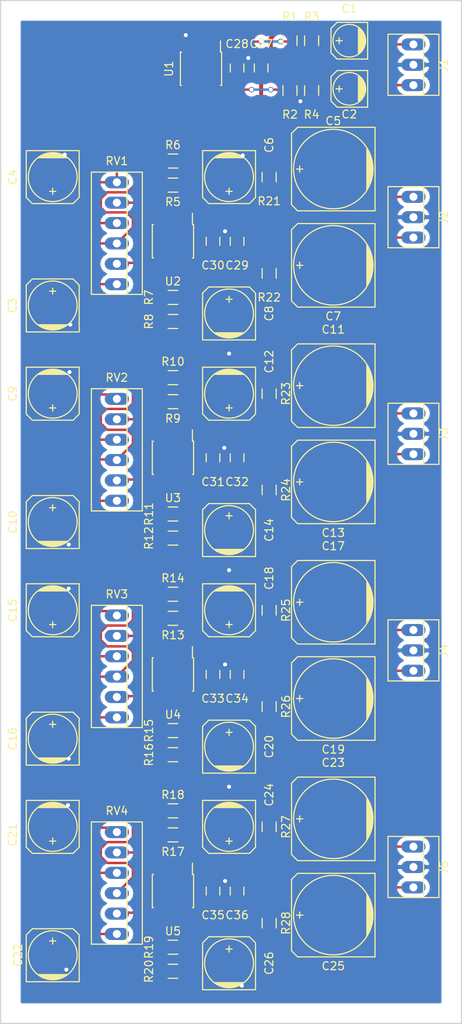
<source format=kicad_pcb>
(kicad_pcb (version 4) (host pcbnew 4.0.2-stable)

  (general
    (links 143)
    (no_connects 2)
    (area 0 0 0 0)
    (thickness 1.6)
    (drawings 4)
    (tracks 416)
    (zones 0)
    (modules 78)
    (nets 65)
  )

  (page A4)
  (layers
    (0 F.Cu signal)
    (31 B.Cu signal)
    (32 B.Adhes user)
    (33 F.Adhes user)
    (34 B.Paste user)
    (35 F.Paste user)
    (36 B.SilkS user)
    (37 F.SilkS user)
    (38 B.Mask user)
    (39 F.Mask user)
    (40 Dwgs.User user)
    (41 Cmts.User user)
    (42 Eco1.User user)
    (43 Eco2.User user)
    (44 Edge.Cuts user)
    (45 Margin user)
    (46 B.CrtYd user)
    (47 F.CrtYd user)
    (48 B.Fab user)
    (49 F.Fab user)
  )

  (setup
    (last_trace_width 0.3)
    (trace_clearance 0.3)
    (zone_clearance 0.508)
    (zone_45_only no)
    (trace_min 0.2)
    (segment_width 0.2)
    (edge_width 0.15)
    (via_size 0.7)
    (via_drill 0.5)
    (via_min_size 0.4)
    (via_min_drill 0.3)
    (uvia_size 0.3)
    (uvia_drill 0.1)
    (uvias_allowed no)
    (uvia_min_size 0.2)
    (uvia_min_drill 0.1)
    (pcb_text_width 0.3)
    (pcb_text_size 1.5 1.5)
    (mod_edge_width 0.15)
    (mod_text_size 1 1)
    (mod_text_width 0.15)
    (pad_size 1.524 1.524)
    (pad_drill 0.762)
    (pad_to_mask_clearance 0.2)
    (aux_axis_origin 0 0)
    (visible_elements FFFEFF7F)
    (pcbplotparams
      (layerselection 0x00030_80000001)
      (usegerberextensions false)
      (excludeedgelayer true)
      (linewidth 0.100000)
      (plotframeref false)
      (viasonmask false)
      (mode 1)
      (useauxorigin false)
      (hpglpennumber 1)
      (hpglpenspeed 20)
      (hpglpendiameter 15)
      (hpglpenoverlay 2)
      (psnegative false)
      (psa4output false)
      (plotreference true)
      (plotvalue true)
      (plotinvisibletext false)
      (padsonsilk false)
      (subtractmaskfromsilk false)
      (outputformat 1)
      (mirror false)
      (drillshape 1)
      (scaleselection 1)
      (outputdirectory ""))
  )

  (net 0 "")
  (net 1 "Net-(C1-Pad1)")
  (net 2 "Net-(C1-Pad2)")
  (net 3 "Net-(C2-Pad1)")
  (net 4 "Net-(C2-Pad2)")
  (net 5 "Net-(C3-Pad1)")
  (net 6 GND)
  (net 7 "Net-(C4-Pad1)")
  (net 8 "Net-(C5-Pad1)")
  (net 9 "Net-(C5-Pad2)")
  (net 10 "Net-(C6-Pad1)")
  (net 11 "Net-(C7-Pad1)")
  (net 12 "Net-(C7-Pad2)")
  (net 13 "Net-(C8-Pad1)")
  (net 14 "Net-(C9-Pad1)")
  (net 15 "Net-(C10-Pad1)")
  (net 16 "Net-(C11-Pad1)")
  (net 17 "Net-(C11-Pad2)")
  (net 18 "Net-(C12-Pad1)")
  (net 19 "Net-(C13-Pad1)")
  (net 20 "Net-(C13-Pad2)")
  (net 21 "Net-(C14-Pad1)")
  (net 22 "Net-(C15-Pad1)")
  (net 23 "Net-(C16-Pad1)")
  (net 24 "Net-(C17-Pad1)")
  (net 25 "Net-(C17-Pad2)")
  (net 26 "Net-(C18-Pad1)")
  (net 27 "Net-(C19-Pad1)")
  (net 28 "Net-(C19-Pad2)")
  (net 29 "Net-(C20-Pad1)")
  (net 30 "Net-(C21-Pad1)")
  (net 31 "Net-(C22-Pad1)")
  (net 32 "Net-(C23-Pad1)")
  (net 33 "Net-(C23-Pad2)")
  (net 34 "Net-(C24-Pad1)")
  (net 35 "Net-(C25-Pad1)")
  (net 36 "Net-(C25-Pad2)")
  (net 37 "Net-(C26-Pad1)")
  (net 38 VCC)
  (net 39 "Net-(R21-Pad2)")
  (net 40 "Net-(R5-Pad2)")
  (net 41 "Net-(R22-Pad2)")
  (net 42 "Net-(R7-Pad2)")
  (net 43 "Net-(R23-Pad2)")
  (net 44 "Net-(R10-Pad2)")
  (net 45 "Net-(R11-Pad1)")
  (net 46 "Net-(R11-Pad2)")
  (net 47 "Net-(R13-Pad1)")
  (net 48 "Net-(R13-Pad2)")
  (net 49 "Net-(R15-Pad1)")
  (net 50 "Net-(R15-Pad2)")
  (net 51 "Net-(R17-Pad1)")
  (net 52 "Net-(R17-Pad2)")
  (net 53 "Net-(R19-Pad1)")
  (net 54 "Net-(R19-Pad2)")
  (net 55 "Net-(RV1-Pad1)")
  (net 56 "Net-(RV1-Pad2)")
  (net 57 "Net-(RV2-Pad2)")
  (net 58 "Net-(RV3-Pad2)")
  (net 59 "Net-(RV4-Pad2)")
  (net 60 "Net-(RV1-Pad4)")
  (net 61 "Net-(RV1-Pad5)")
  (net 62 "Net-(RV2-Pad5)")
  (net 63 "Net-(RV3-Pad5)")
  (net 64 "Net-(RV4-Pad5)")

  (net_class Default "This is the default net class."
    (clearance 0.3)
    (trace_width 0.3)
    (via_dia 0.7)
    (via_drill 0.5)
    (uvia_dia 0.3)
    (uvia_drill 0.1)
    (add_net "Net-(C1-Pad1)")
    (add_net "Net-(C1-Pad2)")
    (add_net "Net-(C10-Pad1)")
    (add_net "Net-(C11-Pad1)")
    (add_net "Net-(C11-Pad2)")
    (add_net "Net-(C12-Pad1)")
    (add_net "Net-(C13-Pad1)")
    (add_net "Net-(C13-Pad2)")
    (add_net "Net-(C14-Pad1)")
    (add_net "Net-(C15-Pad1)")
    (add_net "Net-(C16-Pad1)")
    (add_net "Net-(C17-Pad1)")
    (add_net "Net-(C17-Pad2)")
    (add_net "Net-(C18-Pad1)")
    (add_net "Net-(C19-Pad1)")
    (add_net "Net-(C19-Pad2)")
    (add_net "Net-(C2-Pad1)")
    (add_net "Net-(C2-Pad2)")
    (add_net "Net-(C20-Pad1)")
    (add_net "Net-(C21-Pad1)")
    (add_net "Net-(C22-Pad1)")
    (add_net "Net-(C23-Pad1)")
    (add_net "Net-(C23-Pad2)")
    (add_net "Net-(C24-Pad1)")
    (add_net "Net-(C25-Pad1)")
    (add_net "Net-(C25-Pad2)")
    (add_net "Net-(C26-Pad1)")
    (add_net "Net-(C3-Pad1)")
    (add_net "Net-(C4-Pad1)")
    (add_net "Net-(C5-Pad1)")
    (add_net "Net-(C5-Pad2)")
    (add_net "Net-(C6-Pad1)")
    (add_net "Net-(C7-Pad1)")
    (add_net "Net-(C7-Pad2)")
    (add_net "Net-(C8-Pad1)")
    (add_net "Net-(C9-Pad1)")
    (add_net "Net-(R10-Pad2)")
    (add_net "Net-(R11-Pad1)")
    (add_net "Net-(R11-Pad2)")
    (add_net "Net-(R13-Pad1)")
    (add_net "Net-(R13-Pad2)")
    (add_net "Net-(R15-Pad1)")
    (add_net "Net-(R15-Pad2)")
    (add_net "Net-(R17-Pad1)")
    (add_net "Net-(R17-Pad2)")
    (add_net "Net-(R19-Pad1)")
    (add_net "Net-(R19-Pad2)")
    (add_net "Net-(R21-Pad2)")
    (add_net "Net-(R22-Pad2)")
    (add_net "Net-(R23-Pad2)")
    (add_net "Net-(R5-Pad2)")
    (add_net "Net-(R7-Pad2)")
    (add_net "Net-(RV1-Pad1)")
    (add_net "Net-(RV1-Pad2)")
    (add_net "Net-(RV1-Pad4)")
    (add_net "Net-(RV1-Pad5)")
    (add_net "Net-(RV2-Pad2)")
    (add_net "Net-(RV2-Pad5)")
    (add_net "Net-(RV3-Pad2)")
    (add_net "Net-(RV3-Pad5)")
    (add_net "Net-(RV4-Pad2)")
    (add_net "Net-(RV4-Pad5)")
  )

  (net_class PWR ""
    (clearance 0.5)
    (trace_width 0.5)
    (via_dia 0.7)
    (via_drill 0.5)
    (uvia_dia 0.3)
    (uvia_drill 0.1)
    (add_net GND)
    (add_net VCC)
  )

  (module Capacitors_SMD:c_elec_6.3x7.7 (layer F.Cu) (tedit 57670298) (tstamp 56FFAD88)
    (at 86 69 90)
    (descr "SMT capacitor, aluminium electrolytic, 6.3x7.7")
    (path /56FCE965)
    (attr smd)
    (fp_text reference C8 (at 0 5 90) (layer F.SilkS)
      (effects (font (size 1 1) (thickness 0.15)))
    )
    (fp_text value 100uf (at 0 4.318 90) (layer F.Fab)
      (effects (font (size 1 1) (thickness 0.15)))
    )
    (fp_line (start -4.85 -3.55) (end 4.85 -3.55) (layer F.CrtYd) (width 0.05))
    (fp_line (start 4.85 -3.55) (end 4.85 3.55) (layer F.CrtYd) (width 0.05))
    (fp_line (start 4.85 3.55) (end -4.85 3.55) (layer F.CrtYd) (width 0.05))
    (fp_line (start -4.85 3.55) (end -4.85 -3.55) (layer F.CrtYd) (width 0.05))
    (fp_line (start -2.921 -0.762) (end -2.921 0.762) (layer F.SilkS) (width 0.15))
    (fp_line (start -2.794 1.143) (end -2.794 -1.143) (layer F.SilkS) (width 0.15))
    (fp_line (start -2.667 -1.397) (end -2.667 1.397) (layer F.SilkS) (width 0.15))
    (fp_line (start -2.54 1.651) (end -2.54 -1.651) (layer F.SilkS) (width 0.15))
    (fp_line (start -2.413 -1.778) (end -2.413 1.778) (layer F.SilkS) (width 0.15))
    (fp_line (start -3.302 -3.302) (end -3.302 3.302) (layer F.SilkS) (width 0.15))
    (fp_line (start -3.302 3.302) (end 2.54 3.302) (layer F.SilkS) (width 0.15))
    (fp_line (start 2.54 3.302) (end 3.302 2.54) (layer F.SilkS) (width 0.15))
    (fp_line (start 3.302 2.54) (end 3.302 -2.54) (layer F.SilkS) (width 0.15))
    (fp_line (start 3.302 -2.54) (end 2.54 -3.302) (layer F.SilkS) (width 0.15))
    (fp_line (start 2.54 -3.302) (end -3.302 -3.302) (layer F.SilkS) (width 0.15))
    (fp_line (start 2.159 0) (end 1.397 0) (layer F.SilkS) (width 0.15))
    (fp_line (start 1.778 -0.381) (end 1.778 0.381) (layer F.SilkS) (width 0.15))
    (fp_circle (center 0 0) (end -3.048 0) (layer F.SilkS) (width 0.15))
    (pad 1 smd rect (at 2.75082 0 90) (size 3.59918 1.6002) (layers F.Cu F.Paste F.Mask)
      (net 13 "Net-(C8-Pad1)"))
    (pad 2 smd rect (at -2.75082 0 90) (size 3.59918 1.6002) (layers F.Cu F.Paste F.Mask)
      (net 6 GND))
    (model Capacitors_SMD.3dshapes/c_elec_6.3x7.7.wrl
      (at (xyz 0 0 0))
      (scale (xyz 1 1 1))
      (rotate (xyz 0 0 0))
    )
  )

  (module Resistors_SMD:R_0805_HandSoldering (layer F.Cu) (tedit 5766E727) (tstamp 56FFAE65)
    (at 96.3 35 270)
    (descr "Resistor SMD 0805, hand soldering")
    (tags "resistor 0805")
    (path /56FC6CD2)
    (attr smd)
    (fp_text reference R3 (at -3 0 360) (layer F.SilkS)
      (effects (font (size 1 1) (thickness 0.15)))
    )
    (fp_text value 100k (at 0 2.1 270) (layer F.Fab)
      (effects (font (size 1 1) (thickness 0.15)))
    )
    (fp_line (start -2.4 -1) (end 2.4 -1) (layer F.CrtYd) (width 0.05))
    (fp_line (start -2.4 1) (end 2.4 1) (layer F.CrtYd) (width 0.05))
    (fp_line (start -2.4 -1) (end -2.4 1) (layer F.CrtYd) (width 0.05))
    (fp_line (start 2.4 -1) (end 2.4 1) (layer F.CrtYd) (width 0.05))
    (fp_line (start 0.6 0.875) (end -0.6 0.875) (layer F.SilkS) (width 0.15))
    (fp_line (start -0.6 -0.875) (end 0.6 -0.875) (layer F.SilkS) (width 0.15))
    (pad 1 smd rect (at -1.35 0 270) (size 1.5 1.3) (layers F.Cu F.Paste F.Mask)
      (net 38 VCC))
    (pad 2 smd rect (at 1.35 0 270) (size 1.5 1.3) (layers F.Cu F.Paste F.Mask)
      (net 3 "Net-(C2-Pad1)"))
    (model Resistors_SMD.3dshapes/R_0805_HandSoldering.wrl
      (at (xyz 0 0 0))
      (scale (xyz 1 1 1))
      (rotate (xyz 0 0 0))
    )
  )

  (module Capacitors_SMD:c_elec_4x5.3 (layer F.Cu) (tedit 5766E73A) (tstamp 56FFAD5E)
    (at 101 35 180)
    (descr "SMT capacitor, aluminium electrolytic, 4x5.3")
    (path /56FC4D45)
    (attr smd)
    (fp_text reference C1 (at 0 4 180) (layer F.SilkS)
      (effects (font (size 1 1) (thickness 0.15)))
    )
    (fp_text value 4.7uf (at 0 3.175 180) (layer F.Fab)
      (effects (font (size 1 1) (thickness 0.15)))
    )
    (fp_line (start -3.35 -2.65) (end 3.35 -2.65) (layer F.CrtYd) (width 0.05))
    (fp_line (start 3.35 -2.65) (end 3.35 2.65) (layer F.CrtYd) (width 0.05))
    (fp_line (start 3.35 2.65) (end -3.35 2.65) (layer F.CrtYd) (width 0.05))
    (fp_line (start -3.35 2.65) (end -3.35 -2.65) (layer F.CrtYd) (width 0.05))
    (fp_line (start 1.651 0) (end 0.889 0) (layer F.SilkS) (width 0.15))
    (fp_line (start 1.27 -0.381) (end 1.27 0.381) (layer F.SilkS) (width 0.15))
    (fp_line (start 1.524 2.286) (end -2.286 2.286) (layer F.SilkS) (width 0.15))
    (fp_line (start 2.286 -1.524) (end 2.286 1.524) (layer F.SilkS) (width 0.15))
    (fp_line (start 1.524 2.286) (end 2.286 1.524) (layer F.SilkS) (width 0.15))
    (fp_line (start 1.524 -2.286) (end -2.286 -2.286) (layer F.SilkS) (width 0.15))
    (fp_line (start 1.524 -2.286) (end 2.286 -1.524) (layer F.SilkS) (width 0.15))
    (fp_line (start -2.032 0.127) (end -2.032 -0.127) (layer F.SilkS) (width 0.15))
    (fp_line (start -1.905 -0.635) (end -1.905 0.635) (layer F.SilkS) (width 0.15))
    (fp_line (start -1.778 0.889) (end -1.778 -0.889) (layer F.SilkS) (width 0.15))
    (fp_line (start -1.651 1.143) (end -1.651 -1.143) (layer F.SilkS) (width 0.15))
    (fp_line (start -1.524 -1.27) (end -1.524 1.27) (layer F.SilkS) (width 0.15))
    (fp_line (start -1.397 1.397) (end -1.397 -1.397) (layer F.SilkS) (width 0.15))
    (fp_line (start -1.27 -1.524) (end -1.27 1.524) (layer F.SilkS) (width 0.15))
    (fp_line (start -1.143 -1.651) (end -1.143 1.651) (layer F.SilkS) (width 0.15))
    (fp_line (start -2.286 -2.286) (end -2.286 2.286) (layer F.SilkS) (width 0.15))
    (fp_circle (center 0 0) (end -2.032 0) (layer F.SilkS) (width 0.15))
    (pad 1 smd rect (at 1.80086 0 180) (size 2.60096 1.6002) (layers F.Cu F.Paste F.Mask)
      (net 1 "Net-(C1-Pad1)"))
    (pad 2 smd rect (at -1.80086 0 180) (size 2.60096 1.6002) (layers F.Cu F.Paste F.Mask)
      (net 2 "Net-(C1-Pad2)"))
    (model Capacitors_SMD.3dshapes/c_elec_4x5.3.wrl
      (at (xyz 0 0 0))
      (scale (xyz 1 1 1))
      (rotate (xyz 0 0 0))
    )
  )

  (module Capacitors_SMD:c_elec_4x5.3 (layer F.Cu) (tedit 556FDE77) (tstamp 56FFAD64)
    (at 101 41 180)
    (descr "SMT capacitor, aluminium electrolytic, 4x5.3")
    (path /56FC6CCB)
    (attr smd)
    (fp_text reference C2 (at 0 -3.175 180) (layer F.SilkS)
      (effects (font (size 1 1) (thickness 0.15)))
    )
    (fp_text value 4.7uf (at 0 3.175 180) (layer F.Fab)
      (effects (font (size 1 1) (thickness 0.15)))
    )
    (fp_line (start -3.35 -2.65) (end 3.35 -2.65) (layer F.CrtYd) (width 0.05))
    (fp_line (start 3.35 -2.65) (end 3.35 2.65) (layer F.CrtYd) (width 0.05))
    (fp_line (start 3.35 2.65) (end -3.35 2.65) (layer F.CrtYd) (width 0.05))
    (fp_line (start -3.35 2.65) (end -3.35 -2.65) (layer F.CrtYd) (width 0.05))
    (fp_line (start 1.651 0) (end 0.889 0) (layer F.SilkS) (width 0.15))
    (fp_line (start 1.27 -0.381) (end 1.27 0.381) (layer F.SilkS) (width 0.15))
    (fp_line (start 1.524 2.286) (end -2.286 2.286) (layer F.SilkS) (width 0.15))
    (fp_line (start 2.286 -1.524) (end 2.286 1.524) (layer F.SilkS) (width 0.15))
    (fp_line (start 1.524 2.286) (end 2.286 1.524) (layer F.SilkS) (width 0.15))
    (fp_line (start 1.524 -2.286) (end -2.286 -2.286) (layer F.SilkS) (width 0.15))
    (fp_line (start 1.524 -2.286) (end 2.286 -1.524) (layer F.SilkS) (width 0.15))
    (fp_line (start -2.032 0.127) (end -2.032 -0.127) (layer F.SilkS) (width 0.15))
    (fp_line (start -1.905 -0.635) (end -1.905 0.635) (layer F.SilkS) (width 0.15))
    (fp_line (start -1.778 0.889) (end -1.778 -0.889) (layer F.SilkS) (width 0.15))
    (fp_line (start -1.651 1.143) (end -1.651 -1.143) (layer F.SilkS) (width 0.15))
    (fp_line (start -1.524 -1.27) (end -1.524 1.27) (layer F.SilkS) (width 0.15))
    (fp_line (start -1.397 1.397) (end -1.397 -1.397) (layer F.SilkS) (width 0.15))
    (fp_line (start -1.27 -1.524) (end -1.27 1.524) (layer F.SilkS) (width 0.15))
    (fp_line (start -1.143 -1.651) (end -1.143 1.651) (layer F.SilkS) (width 0.15))
    (fp_line (start -2.286 -2.286) (end -2.286 2.286) (layer F.SilkS) (width 0.15))
    (fp_circle (center 0 0) (end -2.032 0) (layer F.SilkS) (width 0.15))
    (pad 1 smd rect (at 1.80086 0 180) (size 2.60096 1.6002) (layers F.Cu F.Paste F.Mask)
      (net 3 "Net-(C2-Pad1)"))
    (pad 2 smd rect (at -1.80086 0 180) (size 2.60096 1.6002) (layers F.Cu F.Paste F.Mask)
      (net 4 "Net-(C2-Pad2)"))
    (model Capacitors_SMD.3dshapes/c_elec_4x5.3.wrl
      (at (xyz 0 0 0))
      (scale (xyz 1 1 1))
      (rotate (xyz 0 0 0))
    )
  )

  (module Capacitors_SMD:c_elec_6.3x7.7 (layer F.Cu) (tedit 5767002C) (tstamp 56FFAD6A)
    (at 64 68 90)
    (descr "SMT capacitor, aluminium electrolytic, 6.3x7.7")
    (path /56FC8162)
    (attr smd)
    (fp_text reference C3 (at 0 -5 90) (layer F.SilkS)
      (effects (font (size 1 1) (thickness 0.15)))
    )
    (fp_text value 100uf (at 0 4.318 90) (layer F.Fab)
      (effects (font (size 1 1) (thickness 0.15)))
    )
    (fp_line (start -4.85 -3.55) (end 4.85 -3.55) (layer F.CrtYd) (width 0.05))
    (fp_line (start 4.85 -3.55) (end 4.85 3.55) (layer F.CrtYd) (width 0.05))
    (fp_line (start 4.85 3.55) (end -4.85 3.55) (layer F.CrtYd) (width 0.05))
    (fp_line (start -4.85 3.55) (end -4.85 -3.55) (layer F.CrtYd) (width 0.05))
    (fp_line (start -2.921 -0.762) (end -2.921 0.762) (layer F.SilkS) (width 0.15))
    (fp_line (start -2.794 1.143) (end -2.794 -1.143) (layer F.SilkS) (width 0.15))
    (fp_line (start -2.667 -1.397) (end -2.667 1.397) (layer F.SilkS) (width 0.15))
    (fp_line (start -2.54 1.651) (end -2.54 -1.651) (layer F.SilkS) (width 0.15))
    (fp_line (start -2.413 -1.778) (end -2.413 1.778) (layer F.SilkS) (width 0.15))
    (fp_line (start -3.302 -3.302) (end -3.302 3.302) (layer F.SilkS) (width 0.15))
    (fp_line (start -3.302 3.302) (end 2.54 3.302) (layer F.SilkS) (width 0.15))
    (fp_line (start 2.54 3.302) (end 3.302 2.54) (layer F.SilkS) (width 0.15))
    (fp_line (start 3.302 2.54) (end 3.302 -2.54) (layer F.SilkS) (width 0.15))
    (fp_line (start 3.302 -2.54) (end 2.54 -3.302) (layer F.SilkS) (width 0.15))
    (fp_line (start 2.54 -3.302) (end -3.302 -3.302) (layer F.SilkS) (width 0.15))
    (fp_line (start 2.159 0) (end 1.397 0) (layer F.SilkS) (width 0.15))
    (fp_line (start 1.778 -0.381) (end 1.778 0.381) (layer F.SilkS) (width 0.15))
    (fp_circle (center 0 0) (end -3.048 0) (layer F.SilkS) (width 0.15))
    (pad 1 smd rect (at 2.75082 0 90) (size 3.59918 1.6002) (layers F.Cu F.Paste F.Mask)
      (net 5 "Net-(C3-Pad1)"))
    (pad 2 smd rect (at -2.75082 0 90) (size 3.59918 1.6002) (layers F.Cu F.Paste F.Mask)
      (net 6 GND))
    (model Capacitors_SMD.3dshapes/c_elec_6.3x7.7.wrl
      (at (xyz 0 0 0))
      (scale (xyz 1 1 1))
      (rotate (xyz 0 0 0))
    )
  )

  (module Capacitors_SMD:c_elec_6.3x7.7 (layer F.Cu) (tedit 57670028) (tstamp 56FFAD70)
    (at 64 52 270)
    (descr "SMT capacitor, aluminium electrolytic, 6.3x7.7")
    (path /56FC7FBF)
    (attr smd)
    (fp_text reference C4 (at 0 5 270) (layer F.SilkS)
      (effects (font (size 1 1) (thickness 0.15)))
    )
    (fp_text value 100uf (at 0 4.318 270) (layer F.Fab)
      (effects (font (size 1 1) (thickness 0.15)))
    )
    (fp_line (start -4.85 -3.55) (end 4.85 -3.55) (layer F.CrtYd) (width 0.05))
    (fp_line (start 4.85 -3.55) (end 4.85 3.55) (layer F.CrtYd) (width 0.05))
    (fp_line (start 4.85 3.55) (end -4.85 3.55) (layer F.CrtYd) (width 0.05))
    (fp_line (start -4.85 3.55) (end -4.85 -3.55) (layer F.CrtYd) (width 0.05))
    (fp_line (start -2.921 -0.762) (end -2.921 0.762) (layer F.SilkS) (width 0.15))
    (fp_line (start -2.794 1.143) (end -2.794 -1.143) (layer F.SilkS) (width 0.15))
    (fp_line (start -2.667 -1.397) (end -2.667 1.397) (layer F.SilkS) (width 0.15))
    (fp_line (start -2.54 1.651) (end -2.54 -1.651) (layer F.SilkS) (width 0.15))
    (fp_line (start -2.413 -1.778) (end -2.413 1.778) (layer F.SilkS) (width 0.15))
    (fp_line (start -3.302 -3.302) (end -3.302 3.302) (layer F.SilkS) (width 0.15))
    (fp_line (start -3.302 3.302) (end 2.54 3.302) (layer F.SilkS) (width 0.15))
    (fp_line (start 2.54 3.302) (end 3.302 2.54) (layer F.SilkS) (width 0.15))
    (fp_line (start 3.302 2.54) (end 3.302 -2.54) (layer F.SilkS) (width 0.15))
    (fp_line (start 3.302 -2.54) (end 2.54 -3.302) (layer F.SilkS) (width 0.15))
    (fp_line (start 2.54 -3.302) (end -3.302 -3.302) (layer F.SilkS) (width 0.15))
    (fp_line (start 2.159 0) (end 1.397 0) (layer F.SilkS) (width 0.15))
    (fp_line (start 1.778 -0.381) (end 1.778 0.381) (layer F.SilkS) (width 0.15))
    (fp_circle (center 0 0) (end -3.048 0) (layer F.SilkS) (width 0.15))
    (pad 1 smd rect (at 2.75082 0 270) (size 3.59918 1.6002) (layers F.Cu F.Paste F.Mask)
      (net 7 "Net-(C4-Pad1)"))
    (pad 2 smd rect (at -2.75082 0 270) (size 3.59918 1.6002) (layers F.Cu F.Paste F.Mask)
      (net 6 GND))
    (model Capacitors_SMD.3dshapes/c_elec_6.3x7.7.wrl
      (at (xyz 0 0 0))
      (scale (xyz 1 1 1))
      (rotate (xyz 0 0 0))
    )
  )

  (module Capacitors_SMD:c_elec_10x10.5 (layer F.Cu) (tedit 5766ED57) (tstamp 56FFAD76)
    (at 99 51 180)
    (descr "SMT capacitor, aluminium electrolytic, 10x10.5")
    (path /56FCA475)
    (attr smd)
    (fp_text reference C5 (at 0 6 180) (layer F.SilkS)
      (effects (font (size 1 1) (thickness 0.15)))
    )
    (fp_text value 470uf (at 0 6.35 180) (layer F.Fab)
      (effects (font (size 1 1) (thickness 0.15)))
    )
    (fp_line (start -6.35 -5.6) (end 6.35 -5.6) (layer F.CrtYd) (width 0.05))
    (fp_line (start 6.35 -5.6) (end 6.35 5.6) (layer F.CrtYd) (width 0.05))
    (fp_line (start 6.35 5.6) (end -6.35 5.6) (layer F.CrtYd) (width 0.05))
    (fp_line (start -6.35 5.6) (end -6.35 -5.6) (layer F.CrtYd) (width 0.05))
    (fp_line (start -4.826 1.016) (end -4.826 -1.016) (layer F.SilkS) (width 0.15))
    (fp_line (start -4.699 -1.397) (end -4.699 1.524) (layer F.SilkS) (width 0.15))
    (fp_line (start -4.572 1.778) (end -4.572 -1.778) (layer F.SilkS) (width 0.15))
    (fp_line (start -4.445 -2.159) (end -4.445 2.159) (layer F.SilkS) (width 0.15))
    (fp_line (start -4.318 2.413) (end -4.318 -2.413) (layer F.SilkS) (width 0.15))
    (fp_line (start -4.191 -2.54) (end -4.191 2.54) (layer F.SilkS) (width 0.15))
    (fp_line (start -5.207 -5.207) (end -5.207 5.207) (layer F.SilkS) (width 0.15))
    (fp_line (start -5.207 5.207) (end 4.445 5.207) (layer F.SilkS) (width 0.15))
    (fp_line (start 4.445 5.207) (end 5.207 4.445) (layer F.SilkS) (width 0.15))
    (fp_line (start 5.207 4.445) (end 5.207 -4.445) (layer F.SilkS) (width 0.15))
    (fp_line (start 5.207 -4.445) (end 4.445 -5.207) (layer F.SilkS) (width 0.15))
    (fp_line (start 4.445 -5.207) (end -5.207 -5.207) (layer F.SilkS) (width 0.15))
    (fp_line (start 4.572 0) (end 3.81 0) (layer F.SilkS) (width 0.15))
    (fp_line (start 4.191 -0.381) (end 4.191 0.381) (layer F.SilkS) (width 0.15))
    (fp_circle (center 0 0) (end 4.953 0) (layer F.SilkS) (width 0.15))
    (pad 1 smd rect (at 4.0005 0 180) (size 4.0005 2.4003) (layers F.Cu F.Paste F.Mask)
      (net 8 "Net-(C5-Pad1)"))
    (pad 2 smd rect (at -4.0005 0 180) (size 4.0005 2.4003) (layers F.Cu F.Paste F.Mask)
      (net 9 "Net-(C5-Pad2)"))
    (model Capacitors_SMD.3dshapes/c_elec_10x10.5.wrl
      (at (xyz 0 0 0))
      (scale (xyz 1 1 1))
      (rotate (xyz 0 0 0))
    )
  )

  (module Capacitors_SMD:c_elec_6.3x7.7 (layer F.Cu) (tedit 576702C8) (tstamp 56FFAD7C)
    (at 86 52 270)
    (descr "SMT capacitor, aluminium electrolytic, 6.3x7.7")
    (path /56FCA046)
    (attr smd)
    (fp_text reference C6 (at -4 -5 450) (layer F.SilkS)
      (effects (font (size 1 1) (thickness 0.15)))
    )
    (fp_text value 100uf (at 0 4.318 270) (layer F.Fab)
      (effects (font (size 1 1) (thickness 0.15)))
    )
    (fp_line (start -4.85 -3.55) (end 4.85 -3.55) (layer F.CrtYd) (width 0.05))
    (fp_line (start 4.85 -3.55) (end 4.85 3.55) (layer F.CrtYd) (width 0.05))
    (fp_line (start 4.85 3.55) (end -4.85 3.55) (layer F.CrtYd) (width 0.05))
    (fp_line (start -4.85 3.55) (end -4.85 -3.55) (layer F.CrtYd) (width 0.05))
    (fp_line (start -2.921 -0.762) (end -2.921 0.762) (layer F.SilkS) (width 0.15))
    (fp_line (start -2.794 1.143) (end -2.794 -1.143) (layer F.SilkS) (width 0.15))
    (fp_line (start -2.667 -1.397) (end -2.667 1.397) (layer F.SilkS) (width 0.15))
    (fp_line (start -2.54 1.651) (end -2.54 -1.651) (layer F.SilkS) (width 0.15))
    (fp_line (start -2.413 -1.778) (end -2.413 1.778) (layer F.SilkS) (width 0.15))
    (fp_line (start -3.302 -3.302) (end -3.302 3.302) (layer F.SilkS) (width 0.15))
    (fp_line (start -3.302 3.302) (end 2.54 3.302) (layer F.SilkS) (width 0.15))
    (fp_line (start 2.54 3.302) (end 3.302 2.54) (layer F.SilkS) (width 0.15))
    (fp_line (start 3.302 2.54) (end 3.302 -2.54) (layer F.SilkS) (width 0.15))
    (fp_line (start 3.302 -2.54) (end 2.54 -3.302) (layer F.SilkS) (width 0.15))
    (fp_line (start 2.54 -3.302) (end -3.302 -3.302) (layer F.SilkS) (width 0.15))
    (fp_line (start 2.159 0) (end 1.397 0) (layer F.SilkS) (width 0.15))
    (fp_line (start 1.778 -0.381) (end 1.778 0.381) (layer F.SilkS) (width 0.15))
    (fp_circle (center 0 0) (end -3.048 0) (layer F.SilkS) (width 0.15))
    (pad 1 smd rect (at 2.75082 0 270) (size 3.59918 1.6002) (layers F.Cu F.Paste F.Mask)
      (net 10 "Net-(C6-Pad1)"))
    (pad 2 smd rect (at -2.75082 0 270) (size 3.59918 1.6002) (layers F.Cu F.Paste F.Mask)
      (net 6 GND))
    (model Capacitors_SMD.3dshapes/c_elec_6.3x7.7.wrl
      (at (xyz 0 0 0))
      (scale (xyz 1 1 1))
      (rotate (xyz 0 0 0))
    )
  )

  (module Capacitors_SMD:c_elec_10x10.5 (layer F.Cu) (tedit 557297E9) (tstamp 56FFAD82)
    (at 99 63 180)
    (descr "SMT capacitor, aluminium electrolytic, 10x10.5")
    (path /56FCE97E)
    (attr smd)
    (fp_text reference C7 (at 0 -6.35 180) (layer F.SilkS)
      (effects (font (size 1 1) (thickness 0.15)))
    )
    (fp_text value 470uf (at 0 6.35 180) (layer F.Fab)
      (effects (font (size 1 1) (thickness 0.15)))
    )
    (fp_line (start -6.35 -5.6) (end 6.35 -5.6) (layer F.CrtYd) (width 0.05))
    (fp_line (start 6.35 -5.6) (end 6.35 5.6) (layer F.CrtYd) (width 0.05))
    (fp_line (start 6.35 5.6) (end -6.35 5.6) (layer F.CrtYd) (width 0.05))
    (fp_line (start -6.35 5.6) (end -6.35 -5.6) (layer F.CrtYd) (width 0.05))
    (fp_line (start -4.826 1.016) (end -4.826 -1.016) (layer F.SilkS) (width 0.15))
    (fp_line (start -4.699 -1.397) (end -4.699 1.524) (layer F.SilkS) (width 0.15))
    (fp_line (start -4.572 1.778) (end -4.572 -1.778) (layer F.SilkS) (width 0.15))
    (fp_line (start -4.445 -2.159) (end -4.445 2.159) (layer F.SilkS) (width 0.15))
    (fp_line (start -4.318 2.413) (end -4.318 -2.413) (layer F.SilkS) (width 0.15))
    (fp_line (start -4.191 -2.54) (end -4.191 2.54) (layer F.SilkS) (width 0.15))
    (fp_line (start -5.207 -5.207) (end -5.207 5.207) (layer F.SilkS) (width 0.15))
    (fp_line (start -5.207 5.207) (end 4.445 5.207) (layer F.SilkS) (width 0.15))
    (fp_line (start 4.445 5.207) (end 5.207 4.445) (layer F.SilkS) (width 0.15))
    (fp_line (start 5.207 4.445) (end 5.207 -4.445) (layer F.SilkS) (width 0.15))
    (fp_line (start 5.207 -4.445) (end 4.445 -5.207) (layer F.SilkS) (width 0.15))
    (fp_line (start 4.445 -5.207) (end -5.207 -5.207) (layer F.SilkS) (width 0.15))
    (fp_line (start 4.572 0) (end 3.81 0) (layer F.SilkS) (width 0.15))
    (fp_line (start 4.191 -0.381) (end 4.191 0.381) (layer F.SilkS) (width 0.15))
    (fp_circle (center 0 0) (end 4.953 0) (layer F.SilkS) (width 0.15))
    (pad 1 smd rect (at 4.0005 0 180) (size 4.0005 2.4003) (layers F.Cu F.Paste F.Mask)
      (net 11 "Net-(C7-Pad1)"))
    (pad 2 smd rect (at -4.0005 0 180) (size 4.0005 2.4003) (layers F.Cu F.Paste F.Mask)
      (net 12 "Net-(C7-Pad2)"))
    (model Capacitors_SMD.3dshapes/c_elec_10x10.5.wrl
      (at (xyz 0 0 0))
      (scale (xyz 1 1 1))
      (rotate (xyz 0 0 0))
    )
  )

  (module Capacitors_SMD:c_elec_6.3x7.7 (layer F.Cu) (tedit 57670071) (tstamp 56FFAD8E)
    (at 64 79 270)
    (descr "SMT capacitor, aluminium electrolytic, 6.3x7.7")
    (path /56FD8999)
    (attr smd)
    (fp_text reference C9 (at 0 5 270) (layer F.SilkS)
      (effects (font (size 1 1) (thickness 0.15)))
    )
    (fp_text value 100uf (at 0 4.318 270) (layer F.Fab)
      (effects (font (size 1 1) (thickness 0.15)))
    )
    (fp_line (start -4.85 -3.55) (end 4.85 -3.55) (layer F.CrtYd) (width 0.05))
    (fp_line (start 4.85 -3.55) (end 4.85 3.55) (layer F.CrtYd) (width 0.05))
    (fp_line (start 4.85 3.55) (end -4.85 3.55) (layer F.CrtYd) (width 0.05))
    (fp_line (start -4.85 3.55) (end -4.85 -3.55) (layer F.CrtYd) (width 0.05))
    (fp_line (start -2.921 -0.762) (end -2.921 0.762) (layer F.SilkS) (width 0.15))
    (fp_line (start -2.794 1.143) (end -2.794 -1.143) (layer F.SilkS) (width 0.15))
    (fp_line (start -2.667 -1.397) (end -2.667 1.397) (layer F.SilkS) (width 0.15))
    (fp_line (start -2.54 1.651) (end -2.54 -1.651) (layer F.SilkS) (width 0.15))
    (fp_line (start -2.413 -1.778) (end -2.413 1.778) (layer F.SilkS) (width 0.15))
    (fp_line (start -3.302 -3.302) (end -3.302 3.302) (layer F.SilkS) (width 0.15))
    (fp_line (start -3.302 3.302) (end 2.54 3.302) (layer F.SilkS) (width 0.15))
    (fp_line (start 2.54 3.302) (end 3.302 2.54) (layer F.SilkS) (width 0.15))
    (fp_line (start 3.302 2.54) (end 3.302 -2.54) (layer F.SilkS) (width 0.15))
    (fp_line (start 3.302 -2.54) (end 2.54 -3.302) (layer F.SilkS) (width 0.15))
    (fp_line (start 2.54 -3.302) (end -3.302 -3.302) (layer F.SilkS) (width 0.15))
    (fp_line (start 2.159 0) (end 1.397 0) (layer F.SilkS) (width 0.15))
    (fp_line (start 1.778 -0.381) (end 1.778 0.381) (layer F.SilkS) (width 0.15))
    (fp_circle (center 0 0) (end -3.048 0) (layer F.SilkS) (width 0.15))
    (pad 1 smd rect (at 2.75082 0 270) (size 3.59918 1.6002) (layers F.Cu F.Paste F.Mask)
      (net 14 "Net-(C9-Pad1)"))
    (pad 2 smd rect (at -2.75082 0 270) (size 3.59918 1.6002) (layers F.Cu F.Paste F.Mask)
      (net 6 GND))
    (model Capacitors_SMD.3dshapes/c_elec_6.3x7.7.wrl
      (at (xyz 0 0 0))
      (scale (xyz 1 1 1))
      (rotate (xyz 0 0 0))
    )
  )

  (module Capacitors_SMD:c_elec_6.3x7.7 (layer F.Cu) (tedit 5767006D) (tstamp 56FFAD94)
    (at 64 95 90)
    (descr "SMT capacitor, aluminium electrolytic, 6.3x7.7")
    (path /56FD89A5)
    (attr smd)
    (fp_text reference C10 (at 0 -5 90) (layer F.SilkS)
      (effects (font (size 1 1) (thickness 0.15)))
    )
    (fp_text value 100uf (at 0 4.318 90) (layer F.Fab)
      (effects (font (size 1 1) (thickness 0.15)))
    )
    (fp_line (start -4.85 -3.55) (end 4.85 -3.55) (layer F.CrtYd) (width 0.05))
    (fp_line (start 4.85 -3.55) (end 4.85 3.55) (layer F.CrtYd) (width 0.05))
    (fp_line (start 4.85 3.55) (end -4.85 3.55) (layer F.CrtYd) (width 0.05))
    (fp_line (start -4.85 3.55) (end -4.85 -3.55) (layer F.CrtYd) (width 0.05))
    (fp_line (start -2.921 -0.762) (end -2.921 0.762) (layer F.SilkS) (width 0.15))
    (fp_line (start -2.794 1.143) (end -2.794 -1.143) (layer F.SilkS) (width 0.15))
    (fp_line (start -2.667 -1.397) (end -2.667 1.397) (layer F.SilkS) (width 0.15))
    (fp_line (start -2.54 1.651) (end -2.54 -1.651) (layer F.SilkS) (width 0.15))
    (fp_line (start -2.413 -1.778) (end -2.413 1.778) (layer F.SilkS) (width 0.15))
    (fp_line (start -3.302 -3.302) (end -3.302 3.302) (layer F.SilkS) (width 0.15))
    (fp_line (start -3.302 3.302) (end 2.54 3.302) (layer F.SilkS) (width 0.15))
    (fp_line (start 2.54 3.302) (end 3.302 2.54) (layer F.SilkS) (width 0.15))
    (fp_line (start 3.302 2.54) (end 3.302 -2.54) (layer F.SilkS) (width 0.15))
    (fp_line (start 3.302 -2.54) (end 2.54 -3.302) (layer F.SilkS) (width 0.15))
    (fp_line (start 2.54 -3.302) (end -3.302 -3.302) (layer F.SilkS) (width 0.15))
    (fp_line (start 2.159 0) (end 1.397 0) (layer F.SilkS) (width 0.15))
    (fp_line (start 1.778 -0.381) (end 1.778 0.381) (layer F.SilkS) (width 0.15))
    (fp_circle (center 0 0) (end -3.048 0) (layer F.SilkS) (width 0.15))
    (pad 1 smd rect (at 2.75082 0 90) (size 3.59918 1.6002) (layers F.Cu F.Paste F.Mask)
      (net 15 "Net-(C10-Pad1)"))
    (pad 2 smd rect (at -2.75082 0 90) (size 3.59918 1.6002) (layers F.Cu F.Paste F.Mask)
      (net 6 GND))
    (model Capacitors_SMD.3dshapes/c_elec_6.3x7.7.wrl
      (at (xyz 0 0 0))
      (scale (xyz 1 1 1))
      (rotate (xyz 0 0 0))
    )
  )

  (module Capacitors_SMD:c_elec_10x10.5 (layer F.Cu) (tedit 5766FC4D) (tstamp 56FFAD9A)
    (at 99 78 180)
    (descr "SMT capacitor, aluminium electrolytic, 10x10.5")
    (path /56FD89E4)
    (attr smd)
    (fp_text reference C11 (at 0 7 180) (layer F.SilkS)
      (effects (font (size 1 1) (thickness 0.15)))
    )
    (fp_text value 470uf (at 0 6.35 180) (layer F.Fab)
      (effects (font (size 1 1) (thickness 0.15)))
    )
    (fp_line (start -6.35 -5.6) (end 6.35 -5.6) (layer F.CrtYd) (width 0.05))
    (fp_line (start 6.35 -5.6) (end 6.35 5.6) (layer F.CrtYd) (width 0.05))
    (fp_line (start 6.35 5.6) (end -6.35 5.6) (layer F.CrtYd) (width 0.05))
    (fp_line (start -6.35 5.6) (end -6.35 -5.6) (layer F.CrtYd) (width 0.05))
    (fp_line (start -4.826 1.016) (end -4.826 -1.016) (layer F.SilkS) (width 0.15))
    (fp_line (start -4.699 -1.397) (end -4.699 1.524) (layer F.SilkS) (width 0.15))
    (fp_line (start -4.572 1.778) (end -4.572 -1.778) (layer F.SilkS) (width 0.15))
    (fp_line (start -4.445 -2.159) (end -4.445 2.159) (layer F.SilkS) (width 0.15))
    (fp_line (start -4.318 2.413) (end -4.318 -2.413) (layer F.SilkS) (width 0.15))
    (fp_line (start -4.191 -2.54) (end -4.191 2.54) (layer F.SilkS) (width 0.15))
    (fp_line (start -5.207 -5.207) (end -5.207 5.207) (layer F.SilkS) (width 0.15))
    (fp_line (start -5.207 5.207) (end 4.445 5.207) (layer F.SilkS) (width 0.15))
    (fp_line (start 4.445 5.207) (end 5.207 4.445) (layer F.SilkS) (width 0.15))
    (fp_line (start 5.207 4.445) (end 5.207 -4.445) (layer F.SilkS) (width 0.15))
    (fp_line (start 5.207 -4.445) (end 4.445 -5.207) (layer F.SilkS) (width 0.15))
    (fp_line (start 4.445 -5.207) (end -5.207 -5.207) (layer F.SilkS) (width 0.15))
    (fp_line (start 4.572 0) (end 3.81 0) (layer F.SilkS) (width 0.15))
    (fp_line (start 4.191 -0.381) (end 4.191 0.381) (layer F.SilkS) (width 0.15))
    (fp_circle (center 0 0) (end 4.953 0) (layer F.SilkS) (width 0.15))
    (pad 1 smd rect (at 4.0005 0 180) (size 4.0005 2.4003) (layers F.Cu F.Paste F.Mask)
      (net 16 "Net-(C11-Pad1)"))
    (pad 2 smd rect (at -4.0005 0 180) (size 4.0005 2.4003) (layers F.Cu F.Paste F.Mask)
      (net 17 "Net-(C11-Pad2)"))
    (model Capacitors_SMD.3dshapes/c_elec_10x10.5.wrl
      (at (xyz 0 0 0))
      (scale (xyz 1 1 1))
      (rotate (xyz 0 0 0))
    )
  )

  (module Capacitors_SMD:c_elec_6.3x7.7 (layer F.Cu) (tedit 576702A2) (tstamp 56FFADA0)
    (at 86 79 270)
    (descr "SMT capacitor, aluminium electrolytic, 6.3x7.7")
    (path /56FD89CB)
    (attr smd)
    (fp_text reference C12 (at -4 -5 270) (layer F.SilkS)
      (effects (font (size 1 1) (thickness 0.15)))
    )
    (fp_text value 100uf (at 0 4.318 270) (layer F.Fab)
      (effects (font (size 1 1) (thickness 0.15)))
    )
    (fp_line (start -4.85 -3.55) (end 4.85 -3.55) (layer F.CrtYd) (width 0.05))
    (fp_line (start 4.85 -3.55) (end 4.85 3.55) (layer F.CrtYd) (width 0.05))
    (fp_line (start 4.85 3.55) (end -4.85 3.55) (layer F.CrtYd) (width 0.05))
    (fp_line (start -4.85 3.55) (end -4.85 -3.55) (layer F.CrtYd) (width 0.05))
    (fp_line (start -2.921 -0.762) (end -2.921 0.762) (layer F.SilkS) (width 0.15))
    (fp_line (start -2.794 1.143) (end -2.794 -1.143) (layer F.SilkS) (width 0.15))
    (fp_line (start -2.667 -1.397) (end -2.667 1.397) (layer F.SilkS) (width 0.15))
    (fp_line (start -2.54 1.651) (end -2.54 -1.651) (layer F.SilkS) (width 0.15))
    (fp_line (start -2.413 -1.778) (end -2.413 1.778) (layer F.SilkS) (width 0.15))
    (fp_line (start -3.302 -3.302) (end -3.302 3.302) (layer F.SilkS) (width 0.15))
    (fp_line (start -3.302 3.302) (end 2.54 3.302) (layer F.SilkS) (width 0.15))
    (fp_line (start 2.54 3.302) (end 3.302 2.54) (layer F.SilkS) (width 0.15))
    (fp_line (start 3.302 2.54) (end 3.302 -2.54) (layer F.SilkS) (width 0.15))
    (fp_line (start 3.302 -2.54) (end 2.54 -3.302) (layer F.SilkS) (width 0.15))
    (fp_line (start 2.54 -3.302) (end -3.302 -3.302) (layer F.SilkS) (width 0.15))
    (fp_line (start 2.159 0) (end 1.397 0) (layer F.SilkS) (width 0.15))
    (fp_line (start 1.778 -0.381) (end 1.778 0.381) (layer F.SilkS) (width 0.15))
    (fp_circle (center 0 0) (end -3.048 0) (layer F.SilkS) (width 0.15))
    (pad 1 smd rect (at 2.75082 0 270) (size 3.59918 1.6002) (layers F.Cu F.Paste F.Mask)
      (net 18 "Net-(C12-Pad1)"))
    (pad 2 smd rect (at -2.75082 0 270) (size 3.59918 1.6002) (layers F.Cu F.Paste F.Mask)
      (net 6 GND))
    (model Capacitors_SMD.3dshapes/c_elec_6.3x7.7.wrl
      (at (xyz 0 0 0))
      (scale (xyz 1 1 1))
      (rotate (xyz 0 0 0))
    )
  )

  (module Capacitors_SMD:c_elec_10x10.5 (layer F.Cu) (tedit 557297E9) (tstamp 56FFADA6)
    (at 99 90 180)
    (descr "SMT capacitor, aluminium electrolytic, 10x10.5")
    (path /56FD8A1E)
    (attr smd)
    (fp_text reference C13 (at 0 -6.35 180) (layer F.SilkS)
      (effects (font (size 1 1) (thickness 0.15)))
    )
    (fp_text value 470uf (at 0 6.35 180) (layer F.Fab)
      (effects (font (size 1 1) (thickness 0.15)))
    )
    (fp_line (start -6.35 -5.6) (end 6.35 -5.6) (layer F.CrtYd) (width 0.05))
    (fp_line (start 6.35 -5.6) (end 6.35 5.6) (layer F.CrtYd) (width 0.05))
    (fp_line (start 6.35 5.6) (end -6.35 5.6) (layer F.CrtYd) (width 0.05))
    (fp_line (start -6.35 5.6) (end -6.35 -5.6) (layer F.CrtYd) (width 0.05))
    (fp_line (start -4.826 1.016) (end -4.826 -1.016) (layer F.SilkS) (width 0.15))
    (fp_line (start -4.699 -1.397) (end -4.699 1.524) (layer F.SilkS) (width 0.15))
    (fp_line (start -4.572 1.778) (end -4.572 -1.778) (layer F.SilkS) (width 0.15))
    (fp_line (start -4.445 -2.159) (end -4.445 2.159) (layer F.SilkS) (width 0.15))
    (fp_line (start -4.318 2.413) (end -4.318 -2.413) (layer F.SilkS) (width 0.15))
    (fp_line (start -4.191 -2.54) (end -4.191 2.54) (layer F.SilkS) (width 0.15))
    (fp_line (start -5.207 -5.207) (end -5.207 5.207) (layer F.SilkS) (width 0.15))
    (fp_line (start -5.207 5.207) (end 4.445 5.207) (layer F.SilkS) (width 0.15))
    (fp_line (start 4.445 5.207) (end 5.207 4.445) (layer F.SilkS) (width 0.15))
    (fp_line (start 5.207 4.445) (end 5.207 -4.445) (layer F.SilkS) (width 0.15))
    (fp_line (start 5.207 -4.445) (end 4.445 -5.207) (layer F.SilkS) (width 0.15))
    (fp_line (start 4.445 -5.207) (end -5.207 -5.207) (layer F.SilkS) (width 0.15))
    (fp_line (start 4.572 0) (end 3.81 0) (layer F.SilkS) (width 0.15))
    (fp_line (start 4.191 -0.381) (end 4.191 0.381) (layer F.SilkS) (width 0.15))
    (fp_circle (center 0 0) (end 4.953 0) (layer F.SilkS) (width 0.15))
    (pad 1 smd rect (at 4.0005 0 180) (size 4.0005 2.4003) (layers F.Cu F.Paste F.Mask)
      (net 19 "Net-(C13-Pad1)"))
    (pad 2 smd rect (at -4.0005 0 180) (size 4.0005 2.4003) (layers F.Cu F.Paste F.Mask)
      (net 20 "Net-(C13-Pad2)"))
    (model Capacitors_SMD.3dshapes/c_elec_10x10.5.wrl
      (at (xyz 0 0 0))
      (scale (xyz 1 1 1))
      (rotate (xyz 0 0 0))
    )
  )

  (module Capacitors_SMD:c_elec_6.3x7.7 (layer F.Cu) (tedit 5767029B) (tstamp 56FFADAC)
    (at 86 96 90)
    (descr "SMT capacitor, aluminium electrolytic, 6.3x7.7")
    (path /56FD8A05)
    (attr smd)
    (fp_text reference C14 (at 0 5 90) (layer F.SilkS)
      (effects (font (size 1 1) (thickness 0.15)))
    )
    (fp_text value 100uf (at 0 4.318 90) (layer F.Fab)
      (effects (font (size 1 1) (thickness 0.15)))
    )
    (fp_line (start -4.85 -3.55) (end 4.85 -3.55) (layer F.CrtYd) (width 0.05))
    (fp_line (start 4.85 -3.55) (end 4.85 3.55) (layer F.CrtYd) (width 0.05))
    (fp_line (start 4.85 3.55) (end -4.85 3.55) (layer F.CrtYd) (width 0.05))
    (fp_line (start -4.85 3.55) (end -4.85 -3.55) (layer F.CrtYd) (width 0.05))
    (fp_line (start -2.921 -0.762) (end -2.921 0.762) (layer F.SilkS) (width 0.15))
    (fp_line (start -2.794 1.143) (end -2.794 -1.143) (layer F.SilkS) (width 0.15))
    (fp_line (start -2.667 -1.397) (end -2.667 1.397) (layer F.SilkS) (width 0.15))
    (fp_line (start -2.54 1.651) (end -2.54 -1.651) (layer F.SilkS) (width 0.15))
    (fp_line (start -2.413 -1.778) (end -2.413 1.778) (layer F.SilkS) (width 0.15))
    (fp_line (start -3.302 -3.302) (end -3.302 3.302) (layer F.SilkS) (width 0.15))
    (fp_line (start -3.302 3.302) (end 2.54 3.302) (layer F.SilkS) (width 0.15))
    (fp_line (start 2.54 3.302) (end 3.302 2.54) (layer F.SilkS) (width 0.15))
    (fp_line (start 3.302 2.54) (end 3.302 -2.54) (layer F.SilkS) (width 0.15))
    (fp_line (start 3.302 -2.54) (end 2.54 -3.302) (layer F.SilkS) (width 0.15))
    (fp_line (start 2.54 -3.302) (end -3.302 -3.302) (layer F.SilkS) (width 0.15))
    (fp_line (start 2.159 0) (end 1.397 0) (layer F.SilkS) (width 0.15))
    (fp_line (start 1.778 -0.381) (end 1.778 0.381) (layer F.SilkS) (width 0.15))
    (fp_circle (center 0 0) (end -3.048 0) (layer F.SilkS) (width 0.15))
    (pad 1 smd rect (at 2.75082 0 90) (size 3.59918 1.6002) (layers F.Cu F.Paste F.Mask)
      (net 21 "Net-(C14-Pad1)"))
    (pad 2 smd rect (at -2.75082 0 90) (size 3.59918 1.6002) (layers F.Cu F.Paste F.Mask)
      (net 6 GND))
    (model Capacitors_SMD.3dshapes/c_elec_6.3x7.7.wrl
      (at (xyz 0 0 0))
      (scale (xyz 1 1 1))
      (rotate (xyz 0 0 0))
    )
  )

  (module Capacitors_SMD:c_elec_6.3x7.7 (layer F.Cu) (tedit 57670092) (tstamp 56FFADB2)
    (at 64 106 270)
    (descr "SMT capacitor, aluminium electrolytic, 6.3x7.7")
    (path /56FE5F68)
    (attr smd)
    (fp_text reference C15 (at 0 5 270) (layer F.SilkS)
      (effects (font (size 1 1) (thickness 0.15)))
    )
    (fp_text value 100uf (at 0 4.318 270) (layer F.Fab)
      (effects (font (size 1 1) (thickness 0.15)))
    )
    (fp_line (start -4.85 -3.55) (end 4.85 -3.55) (layer F.CrtYd) (width 0.05))
    (fp_line (start 4.85 -3.55) (end 4.85 3.55) (layer F.CrtYd) (width 0.05))
    (fp_line (start 4.85 3.55) (end -4.85 3.55) (layer F.CrtYd) (width 0.05))
    (fp_line (start -4.85 3.55) (end -4.85 -3.55) (layer F.CrtYd) (width 0.05))
    (fp_line (start -2.921 -0.762) (end -2.921 0.762) (layer F.SilkS) (width 0.15))
    (fp_line (start -2.794 1.143) (end -2.794 -1.143) (layer F.SilkS) (width 0.15))
    (fp_line (start -2.667 -1.397) (end -2.667 1.397) (layer F.SilkS) (width 0.15))
    (fp_line (start -2.54 1.651) (end -2.54 -1.651) (layer F.SilkS) (width 0.15))
    (fp_line (start -2.413 -1.778) (end -2.413 1.778) (layer F.SilkS) (width 0.15))
    (fp_line (start -3.302 -3.302) (end -3.302 3.302) (layer F.SilkS) (width 0.15))
    (fp_line (start -3.302 3.302) (end 2.54 3.302) (layer F.SilkS) (width 0.15))
    (fp_line (start 2.54 3.302) (end 3.302 2.54) (layer F.SilkS) (width 0.15))
    (fp_line (start 3.302 2.54) (end 3.302 -2.54) (layer F.SilkS) (width 0.15))
    (fp_line (start 3.302 -2.54) (end 2.54 -3.302) (layer F.SilkS) (width 0.15))
    (fp_line (start 2.54 -3.302) (end -3.302 -3.302) (layer F.SilkS) (width 0.15))
    (fp_line (start 2.159 0) (end 1.397 0) (layer F.SilkS) (width 0.15))
    (fp_line (start 1.778 -0.381) (end 1.778 0.381) (layer F.SilkS) (width 0.15))
    (fp_circle (center 0 0) (end -3.048 0) (layer F.SilkS) (width 0.15))
    (pad 1 smd rect (at 2.75082 0 270) (size 3.59918 1.6002) (layers F.Cu F.Paste F.Mask)
      (net 22 "Net-(C15-Pad1)"))
    (pad 2 smd rect (at -2.75082 0 270) (size 3.59918 1.6002) (layers F.Cu F.Paste F.Mask)
      (net 6 GND))
    (model Capacitors_SMD.3dshapes/c_elec_6.3x7.7.wrl
      (at (xyz 0 0 0))
      (scale (xyz 1 1 1))
      (rotate (xyz 0 0 0))
    )
  )

  (module Capacitors_SMD:c_elec_6.3x7.7 (layer F.Cu) (tedit 576700D1) (tstamp 56FFADB8)
    (at 64 122 90)
    (descr "SMT capacitor, aluminium electrolytic, 6.3x7.7")
    (path /56FE5F74)
    (attr smd)
    (fp_text reference C16 (at 0 -5 90) (layer F.SilkS)
      (effects (font (size 1 1) (thickness 0.15)))
    )
    (fp_text value 100uf (at 0 4.318 90) (layer F.Fab)
      (effects (font (size 1 1) (thickness 0.15)))
    )
    (fp_line (start -4.85 -3.55) (end 4.85 -3.55) (layer F.CrtYd) (width 0.05))
    (fp_line (start 4.85 -3.55) (end 4.85 3.55) (layer F.CrtYd) (width 0.05))
    (fp_line (start 4.85 3.55) (end -4.85 3.55) (layer F.CrtYd) (width 0.05))
    (fp_line (start -4.85 3.55) (end -4.85 -3.55) (layer F.CrtYd) (width 0.05))
    (fp_line (start -2.921 -0.762) (end -2.921 0.762) (layer F.SilkS) (width 0.15))
    (fp_line (start -2.794 1.143) (end -2.794 -1.143) (layer F.SilkS) (width 0.15))
    (fp_line (start -2.667 -1.397) (end -2.667 1.397) (layer F.SilkS) (width 0.15))
    (fp_line (start -2.54 1.651) (end -2.54 -1.651) (layer F.SilkS) (width 0.15))
    (fp_line (start -2.413 -1.778) (end -2.413 1.778) (layer F.SilkS) (width 0.15))
    (fp_line (start -3.302 -3.302) (end -3.302 3.302) (layer F.SilkS) (width 0.15))
    (fp_line (start -3.302 3.302) (end 2.54 3.302) (layer F.SilkS) (width 0.15))
    (fp_line (start 2.54 3.302) (end 3.302 2.54) (layer F.SilkS) (width 0.15))
    (fp_line (start 3.302 2.54) (end 3.302 -2.54) (layer F.SilkS) (width 0.15))
    (fp_line (start 3.302 -2.54) (end 2.54 -3.302) (layer F.SilkS) (width 0.15))
    (fp_line (start 2.54 -3.302) (end -3.302 -3.302) (layer F.SilkS) (width 0.15))
    (fp_line (start 2.159 0) (end 1.397 0) (layer F.SilkS) (width 0.15))
    (fp_line (start 1.778 -0.381) (end 1.778 0.381) (layer F.SilkS) (width 0.15))
    (fp_circle (center 0 0) (end -3.048 0) (layer F.SilkS) (width 0.15))
    (pad 1 smd rect (at 2.75082 0 90) (size 3.59918 1.6002) (layers F.Cu F.Paste F.Mask)
      (net 23 "Net-(C16-Pad1)"))
    (pad 2 smd rect (at -2.75082 0 90) (size 3.59918 1.6002) (layers F.Cu F.Paste F.Mask)
      (net 6 GND))
    (model Capacitors_SMD.3dshapes/c_elec_6.3x7.7.wrl
      (at (xyz 0 0 0))
      (scale (xyz 1 1 1))
      (rotate (xyz 0 0 0))
    )
  )

  (module Capacitors_SMD:c_elec_10x10.5 (layer F.Cu) (tedit 5766FC69) (tstamp 56FFADBE)
    (at 99 105 180)
    (descr "SMT capacitor, aluminium electrolytic, 10x10.5")
    (path /56FE5FAD)
    (attr smd)
    (fp_text reference C17 (at 0 7 180) (layer F.SilkS)
      (effects (font (size 1 1) (thickness 0.15)))
    )
    (fp_text value 470uf (at 0 6.35 180) (layer F.Fab)
      (effects (font (size 1 1) (thickness 0.15)))
    )
    (fp_line (start -6.35 -5.6) (end 6.35 -5.6) (layer F.CrtYd) (width 0.05))
    (fp_line (start 6.35 -5.6) (end 6.35 5.6) (layer F.CrtYd) (width 0.05))
    (fp_line (start 6.35 5.6) (end -6.35 5.6) (layer F.CrtYd) (width 0.05))
    (fp_line (start -6.35 5.6) (end -6.35 -5.6) (layer F.CrtYd) (width 0.05))
    (fp_line (start -4.826 1.016) (end -4.826 -1.016) (layer F.SilkS) (width 0.15))
    (fp_line (start -4.699 -1.397) (end -4.699 1.524) (layer F.SilkS) (width 0.15))
    (fp_line (start -4.572 1.778) (end -4.572 -1.778) (layer F.SilkS) (width 0.15))
    (fp_line (start -4.445 -2.159) (end -4.445 2.159) (layer F.SilkS) (width 0.15))
    (fp_line (start -4.318 2.413) (end -4.318 -2.413) (layer F.SilkS) (width 0.15))
    (fp_line (start -4.191 -2.54) (end -4.191 2.54) (layer F.SilkS) (width 0.15))
    (fp_line (start -5.207 -5.207) (end -5.207 5.207) (layer F.SilkS) (width 0.15))
    (fp_line (start -5.207 5.207) (end 4.445 5.207) (layer F.SilkS) (width 0.15))
    (fp_line (start 4.445 5.207) (end 5.207 4.445) (layer F.SilkS) (width 0.15))
    (fp_line (start 5.207 4.445) (end 5.207 -4.445) (layer F.SilkS) (width 0.15))
    (fp_line (start 5.207 -4.445) (end 4.445 -5.207) (layer F.SilkS) (width 0.15))
    (fp_line (start 4.445 -5.207) (end -5.207 -5.207) (layer F.SilkS) (width 0.15))
    (fp_line (start 4.572 0) (end 3.81 0) (layer F.SilkS) (width 0.15))
    (fp_line (start 4.191 -0.381) (end 4.191 0.381) (layer F.SilkS) (width 0.15))
    (fp_circle (center 0 0) (end 4.953 0) (layer F.SilkS) (width 0.15))
    (pad 1 smd rect (at 4.0005 0 180) (size 4.0005 2.4003) (layers F.Cu F.Paste F.Mask)
      (net 24 "Net-(C17-Pad1)"))
    (pad 2 smd rect (at -4.0005 0 180) (size 4.0005 2.4003) (layers F.Cu F.Paste F.Mask)
      (net 25 "Net-(C17-Pad2)"))
    (model Capacitors_SMD.3dshapes/c_elec_10x10.5.wrl
      (at (xyz 0 0 0))
      (scale (xyz 1 1 1))
      (rotate (xyz 0 0 0))
    )
  )

  (module Capacitors_SMD:c_elec_6.3x7.7 (layer F.Cu) (tedit 576702A7) (tstamp 56FFADC4)
    (at 86 106 270)
    (descr "SMT capacitor, aluminium electrolytic, 6.3x7.7")
    (path /56FE5F9A)
    (attr smd)
    (fp_text reference C18 (at -4 -5 270) (layer F.SilkS)
      (effects (font (size 1 1) (thickness 0.15)))
    )
    (fp_text value 100uf (at 0 4.318 270) (layer F.Fab)
      (effects (font (size 1 1) (thickness 0.15)))
    )
    (fp_line (start -4.85 -3.55) (end 4.85 -3.55) (layer F.CrtYd) (width 0.05))
    (fp_line (start 4.85 -3.55) (end 4.85 3.55) (layer F.CrtYd) (width 0.05))
    (fp_line (start 4.85 3.55) (end -4.85 3.55) (layer F.CrtYd) (width 0.05))
    (fp_line (start -4.85 3.55) (end -4.85 -3.55) (layer F.CrtYd) (width 0.05))
    (fp_line (start -2.921 -0.762) (end -2.921 0.762) (layer F.SilkS) (width 0.15))
    (fp_line (start -2.794 1.143) (end -2.794 -1.143) (layer F.SilkS) (width 0.15))
    (fp_line (start -2.667 -1.397) (end -2.667 1.397) (layer F.SilkS) (width 0.15))
    (fp_line (start -2.54 1.651) (end -2.54 -1.651) (layer F.SilkS) (width 0.15))
    (fp_line (start -2.413 -1.778) (end -2.413 1.778) (layer F.SilkS) (width 0.15))
    (fp_line (start -3.302 -3.302) (end -3.302 3.302) (layer F.SilkS) (width 0.15))
    (fp_line (start -3.302 3.302) (end 2.54 3.302) (layer F.SilkS) (width 0.15))
    (fp_line (start 2.54 3.302) (end 3.302 2.54) (layer F.SilkS) (width 0.15))
    (fp_line (start 3.302 2.54) (end 3.302 -2.54) (layer F.SilkS) (width 0.15))
    (fp_line (start 3.302 -2.54) (end 2.54 -3.302) (layer F.SilkS) (width 0.15))
    (fp_line (start 2.54 -3.302) (end -3.302 -3.302) (layer F.SilkS) (width 0.15))
    (fp_line (start 2.159 0) (end 1.397 0) (layer F.SilkS) (width 0.15))
    (fp_line (start 1.778 -0.381) (end 1.778 0.381) (layer F.SilkS) (width 0.15))
    (fp_circle (center 0 0) (end -3.048 0) (layer F.SilkS) (width 0.15))
    (pad 1 smd rect (at 2.75082 0 270) (size 3.59918 1.6002) (layers F.Cu F.Paste F.Mask)
      (net 26 "Net-(C18-Pad1)"))
    (pad 2 smd rect (at -2.75082 0 270) (size 3.59918 1.6002) (layers F.Cu F.Paste F.Mask)
      (net 6 GND))
    (model Capacitors_SMD.3dshapes/c_elec_6.3x7.7.wrl
      (at (xyz 0 0 0))
      (scale (xyz 1 1 1))
      (rotate (xyz 0 0 0))
    )
  )

  (module Capacitors_SMD:c_elec_10x10.5 (layer F.Cu) (tedit 557297E9) (tstamp 56FFADCA)
    (at 99 117 180)
    (descr "SMT capacitor, aluminium electrolytic, 10x10.5")
    (path /56FE5FE1)
    (attr smd)
    (fp_text reference C19 (at 0 -6.35 180) (layer F.SilkS)
      (effects (font (size 1 1) (thickness 0.15)))
    )
    (fp_text value 470uf (at 0 6.35 180) (layer F.Fab)
      (effects (font (size 1 1) (thickness 0.15)))
    )
    (fp_line (start -6.35 -5.6) (end 6.35 -5.6) (layer F.CrtYd) (width 0.05))
    (fp_line (start 6.35 -5.6) (end 6.35 5.6) (layer F.CrtYd) (width 0.05))
    (fp_line (start 6.35 5.6) (end -6.35 5.6) (layer F.CrtYd) (width 0.05))
    (fp_line (start -6.35 5.6) (end -6.35 -5.6) (layer F.CrtYd) (width 0.05))
    (fp_line (start -4.826 1.016) (end -4.826 -1.016) (layer F.SilkS) (width 0.15))
    (fp_line (start -4.699 -1.397) (end -4.699 1.524) (layer F.SilkS) (width 0.15))
    (fp_line (start -4.572 1.778) (end -4.572 -1.778) (layer F.SilkS) (width 0.15))
    (fp_line (start -4.445 -2.159) (end -4.445 2.159) (layer F.SilkS) (width 0.15))
    (fp_line (start -4.318 2.413) (end -4.318 -2.413) (layer F.SilkS) (width 0.15))
    (fp_line (start -4.191 -2.54) (end -4.191 2.54) (layer F.SilkS) (width 0.15))
    (fp_line (start -5.207 -5.207) (end -5.207 5.207) (layer F.SilkS) (width 0.15))
    (fp_line (start -5.207 5.207) (end 4.445 5.207) (layer F.SilkS) (width 0.15))
    (fp_line (start 4.445 5.207) (end 5.207 4.445) (layer F.SilkS) (width 0.15))
    (fp_line (start 5.207 4.445) (end 5.207 -4.445) (layer F.SilkS) (width 0.15))
    (fp_line (start 5.207 -4.445) (end 4.445 -5.207) (layer F.SilkS) (width 0.15))
    (fp_line (start 4.445 -5.207) (end -5.207 -5.207) (layer F.SilkS) (width 0.15))
    (fp_line (start 4.572 0) (end 3.81 0) (layer F.SilkS) (width 0.15))
    (fp_line (start 4.191 -0.381) (end 4.191 0.381) (layer F.SilkS) (width 0.15))
    (fp_circle (center 0 0) (end 4.953 0) (layer F.SilkS) (width 0.15))
    (pad 1 smd rect (at 4.0005 0 180) (size 4.0005 2.4003) (layers F.Cu F.Paste F.Mask)
      (net 27 "Net-(C19-Pad1)"))
    (pad 2 smd rect (at -4.0005 0 180) (size 4.0005 2.4003) (layers F.Cu F.Paste F.Mask)
      (net 28 "Net-(C19-Pad2)"))
    (model Capacitors_SMD.3dshapes/c_elec_10x10.5.wrl
      (at (xyz 0 0 0))
      (scale (xyz 1 1 1))
      (rotate (xyz 0 0 0))
    )
  )

  (module Capacitors_SMD:c_elec_6.3x7.7 (layer F.Cu) (tedit 576702AC) (tstamp 56FFADD0)
    (at 86 123 90)
    (descr "SMT capacitor, aluminium electrolytic, 6.3x7.7")
    (path /56FE5FC8)
    (attr smd)
    (fp_text reference C20 (at 0 5 90) (layer F.SilkS)
      (effects (font (size 1 1) (thickness 0.15)))
    )
    (fp_text value 100uf (at 0 4.318 90) (layer F.Fab)
      (effects (font (size 1 1) (thickness 0.15)))
    )
    (fp_line (start -4.85 -3.55) (end 4.85 -3.55) (layer F.CrtYd) (width 0.05))
    (fp_line (start 4.85 -3.55) (end 4.85 3.55) (layer F.CrtYd) (width 0.05))
    (fp_line (start 4.85 3.55) (end -4.85 3.55) (layer F.CrtYd) (width 0.05))
    (fp_line (start -4.85 3.55) (end -4.85 -3.55) (layer F.CrtYd) (width 0.05))
    (fp_line (start -2.921 -0.762) (end -2.921 0.762) (layer F.SilkS) (width 0.15))
    (fp_line (start -2.794 1.143) (end -2.794 -1.143) (layer F.SilkS) (width 0.15))
    (fp_line (start -2.667 -1.397) (end -2.667 1.397) (layer F.SilkS) (width 0.15))
    (fp_line (start -2.54 1.651) (end -2.54 -1.651) (layer F.SilkS) (width 0.15))
    (fp_line (start -2.413 -1.778) (end -2.413 1.778) (layer F.SilkS) (width 0.15))
    (fp_line (start -3.302 -3.302) (end -3.302 3.302) (layer F.SilkS) (width 0.15))
    (fp_line (start -3.302 3.302) (end 2.54 3.302) (layer F.SilkS) (width 0.15))
    (fp_line (start 2.54 3.302) (end 3.302 2.54) (layer F.SilkS) (width 0.15))
    (fp_line (start 3.302 2.54) (end 3.302 -2.54) (layer F.SilkS) (width 0.15))
    (fp_line (start 3.302 -2.54) (end 2.54 -3.302) (layer F.SilkS) (width 0.15))
    (fp_line (start 2.54 -3.302) (end -3.302 -3.302) (layer F.SilkS) (width 0.15))
    (fp_line (start 2.159 0) (end 1.397 0) (layer F.SilkS) (width 0.15))
    (fp_line (start 1.778 -0.381) (end 1.778 0.381) (layer F.SilkS) (width 0.15))
    (fp_circle (center 0 0) (end -3.048 0) (layer F.SilkS) (width 0.15))
    (pad 1 smd rect (at 2.75082 0 90) (size 3.59918 1.6002) (layers F.Cu F.Paste F.Mask)
      (net 29 "Net-(C20-Pad1)"))
    (pad 2 smd rect (at -2.75082 0 90) (size 3.59918 1.6002) (layers F.Cu F.Paste F.Mask)
      (net 6 GND))
    (model Capacitors_SMD.3dshapes/c_elec_6.3x7.7.wrl
      (at (xyz 0 0 0))
      (scale (xyz 1 1 1))
      (rotate (xyz 0 0 0))
    )
  )

  (module Capacitors_SMD:c_elec_6.3x7.7 (layer F.Cu) (tedit 576700CF) (tstamp 56FFADD6)
    (at 64 133 270)
    (descr "SMT capacitor, aluminium electrolytic, 6.3x7.7")
    (path /56FE5FFB)
    (attr smd)
    (fp_text reference C21 (at 1 5 270) (layer F.SilkS)
      (effects (font (size 1 1) (thickness 0.15)))
    )
    (fp_text value 100uf (at 0 4.318 270) (layer F.Fab)
      (effects (font (size 1 1) (thickness 0.15)))
    )
    (fp_line (start -4.85 -3.55) (end 4.85 -3.55) (layer F.CrtYd) (width 0.05))
    (fp_line (start 4.85 -3.55) (end 4.85 3.55) (layer F.CrtYd) (width 0.05))
    (fp_line (start 4.85 3.55) (end -4.85 3.55) (layer F.CrtYd) (width 0.05))
    (fp_line (start -4.85 3.55) (end -4.85 -3.55) (layer F.CrtYd) (width 0.05))
    (fp_line (start -2.921 -0.762) (end -2.921 0.762) (layer F.SilkS) (width 0.15))
    (fp_line (start -2.794 1.143) (end -2.794 -1.143) (layer F.SilkS) (width 0.15))
    (fp_line (start -2.667 -1.397) (end -2.667 1.397) (layer F.SilkS) (width 0.15))
    (fp_line (start -2.54 1.651) (end -2.54 -1.651) (layer F.SilkS) (width 0.15))
    (fp_line (start -2.413 -1.778) (end -2.413 1.778) (layer F.SilkS) (width 0.15))
    (fp_line (start -3.302 -3.302) (end -3.302 3.302) (layer F.SilkS) (width 0.15))
    (fp_line (start -3.302 3.302) (end 2.54 3.302) (layer F.SilkS) (width 0.15))
    (fp_line (start 2.54 3.302) (end 3.302 2.54) (layer F.SilkS) (width 0.15))
    (fp_line (start 3.302 2.54) (end 3.302 -2.54) (layer F.SilkS) (width 0.15))
    (fp_line (start 3.302 -2.54) (end 2.54 -3.302) (layer F.SilkS) (width 0.15))
    (fp_line (start 2.54 -3.302) (end -3.302 -3.302) (layer F.SilkS) (width 0.15))
    (fp_line (start 2.159 0) (end 1.397 0) (layer F.SilkS) (width 0.15))
    (fp_line (start 1.778 -0.381) (end 1.778 0.381) (layer F.SilkS) (width 0.15))
    (fp_circle (center 0 0) (end -3.048 0) (layer F.SilkS) (width 0.15))
    (pad 1 smd rect (at 2.75082 0 270) (size 3.59918 1.6002) (layers F.Cu F.Paste F.Mask)
      (net 30 "Net-(C21-Pad1)"))
    (pad 2 smd rect (at -2.75082 0 270) (size 3.59918 1.6002) (layers F.Cu F.Paste F.Mask)
      (net 6 GND))
    (model Capacitors_SMD.3dshapes/c_elec_6.3x7.7.wrl
      (at (xyz 0 0 0))
      (scale (xyz 1 1 1))
      (rotate (xyz 0 0 0))
    )
  )

  (module Capacitors_SMD:c_elec_6.3x7.7 (layer F.Cu) (tedit 556FDD06) (tstamp 56FFADDC)
    (at 64 149 90)
    (descr "SMT capacitor, aluminium electrolytic, 6.3x7.7")
    (path /56FE6007)
    (attr smd)
    (fp_text reference C22 (at 0 -4.318 90) (layer F.SilkS)
      (effects (font (size 1 1) (thickness 0.15)))
    )
    (fp_text value 100uf (at 0 4.318 90) (layer F.Fab)
      (effects (font (size 1 1) (thickness 0.15)))
    )
    (fp_line (start -4.85 -3.55) (end 4.85 -3.55) (layer F.CrtYd) (width 0.05))
    (fp_line (start 4.85 -3.55) (end 4.85 3.55) (layer F.CrtYd) (width 0.05))
    (fp_line (start 4.85 3.55) (end -4.85 3.55) (layer F.CrtYd) (width 0.05))
    (fp_line (start -4.85 3.55) (end -4.85 -3.55) (layer F.CrtYd) (width 0.05))
    (fp_line (start -2.921 -0.762) (end -2.921 0.762) (layer F.SilkS) (width 0.15))
    (fp_line (start -2.794 1.143) (end -2.794 -1.143) (layer F.SilkS) (width 0.15))
    (fp_line (start -2.667 -1.397) (end -2.667 1.397) (layer F.SilkS) (width 0.15))
    (fp_line (start -2.54 1.651) (end -2.54 -1.651) (layer F.SilkS) (width 0.15))
    (fp_line (start -2.413 -1.778) (end -2.413 1.778) (layer F.SilkS) (width 0.15))
    (fp_line (start -3.302 -3.302) (end -3.302 3.302) (layer F.SilkS) (width 0.15))
    (fp_line (start -3.302 3.302) (end 2.54 3.302) (layer F.SilkS) (width 0.15))
    (fp_line (start 2.54 3.302) (end 3.302 2.54) (layer F.SilkS) (width 0.15))
    (fp_line (start 3.302 2.54) (end 3.302 -2.54) (layer F.SilkS) (width 0.15))
    (fp_line (start 3.302 -2.54) (end 2.54 -3.302) (layer F.SilkS) (width 0.15))
    (fp_line (start 2.54 -3.302) (end -3.302 -3.302) (layer F.SilkS) (width 0.15))
    (fp_line (start 2.159 0) (end 1.397 0) (layer F.SilkS) (width 0.15))
    (fp_line (start 1.778 -0.381) (end 1.778 0.381) (layer F.SilkS) (width 0.15))
    (fp_circle (center 0 0) (end -3.048 0) (layer F.SilkS) (width 0.15))
    (pad 1 smd rect (at 2.75082 0 90) (size 3.59918 1.6002) (layers F.Cu F.Paste F.Mask)
      (net 31 "Net-(C22-Pad1)"))
    (pad 2 smd rect (at -2.75082 0 90) (size 3.59918 1.6002) (layers F.Cu F.Paste F.Mask)
      (net 6 GND))
    (model Capacitors_SMD.3dshapes/c_elec_6.3x7.7.wrl
      (at (xyz 0 0 0))
      (scale (xyz 1 1 1))
      (rotate (xyz 0 0 0))
    )
  )

  (module Capacitors_SMD:c_elec_10x10.5 (layer F.Cu) (tedit 5766FC7C) (tstamp 56FFADE2)
    (at 99 132 180)
    (descr "SMT capacitor, aluminium electrolytic, 10x10.5")
    (path /56FE6046)
    (attr smd)
    (fp_text reference C23 (at 0 7 180) (layer F.SilkS)
      (effects (font (size 1 1) (thickness 0.15)))
    )
    (fp_text value 470uf (at 0 6.35 180) (layer F.Fab)
      (effects (font (size 1 1) (thickness 0.15)))
    )
    (fp_line (start -6.35 -5.6) (end 6.35 -5.6) (layer F.CrtYd) (width 0.05))
    (fp_line (start 6.35 -5.6) (end 6.35 5.6) (layer F.CrtYd) (width 0.05))
    (fp_line (start 6.35 5.6) (end -6.35 5.6) (layer F.CrtYd) (width 0.05))
    (fp_line (start -6.35 5.6) (end -6.35 -5.6) (layer F.CrtYd) (width 0.05))
    (fp_line (start -4.826 1.016) (end -4.826 -1.016) (layer F.SilkS) (width 0.15))
    (fp_line (start -4.699 -1.397) (end -4.699 1.524) (layer F.SilkS) (width 0.15))
    (fp_line (start -4.572 1.778) (end -4.572 -1.778) (layer F.SilkS) (width 0.15))
    (fp_line (start -4.445 -2.159) (end -4.445 2.159) (layer F.SilkS) (width 0.15))
    (fp_line (start -4.318 2.413) (end -4.318 -2.413) (layer F.SilkS) (width 0.15))
    (fp_line (start -4.191 -2.54) (end -4.191 2.54) (layer F.SilkS) (width 0.15))
    (fp_line (start -5.207 -5.207) (end -5.207 5.207) (layer F.SilkS) (width 0.15))
    (fp_line (start -5.207 5.207) (end 4.445 5.207) (layer F.SilkS) (width 0.15))
    (fp_line (start 4.445 5.207) (end 5.207 4.445) (layer F.SilkS) (width 0.15))
    (fp_line (start 5.207 4.445) (end 5.207 -4.445) (layer F.SilkS) (width 0.15))
    (fp_line (start 5.207 -4.445) (end 4.445 -5.207) (layer F.SilkS) (width 0.15))
    (fp_line (start 4.445 -5.207) (end -5.207 -5.207) (layer F.SilkS) (width 0.15))
    (fp_line (start 4.572 0) (end 3.81 0) (layer F.SilkS) (width 0.15))
    (fp_line (start 4.191 -0.381) (end 4.191 0.381) (layer F.SilkS) (width 0.15))
    (fp_circle (center 0 0) (end 4.953 0) (layer F.SilkS) (width 0.15))
    (pad 1 smd rect (at 4.0005 0 180) (size 4.0005 2.4003) (layers F.Cu F.Paste F.Mask)
      (net 32 "Net-(C23-Pad1)"))
    (pad 2 smd rect (at -4.0005 0 180) (size 4.0005 2.4003) (layers F.Cu F.Paste F.Mask)
      (net 33 "Net-(C23-Pad2)"))
    (model Capacitors_SMD.3dshapes/c_elec_10x10.5.wrl
      (at (xyz 0 0 0))
      (scale (xyz 1 1 1))
      (rotate (xyz 0 0 0))
    )
  )

  (module Capacitors_SMD:c_elec_6.3x7.7 (layer F.Cu) (tedit 576702AF) (tstamp 56FFADE8)
    (at 86 133 270)
    (descr "SMT capacitor, aluminium electrolytic, 6.3x7.7")
    (path /56FE602D)
    (attr smd)
    (fp_text reference C24 (at -4 -5 270) (layer F.SilkS)
      (effects (font (size 1 1) (thickness 0.15)))
    )
    (fp_text value 100uf (at 0 4.318 270) (layer F.Fab)
      (effects (font (size 1 1) (thickness 0.15)))
    )
    (fp_line (start -4.85 -3.55) (end 4.85 -3.55) (layer F.CrtYd) (width 0.05))
    (fp_line (start 4.85 -3.55) (end 4.85 3.55) (layer F.CrtYd) (width 0.05))
    (fp_line (start 4.85 3.55) (end -4.85 3.55) (layer F.CrtYd) (width 0.05))
    (fp_line (start -4.85 3.55) (end -4.85 -3.55) (layer F.CrtYd) (width 0.05))
    (fp_line (start -2.921 -0.762) (end -2.921 0.762) (layer F.SilkS) (width 0.15))
    (fp_line (start -2.794 1.143) (end -2.794 -1.143) (layer F.SilkS) (width 0.15))
    (fp_line (start -2.667 -1.397) (end -2.667 1.397) (layer F.SilkS) (width 0.15))
    (fp_line (start -2.54 1.651) (end -2.54 -1.651) (layer F.SilkS) (width 0.15))
    (fp_line (start -2.413 -1.778) (end -2.413 1.778) (layer F.SilkS) (width 0.15))
    (fp_line (start -3.302 -3.302) (end -3.302 3.302) (layer F.SilkS) (width 0.15))
    (fp_line (start -3.302 3.302) (end 2.54 3.302) (layer F.SilkS) (width 0.15))
    (fp_line (start 2.54 3.302) (end 3.302 2.54) (layer F.SilkS) (width 0.15))
    (fp_line (start 3.302 2.54) (end 3.302 -2.54) (layer F.SilkS) (width 0.15))
    (fp_line (start 3.302 -2.54) (end 2.54 -3.302) (layer F.SilkS) (width 0.15))
    (fp_line (start 2.54 -3.302) (end -3.302 -3.302) (layer F.SilkS) (width 0.15))
    (fp_line (start 2.159 0) (end 1.397 0) (layer F.SilkS) (width 0.15))
    (fp_line (start 1.778 -0.381) (end 1.778 0.381) (layer F.SilkS) (width 0.15))
    (fp_circle (center 0 0) (end -3.048 0) (layer F.SilkS) (width 0.15))
    (pad 1 smd rect (at 2.75082 0 270) (size 3.59918 1.6002) (layers F.Cu F.Paste F.Mask)
      (net 34 "Net-(C24-Pad1)"))
    (pad 2 smd rect (at -2.75082 0 270) (size 3.59918 1.6002) (layers F.Cu F.Paste F.Mask)
      (net 6 GND))
    (model Capacitors_SMD.3dshapes/c_elec_6.3x7.7.wrl
      (at (xyz 0 0 0))
      (scale (xyz 1 1 1))
      (rotate (xyz 0 0 0))
    )
  )

  (module Capacitors_SMD:c_elec_10x10.5 (layer F.Cu) (tedit 557297E9) (tstamp 56FFADEE)
    (at 99 144 180)
    (descr "SMT capacitor, aluminium electrolytic, 10x10.5")
    (path /56FE607A)
    (attr smd)
    (fp_text reference C25 (at 0 -6.35 180) (layer F.SilkS)
      (effects (font (size 1 1) (thickness 0.15)))
    )
    (fp_text value 470uf (at 0 6.35 180) (layer F.Fab)
      (effects (font (size 1 1) (thickness 0.15)))
    )
    (fp_line (start -6.35 -5.6) (end 6.35 -5.6) (layer F.CrtYd) (width 0.05))
    (fp_line (start 6.35 -5.6) (end 6.35 5.6) (layer F.CrtYd) (width 0.05))
    (fp_line (start 6.35 5.6) (end -6.35 5.6) (layer F.CrtYd) (width 0.05))
    (fp_line (start -6.35 5.6) (end -6.35 -5.6) (layer F.CrtYd) (width 0.05))
    (fp_line (start -4.826 1.016) (end -4.826 -1.016) (layer F.SilkS) (width 0.15))
    (fp_line (start -4.699 -1.397) (end -4.699 1.524) (layer F.SilkS) (width 0.15))
    (fp_line (start -4.572 1.778) (end -4.572 -1.778) (layer F.SilkS) (width 0.15))
    (fp_line (start -4.445 -2.159) (end -4.445 2.159) (layer F.SilkS) (width 0.15))
    (fp_line (start -4.318 2.413) (end -4.318 -2.413) (layer F.SilkS) (width 0.15))
    (fp_line (start -4.191 -2.54) (end -4.191 2.54) (layer F.SilkS) (width 0.15))
    (fp_line (start -5.207 -5.207) (end -5.207 5.207) (layer F.SilkS) (width 0.15))
    (fp_line (start -5.207 5.207) (end 4.445 5.207) (layer F.SilkS) (width 0.15))
    (fp_line (start 4.445 5.207) (end 5.207 4.445) (layer F.SilkS) (width 0.15))
    (fp_line (start 5.207 4.445) (end 5.207 -4.445) (layer F.SilkS) (width 0.15))
    (fp_line (start 5.207 -4.445) (end 4.445 -5.207) (layer F.SilkS) (width 0.15))
    (fp_line (start 4.445 -5.207) (end -5.207 -5.207) (layer F.SilkS) (width 0.15))
    (fp_line (start 4.572 0) (end 3.81 0) (layer F.SilkS) (width 0.15))
    (fp_line (start 4.191 -0.381) (end 4.191 0.381) (layer F.SilkS) (width 0.15))
    (fp_circle (center 0 0) (end 4.953 0) (layer F.SilkS) (width 0.15))
    (pad 1 smd rect (at 4.0005 0 180) (size 4.0005 2.4003) (layers F.Cu F.Paste F.Mask)
      (net 35 "Net-(C25-Pad1)"))
    (pad 2 smd rect (at -4.0005 0 180) (size 4.0005 2.4003) (layers F.Cu F.Paste F.Mask)
      (net 36 "Net-(C25-Pad2)"))
    (model Capacitors_SMD.3dshapes/c_elec_10x10.5.wrl
      (at (xyz 0 0 0))
      (scale (xyz 1 1 1))
      (rotate (xyz 0 0 0))
    )
  )

  (module Capacitors_SMD:c_elec_6.3x7.7 (layer F.Cu) (tedit 576702B3) (tstamp 56FFADF4)
    (at 86 150 90)
    (descr "SMT capacitor, aluminium electrolytic, 6.3x7.7")
    (path /56FE6061)
    (attr smd)
    (fp_text reference C26 (at 0 5 90) (layer F.SilkS)
      (effects (font (size 1 1) (thickness 0.15)))
    )
    (fp_text value 100uf (at 0 4.318 90) (layer F.Fab)
      (effects (font (size 1 1) (thickness 0.15)))
    )
    (fp_line (start -4.85 -3.55) (end 4.85 -3.55) (layer F.CrtYd) (width 0.05))
    (fp_line (start 4.85 -3.55) (end 4.85 3.55) (layer F.CrtYd) (width 0.05))
    (fp_line (start 4.85 3.55) (end -4.85 3.55) (layer F.CrtYd) (width 0.05))
    (fp_line (start -4.85 3.55) (end -4.85 -3.55) (layer F.CrtYd) (width 0.05))
    (fp_line (start -2.921 -0.762) (end -2.921 0.762) (layer F.SilkS) (width 0.15))
    (fp_line (start -2.794 1.143) (end -2.794 -1.143) (layer F.SilkS) (width 0.15))
    (fp_line (start -2.667 -1.397) (end -2.667 1.397) (layer F.SilkS) (width 0.15))
    (fp_line (start -2.54 1.651) (end -2.54 -1.651) (layer F.SilkS) (width 0.15))
    (fp_line (start -2.413 -1.778) (end -2.413 1.778) (layer F.SilkS) (width 0.15))
    (fp_line (start -3.302 -3.302) (end -3.302 3.302) (layer F.SilkS) (width 0.15))
    (fp_line (start -3.302 3.302) (end 2.54 3.302) (layer F.SilkS) (width 0.15))
    (fp_line (start 2.54 3.302) (end 3.302 2.54) (layer F.SilkS) (width 0.15))
    (fp_line (start 3.302 2.54) (end 3.302 -2.54) (layer F.SilkS) (width 0.15))
    (fp_line (start 3.302 -2.54) (end 2.54 -3.302) (layer F.SilkS) (width 0.15))
    (fp_line (start 2.54 -3.302) (end -3.302 -3.302) (layer F.SilkS) (width 0.15))
    (fp_line (start 2.159 0) (end 1.397 0) (layer F.SilkS) (width 0.15))
    (fp_line (start 1.778 -0.381) (end 1.778 0.381) (layer F.SilkS) (width 0.15))
    (fp_circle (center 0 0) (end -3.048 0) (layer F.SilkS) (width 0.15))
    (pad 1 smd rect (at 2.75082 0 90) (size 3.59918 1.6002) (layers F.Cu F.Paste F.Mask)
      (net 37 "Net-(C26-Pad1)"))
    (pad 2 smd rect (at -2.75082 0 90) (size 3.59918 1.6002) (layers F.Cu F.Paste F.Mask)
      (net 6 GND))
    (model Capacitors_SMD.3dshapes/c_elec_6.3x7.7.wrl
      (at (xyz 0 0 0))
      (scale (xyz 1 1 1))
      (rotate (xyz 0 0 0))
    )
  )

  (module Capacitors_SMD:C_0805_HandSoldering (layer F.Cu) (tedit 5766EB19) (tstamp 56FFADFA)
    (at 87 38.4 270)
    (descr "Capacitor SMD 0805, hand soldering")
    (tags "capacitor 0805")
    (path /57004C30)
    (attr smd)
    (fp_text reference C27 (at -3 -3 360) (layer F.SilkS)
      (effects (font (size 1 1) (thickness 0.15)))
    )
    (fp_text value 0.1uF (at 0 2.1 270) (layer F.Fab)
      (effects (font (size 1 1) (thickness 0.15)))
    )
    (fp_line (start -2.3 -1) (end 2.3 -1) (layer F.CrtYd) (width 0.05))
    (fp_line (start -2.3 1) (end 2.3 1) (layer F.CrtYd) (width 0.05))
    (fp_line (start -2.3 -1) (end -2.3 1) (layer F.CrtYd) (width 0.05))
    (fp_line (start 2.3 -1) (end 2.3 1) (layer F.CrtYd) (width 0.05))
    (fp_line (start 0.5 -0.85) (end -0.5 -0.85) (layer F.SilkS) (width 0.15))
    (fp_line (start -0.5 0.85) (end 0.5 0.85) (layer F.SilkS) (width 0.15))
    (pad 1 smd rect (at -1.25 0 270) (size 1.5 1.25) (layers F.Cu F.Paste F.Mask)
      (net 6 GND))
    (pad 2 smd rect (at 1.25 0 270) (size 1.5 1.25) (layers F.Cu F.Paste F.Mask)
      (net 38 VCC))
    (model Capacitors_SMD.3dshapes/C_0805_HandSoldering.wrl
      (at (xyz 0 0 0))
      (scale (xyz 1 1 1))
      (rotate (xyz 0 0 0))
    )
  )

  (module Capacitors_SMD:C_0805_HandSoldering (layer F.Cu) (tedit 5766EB18) (tstamp 56FFAE00)
    (at 90 38.4 90)
    (descr "Capacitor SMD 0805, hand soldering")
    (tags "capacitor 0805")
    (path /57007653)
    (attr smd)
    (fp_text reference C28 (at 3 -3 180) (layer F.SilkS)
      (effects (font (size 1 1) (thickness 0.15)))
    )
    (fp_text value 1uf (at 0 2.1 90) (layer F.Fab)
      (effects (font (size 1 1) (thickness 0.15)))
    )
    (fp_line (start -2.3 -1) (end 2.3 -1) (layer F.CrtYd) (width 0.05))
    (fp_line (start -2.3 1) (end 2.3 1) (layer F.CrtYd) (width 0.05))
    (fp_line (start -2.3 -1) (end -2.3 1) (layer F.CrtYd) (width 0.05))
    (fp_line (start 2.3 -1) (end 2.3 1) (layer F.CrtYd) (width 0.05))
    (fp_line (start 0.5 -0.85) (end -0.5 -0.85) (layer F.SilkS) (width 0.15))
    (fp_line (start -0.5 0.85) (end 0.5 0.85) (layer F.SilkS) (width 0.15))
    (pad 1 smd rect (at -1.25 0 90) (size 1.5 1.25) (layers F.Cu F.Paste F.Mask)
      (net 38 VCC))
    (pad 2 smd rect (at 1.25 0 90) (size 1.5 1.25) (layers F.Cu F.Paste F.Mask)
      (net 6 GND))
    (model Capacitors_SMD.3dshapes/C_0805_HandSoldering.wrl
      (at (xyz 0 0 0))
      (scale (xyz 1 1 1))
      (rotate (xyz 0 0 0))
    )
  )

  (module Capacitors_SMD:C_0805_HandSoldering (layer F.Cu) (tedit 5766FE39) (tstamp 56FFAE06)
    (at 87 60 90)
    (descr "Capacitor SMD 0805, hand soldering")
    (tags "capacitor 0805")
    (path /5700981D)
    (attr smd)
    (fp_text reference C29 (at -3 0 180) (layer F.SilkS)
      (effects (font (size 1 1) (thickness 0.15)))
    )
    (fp_text value 1uf (at 0 2.1 90) (layer F.Fab)
      (effects (font (size 1 1) (thickness 0.15)))
    )
    (fp_line (start -2.3 -1) (end 2.3 -1) (layer F.CrtYd) (width 0.05))
    (fp_line (start -2.3 1) (end 2.3 1) (layer F.CrtYd) (width 0.05))
    (fp_line (start -2.3 -1) (end -2.3 1) (layer F.CrtYd) (width 0.05))
    (fp_line (start 2.3 -1) (end 2.3 1) (layer F.CrtYd) (width 0.05))
    (fp_line (start 0.5 -0.85) (end -0.5 -0.85) (layer F.SilkS) (width 0.15))
    (fp_line (start -0.5 0.85) (end 0.5 0.85) (layer F.SilkS) (width 0.15))
    (pad 1 smd rect (at -1.25 0 90) (size 1.5 1.25) (layers F.Cu F.Paste F.Mask)
      (net 38 VCC))
    (pad 2 smd rect (at 1.25 0 90) (size 1.5 1.25) (layers F.Cu F.Paste F.Mask)
      (net 6 GND))
    (model Capacitors_SMD.3dshapes/C_0805_HandSoldering.wrl
      (at (xyz 0 0 0))
      (scale (xyz 1 1 1))
      (rotate (xyz 0 0 0))
    )
  )

  (module Capacitors_SMD:C_0805_HandSoldering (layer F.Cu) (tedit 5766FE34) (tstamp 56FFAE0C)
    (at 84 60 270)
    (descr "Capacitor SMD 0805, hand soldering")
    (tags "capacitor 0805")
    (path /57009810)
    (attr smd)
    (fp_text reference C30 (at 3 0 360) (layer F.SilkS)
      (effects (font (size 1 1) (thickness 0.15)))
    )
    (fp_text value 0.1uF (at 0 2.1 270) (layer F.Fab)
      (effects (font (size 1 1) (thickness 0.15)))
    )
    (fp_line (start -2.3 -1) (end 2.3 -1) (layer F.CrtYd) (width 0.05))
    (fp_line (start -2.3 1) (end 2.3 1) (layer F.CrtYd) (width 0.05))
    (fp_line (start -2.3 -1) (end -2.3 1) (layer F.CrtYd) (width 0.05))
    (fp_line (start 2.3 -1) (end 2.3 1) (layer F.CrtYd) (width 0.05))
    (fp_line (start 0.5 -0.85) (end -0.5 -0.85) (layer F.SilkS) (width 0.15))
    (fp_line (start -0.5 0.85) (end 0.5 0.85) (layer F.SilkS) (width 0.15))
    (pad 1 smd rect (at -1.25 0 270) (size 1.5 1.25) (layers F.Cu F.Paste F.Mask)
      (net 6 GND))
    (pad 2 smd rect (at 1.25 0 270) (size 1.5 1.25) (layers F.Cu F.Paste F.Mask)
      (net 38 VCC))
    (model Capacitors_SMD.3dshapes/C_0805_HandSoldering.wrl
      (at (xyz 0 0 0))
      (scale (xyz 1 1 1))
      (rotate (xyz 0 0 0))
    )
  )

  (module Capacitors_SMD:C_0805_HandSoldering (layer F.Cu) (tedit 5766FE78) (tstamp 56FFAE12)
    (at 84 87 90)
    (descr "Capacitor SMD 0805, hand soldering")
    (tags "capacitor 0805")
    (path /5700CC94)
    (attr smd)
    (fp_text reference C31 (at -3 0 180) (layer F.SilkS)
      (effects (font (size 1 1) (thickness 0.15)))
    )
    (fp_text value 1uf (at 0 2.1 90) (layer F.Fab)
      (effects (font (size 1 1) (thickness 0.15)))
    )
    (fp_line (start -2.3 -1) (end 2.3 -1) (layer F.CrtYd) (width 0.05))
    (fp_line (start -2.3 1) (end 2.3 1) (layer F.CrtYd) (width 0.05))
    (fp_line (start -2.3 -1) (end -2.3 1) (layer F.CrtYd) (width 0.05))
    (fp_line (start 2.3 -1) (end 2.3 1) (layer F.CrtYd) (width 0.05))
    (fp_line (start 0.5 -0.85) (end -0.5 -0.85) (layer F.SilkS) (width 0.15))
    (fp_line (start -0.5 0.85) (end 0.5 0.85) (layer F.SilkS) (width 0.15))
    (pad 1 smd rect (at -1.25 0 90) (size 1.5 1.25) (layers F.Cu F.Paste F.Mask)
      (net 38 VCC))
    (pad 2 smd rect (at 1.25 0 90) (size 1.5 1.25) (layers F.Cu F.Paste F.Mask)
      (net 6 GND))
    (model Capacitors_SMD.3dshapes/C_0805_HandSoldering.wrl
      (at (xyz 0 0 0))
      (scale (xyz 1 1 1))
      (rotate (xyz 0 0 0))
    )
  )

  (module Capacitors_SMD:C_0805_HandSoldering (layer F.Cu) (tedit 5766FE7A) (tstamp 56FFAE18)
    (at 87 87 270)
    (descr "Capacitor SMD 0805, hand soldering")
    (tags "capacitor 0805")
    (path /5700CC87)
    (attr smd)
    (fp_text reference C32 (at 3 0 360) (layer F.SilkS)
      (effects (font (size 1 1) (thickness 0.15)))
    )
    (fp_text value 0.1uF (at 0 2.1 270) (layer F.Fab)
      (effects (font (size 1 1) (thickness 0.15)))
    )
    (fp_line (start -2.3 -1) (end 2.3 -1) (layer F.CrtYd) (width 0.05))
    (fp_line (start -2.3 1) (end 2.3 1) (layer F.CrtYd) (width 0.05))
    (fp_line (start -2.3 -1) (end -2.3 1) (layer F.CrtYd) (width 0.05))
    (fp_line (start 2.3 -1) (end 2.3 1) (layer F.CrtYd) (width 0.05))
    (fp_line (start 0.5 -0.85) (end -0.5 -0.85) (layer F.SilkS) (width 0.15))
    (fp_line (start -0.5 0.85) (end 0.5 0.85) (layer F.SilkS) (width 0.15))
    (pad 1 smd rect (at -1.25 0 270) (size 1.5 1.25) (layers F.Cu F.Paste F.Mask)
      (net 6 GND))
    (pad 2 smd rect (at 1.25 0 270) (size 1.5 1.25) (layers F.Cu F.Paste F.Mask)
      (net 38 VCC))
    (model Capacitors_SMD.3dshapes/C_0805_HandSoldering.wrl
      (at (xyz 0 0 0))
      (scale (xyz 1 1 1))
      (rotate (xyz 0 0 0))
    )
  )

  (module Capacitors_SMD:C_0805_HandSoldering (layer F.Cu) (tedit 5766FE9B) (tstamp 56FFAE1E)
    (at 84 114 90)
    (descr "Capacitor SMD 0805, hand soldering")
    (tags "capacitor 0805")
    (path /5700D26C)
    (attr smd)
    (fp_text reference C33 (at -3 0 180) (layer F.SilkS)
      (effects (font (size 1 1) (thickness 0.15)))
    )
    (fp_text value 1uf (at 0 2.1 90) (layer F.Fab)
      (effects (font (size 1 1) (thickness 0.15)))
    )
    (fp_line (start -2.3 -1) (end 2.3 -1) (layer F.CrtYd) (width 0.05))
    (fp_line (start -2.3 1) (end 2.3 1) (layer F.CrtYd) (width 0.05))
    (fp_line (start -2.3 -1) (end -2.3 1) (layer F.CrtYd) (width 0.05))
    (fp_line (start 2.3 -1) (end 2.3 1) (layer F.CrtYd) (width 0.05))
    (fp_line (start 0.5 -0.85) (end -0.5 -0.85) (layer F.SilkS) (width 0.15))
    (fp_line (start -0.5 0.85) (end 0.5 0.85) (layer F.SilkS) (width 0.15))
    (pad 1 smd rect (at -1.25 0 90) (size 1.5 1.25) (layers F.Cu F.Paste F.Mask)
      (net 38 VCC))
    (pad 2 smd rect (at 1.25 0 90) (size 1.5 1.25) (layers F.Cu F.Paste F.Mask)
      (net 6 GND))
    (model Capacitors_SMD.3dshapes/C_0805_HandSoldering.wrl
      (at (xyz 0 0 0))
      (scale (xyz 1 1 1))
      (rotate (xyz 0 0 0))
    )
  )

  (module Capacitors_SMD:C_0805_HandSoldering (layer F.Cu) (tedit 5766FE9D) (tstamp 56FFAE24)
    (at 87 114 270)
    (descr "Capacitor SMD 0805, hand soldering")
    (tags "capacitor 0805")
    (path /5700D25F)
    (attr smd)
    (fp_text reference C34 (at 3 0 360) (layer F.SilkS)
      (effects (font (size 1 1) (thickness 0.15)))
    )
    (fp_text value 0.1uF (at 0 2.1 270) (layer F.Fab)
      (effects (font (size 1 1) (thickness 0.15)))
    )
    (fp_line (start -2.3 -1) (end 2.3 -1) (layer F.CrtYd) (width 0.05))
    (fp_line (start -2.3 1) (end 2.3 1) (layer F.CrtYd) (width 0.05))
    (fp_line (start -2.3 -1) (end -2.3 1) (layer F.CrtYd) (width 0.05))
    (fp_line (start 2.3 -1) (end 2.3 1) (layer F.CrtYd) (width 0.05))
    (fp_line (start 0.5 -0.85) (end -0.5 -0.85) (layer F.SilkS) (width 0.15))
    (fp_line (start -0.5 0.85) (end 0.5 0.85) (layer F.SilkS) (width 0.15))
    (pad 1 smd rect (at -1.25 0 270) (size 1.5 1.25) (layers F.Cu F.Paste F.Mask)
      (net 6 GND))
    (pad 2 smd rect (at 1.25 0 270) (size 1.5 1.25) (layers F.Cu F.Paste F.Mask)
      (net 38 VCC))
    (model Capacitors_SMD.3dshapes/C_0805_HandSoldering.wrl
      (at (xyz 0 0 0))
      (scale (xyz 1 1 1))
      (rotate (xyz 0 0 0))
    )
  )

  (module Capacitors_SMD:C_0805_HandSoldering (layer F.Cu) (tedit 5766FEB6) (tstamp 56FFAE2A)
    (at 84 141 90)
    (descr "Capacitor SMD 0805, hand soldering")
    (tags "capacitor 0805")
    (path /57011580)
    (attr smd)
    (fp_text reference C35 (at -3 0 180) (layer F.SilkS)
      (effects (font (size 1 1) (thickness 0.15)))
    )
    (fp_text value 1uf (at 0 2.1 90) (layer F.Fab)
      (effects (font (size 1 1) (thickness 0.15)))
    )
    (fp_line (start -2.3 -1) (end 2.3 -1) (layer F.CrtYd) (width 0.05))
    (fp_line (start -2.3 1) (end 2.3 1) (layer F.CrtYd) (width 0.05))
    (fp_line (start -2.3 -1) (end -2.3 1) (layer F.CrtYd) (width 0.05))
    (fp_line (start 2.3 -1) (end 2.3 1) (layer F.CrtYd) (width 0.05))
    (fp_line (start 0.5 -0.85) (end -0.5 -0.85) (layer F.SilkS) (width 0.15))
    (fp_line (start -0.5 0.85) (end 0.5 0.85) (layer F.SilkS) (width 0.15))
    (pad 1 smd rect (at -1.25 0 90) (size 1.5 1.25) (layers F.Cu F.Paste F.Mask)
      (net 38 VCC))
    (pad 2 smd rect (at 1.25 0 90) (size 1.5 1.25) (layers F.Cu F.Paste F.Mask)
      (net 6 GND))
    (model Capacitors_SMD.3dshapes/C_0805_HandSoldering.wrl
      (at (xyz 0 0 0))
      (scale (xyz 1 1 1))
      (rotate (xyz 0 0 0))
    )
  )

  (module Capacitors_SMD:C_0805_HandSoldering (layer F.Cu) (tedit 5766FEB8) (tstamp 56FFAE30)
    (at 87 141 270)
    (descr "Capacitor SMD 0805, hand soldering")
    (tags "capacitor 0805")
    (path /57011573)
    (attr smd)
    (fp_text reference C36 (at 3 0 360) (layer F.SilkS)
      (effects (font (size 1 1) (thickness 0.15)))
    )
    (fp_text value 0.1uF (at 0 2.1 270) (layer F.Fab)
      (effects (font (size 1 1) (thickness 0.15)))
    )
    (fp_line (start -2.3 -1) (end 2.3 -1) (layer F.CrtYd) (width 0.05))
    (fp_line (start -2.3 1) (end 2.3 1) (layer F.CrtYd) (width 0.05))
    (fp_line (start -2.3 -1) (end -2.3 1) (layer F.CrtYd) (width 0.05))
    (fp_line (start 2.3 -1) (end 2.3 1) (layer F.CrtYd) (width 0.05))
    (fp_line (start 0.5 -0.85) (end -0.5 -0.85) (layer F.SilkS) (width 0.15))
    (fp_line (start -0.5 0.85) (end 0.5 0.85) (layer F.SilkS) (width 0.15))
    (pad 1 smd rect (at -1.25 0 270) (size 1.5 1.25) (layers F.Cu F.Paste F.Mask)
      (net 6 GND))
    (pad 2 smd rect (at 1.25 0 270) (size 1.5 1.25) (layers F.Cu F.Paste F.Mask)
      (net 38 VCC))
    (model Capacitors_SMD.3dshapes/C_0805_HandSoldering.wrl
      (at (xyz 0 0 0))
      (scale (xyz 1 1 1))
      (rotate (xyz 0 0 0))
    )
  )

  (module Connect:PINHEAD1-3 (layer F.Cu) (tedit 0) (tstamp 56FFAE37)
    (at 109 38 270)
    (path /5706B6A3)
    (attr virtual)
    (fp_text reference J1 (at 0.05 -3.8 270) (layer F.SilkS)
      (effects (font (size 1 1) (thickness 0.15)))
    )
    (fp_text value JACK_TRS_6PINS (at 0 3.81 270) (layer F.Fab)
      (effects (font (size 1 1) (thickness 0.15)))
    )
    (fp_line (start -3.81 -3.175) (end -3.81 3.175) (layer F.SilkS) (width 0.15))
    (fp_line (start 3.81 -3.175) (end 3.81 3.175) (layer F.SilkS) (width 0.15))
    (fp_line (start 3.81 -1.27) (end -3.81 -1.27) (layer F.SilkS) (width 0.15))
    (fp_line (start -3.81 -3.175) (end 3.81 -3.175) (layer F.SilkS) (width 0.15))
    (fp_line (start 3.81 3.175) (end -3.81 3.175) (layer F.SilkS) (width 0.15))
    (pad 1 thru_hole oval (at -2.54 0 270) (size 1.50622 3.01498) (drill 0.99822) (layers *.Cu *.Mask)
      (net 2 "Net-(C1-Pad2)"))
    (pad 2 thru_hole oval (at 0 0 270) (size 1.50622 3.01498) (drill 0.99822) (layers *.Cu *.Mask)
      (net 6 GND))
    (pad 3 thru_hole oval (at 2.54 0 270) (size 1.50622 3.01498) (drill 0.99822) (layers *.Cu *.Mask)
      (net 4 "Net-(C2-Pad2)"))
  )

  (module Connect:PINHEAD1-3 (layer F.Cu) (tedit 0) (tstamp 56FFAE3E)
    (at 109 57 270)
    (path /5704FF18)
    (attr virtual)
    (fp_text reference J2 (at 0.05 -3.8 270) (layer F.SilkS)
      (effects (font (size 1 1) (thickness 0.15)))
    )
    (fp_text value JACK_TRS_6PINS (at 0 3.81 270) (layer F.Fab)
      (effects (font (size 1 1) (thickness 0.15)))
    )
    (fp_line (start -3.81 -3.175) (end -3.81 3.175) (layer F.SilkS) (width 0.15))
    (fp_line (start 3.81 -3.175) (end 3.81 3.175) (layer F.SilkS) (width 0.15))
    (fp_line (start 3.81 -1.27) (end -3.81 -1.27) (layer F.SilkS) (width 0.15))
    (fp_line (start -3.81 -3.175) (end 3.81 -3.175) (layer F.SilkS) (width 0.15))
    (fp_line (start 3.81 3.175) (end -3.81 3.175) (layer F.SilkS) (width 0.15))
    (pad 1 thru_hole oval (at -2.54 0 270) (size 1.50622 3.01498) (drill 0.99822) (layers *.Cu *.Mask)
      (net 9 "Net-(C5-Pad2)"))
    (pad 2 thru_hole oval (at 0 0 270) (size 1.50622 3.01498) (drill 0.99822) (layers *.Cu *.Mask)
      (net 6 GND))
    (pad 3 thru_hole oval (at 2.54 0 270) (size 1.50622 3.01498) (drill 0.99822) (layers *.Cu *.Mask)
      (net 12 "Net-(C7-Pad2)"))
  )

  (module Connect:PINHEAD1-3 (layer F.Cu) (tedit 0) (tstamp 56FFAE45)
    (at 109 84 270)
    (path /570586BC)
    (attr virtual)
    (fp_text reference J3 (at 0.05 -3.8 270) (layer F.SilkS)
      (effects (font (size 1 1) (thickness 0.15)))
    )
    (fp_text value JACK_TRS_6PINS (at 0 3.81 270) (layer F.Fab)
      (effects (font (size 1 1) (thickness 0.15)))
    )
    (fp_line (start -3.81 -3.175) (end -3.81 3.175) (layer F.SilkS) (width 0.15))
    (fp_line (start 3.81 -3.175) (end 3.81 3.175) (layer F.SilkS) (width 0.15))
    (fp_line (start 3.81 -1.27) (end -3.81 -1.27) (layer F.SilkS) (width 0.15))
    (fp_line (start -3.81 -3.175) (end 3.81 -3.175) (layer F.SilkS) (width 0.15))
    (fp_line (start 3.81 3.175) (end -3.81 3.175) (layer F.SilkS) (width 0.15))
    (pad 1 thru_hole oval (at -2.54 0 270) (size 1.50622 3.01498) (drill 0.99822) (layers *.Cu *.Mask)
      (net 17 "Net-(C11-Pad2)"))
    (pad 2 thru_hole oval (at 0 0 270) (size 1.50622 3.01498) (drill 0.99822) (layers *.Cu *.Mask)
      (net 6 GND))
    (pad 3 thru_hole oval (at 2.54 0 270) (size 1.50622 3.01498) (drill 0.99822) (layers *.Cu *.Mask)
      (net 20 "Net-(C13-Pad2)"))
  )

  (module Connect:PINHEAD1-3 (layer F.Cu) (tedit 0) (tstamp 56FFAE4C)
    (at 109 111 270)
    (path /5705E4D0)
    (attr virtual)
    (fp_text reference J4 (at 0.05 -3.8 270) (layer F.SilkS)
      (effects (font (size 1 1) (thickness 0.15)))
    )
    (fp_text value JACK_TRS_6PINS (at 0 3.81 270) (layer F.Fab)
      (effects (font (size 1 1) (thickness 0.15)))
    )
    (fp_line (start -3.81 -3.175) (end -3.81 3.175) (layer F.SilkS) (width 0.15))
    (fp_line (start 3.81 -3.175) (end 3.81 3.175) (layer F.SilkS) (width 0.15))
    (fp_line (start 3.81 -1.27) (end -3.81 -1.27) (layer F.SilkS) (width 0.15))
    (fp_line (start -3.81 -3.175) (end 3.81 -3.175) (layer F.SilkS) (width 0.15))
    (fp_line (start 3.81 3.175) (end -3.81 3.175) (layer F.SilkS) (width 0.15))
    (pad 1 thru_hole oval (at -2.54 0 270) (size 1.50622 3.01498) (drill 0.99822) (layers *.Cu *.Mask)
      (net 25 "Net-(C17-Pad2)"))
    (pad 2 thru_hole oval (at 0 0 270) (size 1.50622 3.01498) (drill 0.99822) (layers *.Cu *.Mask)
      (net 6 GND))
    (pad 3 thru_hole oval (at 2.54 0 270) (size 1.50622 3.01498) (drill 0.99822) (layers *.Cu *.Mask)
      (net 28 "Net-(C19-Pad2)"))
  )

  (module Connect:PINHEAD1-3 (layer F.Cu) (tedit 0) (tstamp 56FFAE53)
    (at 109 138 270)
    (path /57063C49)
    (attr virtual)
    (fp_text reference J5 (at 0.05 -3.8 270) (layer F.SilkS)
      (effects (font (size 1 1) (thickness 0.15)))
    )
    (fp_text value JACK_TRS_6PINS (at 0 3.81 270) (layer F.Fab)
      (effects (font (size 1 1) (thickness 0.15)))
    )
    (fp_line (start -3.81 -3.175) (end -3.81 3.175) (layer F.SilkS) (width 0.15))
    (fp_line (start 3.81 -3.175) (end 3.81 3.175) (layer F.SilkS) (width 0.15))
    (fp_line (start 3.81 -1.27) (end -3.81 -1.27) (layer F.SilkS) (width 0.15))
    (fp_line (start -3.81 -3.175) (end 3.81 -3.175) (layer F.SilkS) (width 0.15))
    (fp_line (start 3.81 3.175) (end -3.81 3.175) (layer F.SilkS) (width 0.15))
    (pad 1 thru_hole oval (at -2.54 0 270) (size 1.50622 3.01498) (drill 0.99822) (layers *.Cu *.Mask)
      (net 33 "Net-(C23-Pad2)"))
    (pad 2 thru_hole oval (at 0 0 270) (size 1.50622 3.01498) (drill 0.99822) (layers *.Cu *.Mask)
      (net 6 GND))
    (pad 3 thru_hole oval (at 2.54 0 270) (size 1.50622 3.01498) (drill 0.99822) (layers *.Cu *.Mask)
      (net 36 "Net-(C25-Pad2)"))
  )

  (module Resistors_SMD:R_0805_HandSoldering (layer F.Cu) (tedit 5766E72A) (tstamp 56FFAE59)
    (at 93.6 35 270)
    (descr "Resistor SMD 0805, hand soldering")
    (tags "resistor 0805")
    (path /56FC4EB6)
    (attr smd)
    (fp_text reference R1 (at -3 0 540) (layer F.SilkS)
      (effects (font (size 1 1) (thickness 0.15)))
    )
    (fp_text value 100k (at 0 2.1 270) (layer F.Fab)
      (effects (font (size 1 1) (thickness 0.15)))
    )
    (fp_line (start -2.4 -1) (end 2.4 -1) (layer F.CrtYd) (width 0.05))
    (fp_line (start -2.4 1) (end 2.4 1) (layer F.CrtYd) (width 0.05))
    (fp_line (start -2.4 -1) (end -2.4 1) (layer F.CrtYd) (width 0.05))
    (fp_line (start 2.4 -1) (end 2.4 1) (layer F.CrtYd) (width 0.05))
    (fp_line (start 0.6 0.875) (end -0.6 0.875) (layer F.SilkS) (width 0.15))
    (fp_line (start -0.6 -0.875) (end 0.6 -0.875) (layer F.SilkS) (width 0.15))
    (pad 1 smd rect (at -1.35 0 270) (size 1.5 1.3) (layers F.Cu F.Paste F.Mask)
      (net 38 VCC))
    (pad 2 smd rect (at 1.35 0 270) (size 1.5 1.3) (layers F.Cu F.Paste F.Mask)
      (net 1 "Net-(C1-Pad1)"))
    (model Resistors_SMD.3dshapes/R_0805_HandSoldering.wrl
      (at (xyz 0 0 0))
      (scale (xyz 1 1 1))
      (rotate (xyz 0 0 0))
    )
  )

  (module Resistors_SMD:R_0805_HandSoldering (layer F.Cu) (tedit 5766E734) (tstamp 56FFAE5F)
    (at 93.6 41.2 270)
    (descr "Resistor SMD 0805, hand soldering")
    (tags "resistor 0805")
    (path /56FC4F1B)
    (attr smd)
    (fp_text reference R2 (at 3 0 360) (layer F.SilkS)
      (effects (font (size 1 1) (thickness 0.15)))
    )
    (fp_text value 100k (at 0 2.1 270) (layer F.Fab)
      (effects (font (size 1 1) (thickness 0.15)))
    )
    (fp_line (start -2.4 -1) (end 2.4 -1) (layer F.CrtYd) (width 0.05))
    (fp_line (start -2.4 1) (end 2.4 1) (layer F.CrtYd) (width 0.05))
    (fp_line (start -2.4 -1) (end -2.4 1) (layer F.CrtYd) (width 0.05))
    (fp_line (start 2.4 -1) (end 2.4 1) (layer F.CrtYd) (width 0.05))
    (fp_line (start 0.6 0.875) (end -0.6 0.875) (layer F.SilkS) (width 0.15))
    (fp_line (start -0.6 -0.875) (end 0.6 -0.875) (layer F.SilkS) (width 0.15))
    (pad 1 smd rect (at -1.35 0 270) (size 1.5 1.3) (layers F.Cu F.Paste F.Mask)
      (net 1 "Net-(C1-Pad1)"))
    (pad 2 smd rect (at 1.35 0 270) (size 1.5 1.3) (layers F.Cu F.Paste F.Mask)
      (net 6 GND))
    (model Resistors_SMD.3dshapes/R_0805_HandSoldering.wrl
      (at (xyz 0 0 0))
      (scale (xyz 1 1 1))
      (rotate (xyz 0 0 0))
    )
  )

  (module Resistors_SMD:R_0805_HandSoldering (layer F.Cu) (tedit 5766E736) (tstamp 56FFAE6B)
    (at 96.3 41.2 270)
    (descr "Resistor SMD 0805, hand soldering")
    (tags "resistor 0805")
    (path /56FC6CD8)
    (attr smd)
    (fp_text reference R4 (at 3 0 360) (layer F.SilkS)
      (effects (font (size 1 1) (thickness 0.15)))
    )
    (fp_text value 100k (at 0 2.1 270) (layer F.Fab)
      (effects (font (size 1 1) (thickness 0.15)))
    )
    (fp_line (start -2.4 -1) (end 2.4 -1) (layer F.CrtYd) (width 0.05))
    (fp_line (start -2.4 1) (end 2.4 1) (layer F.CrtYd) (width 0.05))
    (fp_line (start -2.4 -1) (end -2.4 1) (layer F.CrtYd) (width 0.05))
    (fp_line (start 2.4 -1) (end 2.4 1) (layer F.CrtYd) (width 0.05))
    (fp_line (start 0.6 0.875) (end -0.6 0.875) (layer F.SilkS) (width 0.15))
    (fp_line (start -0.6 -0.875) (end 0.6 -0.875) (layer F.SilkS) (width 0.15))
    (pad 1 smd rect (at -1.35 0 270) (size 1.5 1.3) (layers F.Cu F.Paste F.Mask)
      (net 3 "Net-(C2-Pad1)"))
    (pad 2 smd rect (at 1.35 0 270) (size 1.5 1.3) (layers F.Cu F.Paste F.Mask)
      (net 6 GND))
    (model Resistors_SMD.3dshapes/R_0805_HandSoldering.wrl
      (at (xyz 0 0 0))
      (scale (xyz 1 1 1))
      (rotate (xyz 0 0 0))
    )
  )

  (module Resistors_SMD:R_0805_HandSoldering (layer F.Cu) (tedit 54189DEE) (tstamp 56FFAE71)
    (at 79 53 180)
    (descr "Resistor SMD 0805, hand soldering")
    (tags "resistor 0805")
    (path /56FC9F33)
    (attr smd)
    (fp_text reference R5 (at 0 -2.1 180) (layer F.SilkS)
      (effects (font (size 1 1) (thickness 0.15)))
    )
    (fp_text value 4k7 (at 0 2.1 180) (layer F.Fab)
      (effects (font (size 1 1) (thickness 0.15)))
    )
    (fp_line (start -2.4 -1) (end 2.4 -1) (layer F.CrtYd) (width 0.05))
    (fp_line (start -2.4 1) (end 2.4 1) (layer F.CrtYd) (width 0.05))
    (fp_line (start -2.4 -1) (end -2.4 1) (layer F.CrtYd) (width 0.05))
    (fp_line (start 2.4 -1) (end 2.4 1) (layer F.CrtYd) (width 0.05))
    (fp_line (start 0.6 0.875) (end -0.6 0.875) (layer F.SilkS) (width 0.15))
    (fp_line (start -0.6 -0.875) (end 0.6 -0.875) (layer F.SilkS) (width 0.15))
    (pad 1 smd rect (at -1.35 0 180) (size 1.5 1.3) (layers F.Cu F.Paste F.Mask)
      (net 39 "Net-(R21-Pad2)"))
    (pad 2 smd rect (at 1.35 0 180) (size 1.5 1.3) (layers F.Cu F.Paste F.Mask)
      (net 40 "Net-(R5-Pad2)"))
    (model Resistors_SMD.3dshapes/R_0805_HandSoldering.wrl
      (at (xyz 0 0 0))
      (scale (xyz 1 1 1))
      (rotate (xyz 0 0 0))
    )
  )

  (module Resistors_SMD:R_0805_HandSoldering (layer F.Cu) (tedit 5766ED65) (tstamp 56FFAE77)
    (at 79 50 180)
    (descr "Resistor SMD 0805, hand soldering")
    (tags "resistor 0805")
    (path /56FCA007)
    (attr smd)
    (fp_text reference R6 (at 0 2 180) (layer F.SilkS)
      (effects (font (size 1 1) (thickness 0.15)))
    )
    (fp_text value 1k (at 0 2.1 180) (layer F.Fab)
      (effects (font (size 1 1) (thickness 0.15)))
    )
    (fp_line (start -2.4 -1) (end 2.4 -1) (layer F.CrtYd) (width 0.05))
    (fp_line (start -2.4 1) (end 2.4 1) (layer F.CrtYd) (width 0.05))
    (fp_line (start -2.4 -1) (end -2.4 1) (layer F.CrtYd) (width 0.05))
    (fp_line (start 2.4 -1) (end 2.4 1) (layer F.CrtYd) (width 0.05))
    (fp_line (start 0.6 0.875) (end -0.6 0.875) (layer F.SilkS) (width 0.15))
    (fp_line (start -0.6 -0.875) (end 0.6 -0.875) (layer F.SilkS) (width 0.15))
    (pad 1 smd rect (at -1.35 0 180) (size 1.5 1.3) (layers F.Cu F.Paste F.Mask)
      (net 10 "Net-(C6-Pad1)"))
    (pad 2 smd rect (at 1.35 0 180) (size 1.5 1.3) (layers F.Cu F.Paste F.Mask)
      (net 40 "Net-(R5-Pad2)"))
    (model Resistors_SMD.3dshapes/R_0805_HandSoldering.wrl
      (at (xyz 0 0 0))
      (scale (xyz 1 1 1))
      (rotate (xyz 0 0 0))
    )
  )

  (module Resistors_SMD:R_0805_HandSoldering (layer F.Cu) (tedit 5766ED48) (tstamp 56FFAE7D)
    (at 79 67 180)
    (descr "Resistor SMD 0805, hand soldering")
    (tags "resistor 0805")
    (path /56FCE956)
    (attr smd)
    (fp_text reference R7 (at 3 0 270) (layer F.SilkS)
      (effects (font (size 1 1) (thickness 0.15)))
    )
    (fp_text value 4k7 (at 0 2.1 180) (layer F.Fab)
      (effects (font (size 1 1) (thickness 0.15)))
    )
    (fp_line (start -2.4 -1) (end 2.4 -1) (layer F.CrtYd) (width 0.05))
    (fp_line (start -2.4 1) (end 2.4 1) (layer F.CrtYd) (width 0.05))
    (fp_line (start -2.4 -1) (end -2.4 1) (layer F.CrtYd) (width 0.05))
    (fp_line (start 2.4 -1) (end 2.4 1) (layer F.CrtYd) (width 0.05))
    (fp_line (start 0.6 0.875) (end -0.6 0.875) (layer F.SilkS) (width 0.15))
    (fp_line (start -0.6 -0.875) (end 0.6 -0.875) (layer F.SilkS) (width 0.15))
    (pad 1 smd rect (at -1.35 0 180) (size 1.5 1.3) (layers F.Cu F.Paste F.Mask)
      (net 41 "Net-(R22-Pad2)"))
    (pad 2 smd rect (at 1.35 0 180) (size 1.5 1.3) (layers F.Cu F.Paste F.Mask)
      (net 42 "Net-(R7-Pad2)"))
    (model Resistors_SMD.3dshapes/R_0805_HandSoldering.wrl
      (at (xyz 0 0 0))
      (scale (xyz 1 1 1))
      (rotate (xyz 0 0 0))
    )
  )

  (module Resistors_SMD:R_0805_HandSoldering (layer F.Cu) (tedit 5766FF5E) (tstamp 56FFAE83)
    (at 79 70 180)
    (descr "Resistor SMD 0805, hand soldering")
    (tags "resistor 0805")
    (path /56FCE95F)
    (attr smd)
    (fp_text reference R8 (at 3 0 270) (layer F.SilkS)
      (effects (font (size 1 1) (thickness 0.15)))
    )
    (fp_text value 1k (at 0 2.1 180) (layer F.Fab)
      (effects (font (size 1 1) (thickness 0.15)))
    )
    (fp_line (start -2.4 -1) (end 2.4 -1) (layer F.CrtYd) (width 0.05))
    (fp_line (start -2.4 1) (end 2.4 1) (layer F.CrtYd) (width 0.05))
    (fp_line (start -2.4 -1) (end -2.4 1) (layer F.CrtYd) (width 0.05))
    (fp_line (start 2.4 -1) (end 2.4 1) (layer F.CrtYd) (width 0.05))
    (fp_line (start 0.6 0.875) (end -0.6 0.875) (layer F.SilkS) (width 0.15))
    (fp_line (start -0.6 -0.875) (end 0.6 -0.875) (layer F.SilkS) (width 0.15))
    (pad 1 smd rect (at -1.35 0 180) (size 1.5 1.3) (layers F.Cu F.Paste F.Mask)
      (net 13 "Net-(C8-Pad1)"))
    (pad 2 smd rect (at 1.35 0 180) (size 1.5 1.3) (layers F.Cu F.Paste F.Mask)
      (net 42 "Net-(R7-Pad2)"))
    (model Resistors_SMD.3dshapes/R_0805_HandSoldering.wrl
      (at (xyz 0 0 0))
      (scale (xyz 1 1 1))
      (rotate (xyz 0 0 0))
    )
  )

  (module Resistors_SMD:R_0805_HandSoldering (layer F.Cu) (tedit 54189DEE) (tstamp 56FFAE89)
    (at 79 80 180)
    (descr "Resistor SMD 0805, hand soldering")
    (tags "resistor 0805")
    (path /56FD89BC)
    (attr smd)
    (fp_text reference R9 (at 0 -2.1 180) (layer F.SilkS)
      (effects (font (size 1 1) (thickness 0.15)))
    )
    (fp_text value 4k7 (at 0 2.1 180) (layer F.Fab)
      (effects (font (size 1 1) (thickness 0.15)))
    )
    (fp_line (start -2.4 -1) (end 2.4 -1) (layer F.CrtYd) (width 0.05))
    (fp_line (start -2.4 1) (end 2.4 1) (layer F.CrtYd) (width 0.05))
    (fp_line (start -2.4 -1) (end -2.4 1) (layer F.CrtYd) (width 0.05))
    (fp_line (start 2.4 -1) (end 2.4 1) (layer F.CrtYd) (width 0.05))
    (fp_line (start 0.6 0.875) (end -0.6 0.875) (layer F.SilkS) (width 0.15))
    (fp_line (start -0.6 -0.875) (end 0.6 -0.875) (layer F.SilkS) (width 0.15))
    (pad 1 smd rect (at -1.35 0 180) (size 1.5 1.3) (layers F.Cu F.Paste F.Mask)
      (net 43 "Net-(R23-Pad2)"))
    (pad 2 smd rect (at 1.35 0 180) (size 1.5 1.3) (layers F.Cu F.Paste F.Mask)
      (net 44 "Net-(R10-Pad2)"))
    (model Resistors_SMD.3dshapes/R_0805_HandSoldering.wrl
      (at (xyz 0 0 0))
      (scale (xyz 1 1 1))
      (rotate (xyz 0 0 0))
    )
  )

  (module Resistors_SMD:R_0805_HandSoldering (layer F.Cu) (tedit 5766FF3B) (tstamp 56FFAE8F)
    (at 79 77 180)
    (descr "Resistor SMD 0805, hand soldering")
    (tags "resistor 0805")
    (path /56FD89C5)
    (attr smd)
    (fp_text reference R10 (at 0 2 180) (layer F.SilkS)
      (effects (font (size 1 1) (thickness 0.15)))
    )
    (fp_text value 1k (at 0 2.1 180) (layer F.Fab)
      (effects (font (size 1 1) (thickness 0.15)))
    )
    (fp_line (start -2.4 -1) (end 2.4 -1) (layer F.CrtYd) (width 0.05))
    (fp_line (start -2.4 1) (end 2.4 1) (layer F.CrtYd) (width 0.05))
    (fp_line (start -2.4 -1) (end -2.4 1) (layer F.CrtYd) (width 0.05))
    (fp_line (start 2.4 -1) (end 2.4 1) (layer F.CrtYd) (width 0.05))
    (fp_line (start 0.6 0.875) (end -0.6 0.875) (layer F.SilkS) (width 0.15))
    (fp_line (start -0.6 -0.875) (end 0.6 -0.875) (layer F.SilkS) (width 0.15))
    (pad 1 smd rect (at -1.35 0 180) (size 1.5 1.3) (layers F.Cu F.Paste F.Mask)
      (net 18 "Net-(C12-Pad1)"))
    (pad 2 smd rect (at 1.35 0 180) (size 1.5 1.3) (layers F.Cu F.Paste F.Mask)
      (net 44 "Net-(R10-Pad2)"))
    (model Resistors_SMD.3dshapes/R_0805_HandSoldering.wrl
      (at (xyz 0 0 0))
      (scale (xyz 1 1 1))
      (rotate (xyz 0 0 0))
    )
  )

  (module Resistors_SMD:R_0805_HandSoldering (layer F.Cu) (tedit 5766FF58) (tstamp 56FFAE95)
    (at 79 94 180)
    (descr "Resistor SMD 0805, hand soldering")
    (tags "resistor 0805")
    (path /56FD89F6)
    (attr smd)
    (fp_text reference R11 (at 3 0 270) (layer F.SilkS)
      (effects (font (size 1 1) (thickness 0.15)))
    )
    (fp_text value 4k7 (at 0 2.1 180) (layer F.Fab)
      (effects (font (size 1 1) (thickness 0.15)))
    )
    (fp_line (start -2.4 -1) (end 2.4 -1) (layer F.CrtYd) (width 0.05))
    (fp_line (start -2.4 1) (end 2.4 1) (layer F.CrtYd) (width 0.05))
    (fp_line (start -2.4 -1) (end -2.4 1) (layer F.CrtYd) (width 0.05))
    (fp_line (start 2.4 -1) (end 2.4 1) (layer F.CrtYd) (width 0.05))
    (fp_line (start 0.6 0.875) (end -0.6 0.875) (layer F.SilkS) (width 0.15))
    (fp_line (start -0.6 -0.875) (end 0.6 -0.875) (layer F.SilkS) (width 0.15))
    (pad 1 smd rect (at -1.35 0 180) (size 1.5 1.3) (layers F.Cu F.Paste F.Mask)
      (net 45 "Net-(R11-Pad1)"))
    (pad 2 smd rect (at 1.35 0 180) (size 1.5 1.3) (layers F.Cu F.Paste F.Mask)
      (net 46 "Net-(R11-Pad2)"))
    (model Resistors_SMD.3dshapes/R_0805_HandSoldering.wrl
      (at (xyz 0 0 0))
      (scale (xyz 1 1 1))
      (rotate (xyz 0 0 0))
    )
  )

  (module Resistors_SMD:R_0805_HandSoldering (layer F.Cu) (tedit 5766FF5A) (tstamp 56FFAE9B)
    (at 79 97 180)
    (descr "Resistor SMD 0805, hand soldering")
    (tags "resistor 0805")
    (path /56FD89FF)
    (attr smd)
    (fp_text reference R12 (at 3 0 270) (layer F.SilkS)
      (effects (font (size 1 1) (thickness 0.15)))
    )
    (fp_text value 1k (at 0 2.1 180) (layer F.Fab)
      (effects (font (size 1 1) (thickness 0.15)))
    )
    (fp_line (start -2.4 -1) (end 2.4 -1) (layer F.CrtYd) (width 0.05))
    (fp_line (start -2.4 1) (end 2.4 1) (layer F.CrtYd) (width 0.05))
    (fp_line (start -2.4 -1) (end -2.4 1) (layer F.CrtYd) (width 0.05))
    (fp_line (start 2.4 -1) (end 2.4 1) (layer F.CrtYd) (width 0.05))
    (fp_line (start 0.6 0.875) (end -0.6 0.875) (layer F.SilkS) (width 0.15))
    (fp_line (start -0.6 -0.875) (end 0.6 -0.875) (layer F.SilkS) (width 0.15))
    (pad 1 smd rect (at -1.35 0 180) (size 1.5 1.3) (layers F.Cu F.Paste F.Mask)
      (net 21 "Net-(C14-Pad1)"))
    (pad 2 smd rect (at 1.35 0 180) (size 1.5 1.3) (layers F.Cu F.Paste F.Mask)
      (net 46 "Net-(R11-Pad2)"))
    (model Resistors_SMD.3dshapes/R_0805_HandSoldering.wrl
      (at (xyz 0 0 0))
      (scale (xyz 1 1 1))
      (rotate (xyz 0 0 0))
    )
  )

  (module Resistors_SMD:R_0805_HandSoldering (layer F.Cu) (tedit 54189DEE) (tstamp 56FFAEA1)
    (at 79 107 180)
    (descr "Resistor SMD 0805, hand soldering")
    (tags "resistor 0805")
    (path /56FE5F8B)
    (attr smd)
    (fp_text reference R13 (at 0 -2.1 180) (layer F.SilkS)
      (effects (font (size 1 1) (thickness 0.15)))
    )
    (fp_text value 4k7 (at 0 2.1 180) (layer F.Fab)
      (effects (font (size 1 1) (thickness 0.15)))
    )
    (fp_line (start -2.4 -1) (end 2.4 -1) (layer F.CrtYd) (width 0.05))
    (fp_line (start -2.4 1) (end 2.4 1) (layer F.CrtYd) (width 0.05))
    (fp_line (start -2.4 -1) (end -2.4 1) (layer F.CrtYd) (width 0.05))
    (fp_line (start 2.4 -1) (end 2.4 1) (layer F.CrtYd) (width 0.05))
    (fp_line (start 0.6 0.875) (end -0.6 0.875) (layer F.SilkS) (width 0.15))
    (fp_line (start -0.6 -0.875) (end 0.6 -0.875) (layer F.SilkS) (width 0.15))
    (pad 1 smd rect (at -1.35 0 180) (size 1.5 1.3) (layers F.Cu F.Paste F.Mask)
      (net 47 "Net-(R13-Pad1)"))
    (pad 2 smd rect (at 1.35 0 180) (size 1.5 1.3) (layers F.Cu F.Paste F.Mask)
      (net 48 "Net-(R13-Pad2)"))
    (model Resistors_SMD.3dshapes/R_0805_HandSoldering.wrl
      (at (xyz 0 0 0))
      (scale (xyz 1 1 1))
      (rotate (xyz 0 0 0))
    )
  )

  (module Resistors_SMD:R_0805_HandSoldering (layer F.Cu) (tedit 5766FF78) (tstamp 56FFAEA7)
    (at 79 104 180)
    (descr "Resistor SMD 0805, hand soldering")
    (tags "resistor 0805")
    (path /56FE5F94)
    (attr smd)
    (fp_text reference R14 (at 0 2 180) (layer F.SilkS)
      (effects (font (size 1 1) (thickness 0.15)))
    )
    (fp_text value 1k (at 0 2.1 180) (layer F.Fab)
      (effects (font (size 1 1) (thickness 0.15)))
    )
    (fp_line (start -2.4 -1) (end 2.4 -1) (layer F.CrtYd) (width 0.05))
    (fp_line (start -2.4 1) (end 2.4 1) (layer F.CrtYd) (width 0.05))
    (fp_line (start -2.4 -1) (end -2.4 1) (layer F.CrtYd) (width 0.05))
    (fp_line (start 2.4 -1) (end 2.4 1) (layer F.CrtYd) (width 0.05))
    (fp_line (start 0.6 0.875) (end -0.6 0.875) (layer F.SilkS) (width 0.15))
    (fp_line (start -0.6 -0.875) (end 0.6 -0.875) (layer F.SilkS) (width 0.15))
    (pad 1 smd rect (at -1.35 0 180) (size 1.5 1.3) (layers F.Cu F.Paste F.Mask)
      (net 26 "Net-(C18-Pad1)"))
    (pad 2 smd rect (at 1.35 0 180) (size 1.5 1.3) (layers F.Cu F.Paste F.Mask)
      (net 48 "Net-(R13-Pad2)"))
    (model Resistors_SMD.3dshapes/R_0805_HandSoldering.wrl
      (at (xyz 0 0 0))
      (scale (xyz 1 1 1))
      (rotate (xyz 0 0 0))
    )
  )

  (module Resistors_SMD:R_0805_HandSoldering (layer F.Cu) (tedit 5766FF8E) (tstamp 56FFAEAD)
    (at 79 121 180)
    (descr "Resistor SMD 0805, hand soldering")
    (tags "resistor 0805")
    (path /56FE5FB9)
    (attr smd)
    (fp_text reference R15 (at 3 0 270) (layer F.SilkS)
      (effects (font (size 1 1) (thickness 0.15)))
    )
    (fp_text value 4k7 (at 0 2.1 180) (layer F.Fab)
      (effects (font (size 1 1) (thickness 0.15)))
    )
    (fp_line (start -2.4 -1) (end 2.4 -1) (layer F.CrtYd) (width 0.05))
    (fp_line (start -2.4 1) (end 2.4 1) (layer F.CrtYd) (width 0.05))
    (fp_line (start -2.4 -1) (end -2.4 1) (layer F.CrtYd) (width 0.05))
    (fp_line (start 2.4 -1) (end 2.4 1) (layer F.CrtYd) (width 0.05))
    (fp_line (start 0.6 0.875) (end -0.6 0.875) (layer F.SilkS) (width 0.15))
    (fp_line (start -0.6 -0.875) (end 0.6 -0.875) (layer F.SilkS) (width 0.15))
    (pad 1 smd rect (at -1.35 0 180) (size 1.5 1.3) (layers F.Cu F.Paste F.Mask)
      (net 49 "Net-(R15-Pad1)"))
    (pad 2 smd rect (at 1.35 0 180) (size 1.5 1.3) (layers F.Cu F.Paste F.Mask)
      (net 50 "Net-(R15-Pad2)"))
    (model Resistors_SMD.3dshapes/R_0805_HandSoldering.wrl
      (at (xyz 0 0 0))
      (scale (xyz 1 1 1))
      (rotate (xyz 0 0 0))
    )
  )

  (module Resistors_SMD:R_0805_HandSoldering (layer F.Cu) (tedit 5766FF8F) (tstamp 56FFAEB3)
    (at 79 124 180)
    (descr "Resistor SMD 0805, hand soldering")
    (tags "resistor 0805")
    (path /56FE5FC2)
    (attr smd)
    (fp_text reference R16 (at 3 0 270) (layer F.SilkS)
      (effects (font (size 1 1) (thickness 0.15)))
    )
    (fp_text value 1k (at 0 2.1 180) (layer F.Fab)
      (effects (font (size 1 1) (thickness 0.15)))
    )
    (fp_line (start -2.4 -1) (end 2.4 -1) (layer F.CrtYd) (width 0.05))
    (fp_line (start -2.4 1) (end 2.4 1) (layer F.CrtYd) (width 0.05))
    (fp_line (start -2.4 -1) (end -2.4 1) (layer F.CrtYd) (width 0.05))
    (fp_line (start 2.4 -1) (end 2.4 1) (layer F.CrtYd) (width 0.05))
    (fp_line (start 0.6 0.875) (end -0.6 0.875) (layer F.SilkS) (width 0.15))
    (fp_line (start -0.6 -0.875) (end 0.6 -0.875) (layer F.SilkS) (width 0.15))
    (pad 1 smd rect (at -1.35 0 180) (size 1.5 1.3) (layers F.Cu F.Paste F.Mask)
      (net 29 "Net-(C20-Pad1)"))
    (pad 2 smd rect (at 1.35 0 180) (size 1.5 1.3) (layers F.Cu F.Paste F.Mask)
      (net 50 "Net-(R15-Pad2)"))
    (model Resistors_SMD.3dshapes/R_0805_HandSoldering.wrl
      (at (xyz 0 0 0))
      (scale (xyz 1 1 1))
      (rotate (xyz 0 0 0))
    )
  )

  (module Resistors_SMD:R_0805_HandSoldering (layer F.Cu) (tedit 54189DEE) (tstamp 56FFAEB9)
    (at 79 134 180)
    (descr "Resistor SMD 0805, hand soldering")
    (tags "resistor 0805")
    (path /56FE601E)
    (attr smd)
    (fp_text reference R17 (at 0 -2.1 180) (layer F.SilkS)
      (effects (font (size 1 1) (thickness 0.15)))
    )
    (fp_text value 4k7 (at 0 2.1 180) (layer F.Fab)
      (effects (font (size 1 1) (thickness 0.15)))
    )
    (fp_line (start -2.4 -1) (end 2.4 -1) (layer F.CrtYd) (width 0.05))
    (fp_line (start -2.4 1) (end 2.4 1) (layer F.CrtYd) (width 0.05))
    (fp_line (start -2.4 -1) (end -2.4 1) (layer F.CrtYd) (width 0.05))
    (fp_line (start 2.4 -1) (end 2.4 1) (layer F.CrtYd) (width 0.05))
    (fp_line (start 0.6 0.875) (end -0.6 0.875) (layer F.SilkS) (width 0.15))
    (fp_line (start -0.6 -0.875) (end 0.6 -0.875) (layer F.SilkS) (width 0.15))
    (pad 1 smd rect (at -1.35 0 180) (size 1.5 1.3) (layers F.Cu F.Paste F.Mask)
      (net 51 "Net-(R17-Pad1)"))
    (pad 2 smd rect (at 1.35 0 180) (size 1.5 1.3) (layers F.Cu F.Paste F.Mask)
      (net 52 "Net-(R17-Pad2)"))
    (model Resistors_SMD.3dshapes/R_0805_HandSoldering.wrl
      (at (xyz 0 0 0))
      (scale (xyz 1 1 1))
      (rotate (xyz 0 0 0))
    )
  )

  (module Resistors_SMD:R_0805_HandSoldering (layer F.Cu) (tedit 5766FFA3) (tstamp 56FFAEBF)
    (at 79 131 180)
    (descr "Resistor SMD 0805, hand soldering")
    (tags "resistor 0805")
    (path /56FE6027)
    (attr smd)
    (fp_text reference R18 (at 0 2 180) (layer F.SilkS)
      (effects (font (size 1 1) (thickness 0.15)))
    )
    (fp_text value 1k (at 0 2.1 180) (layer F.Fab)
      (effects (font (size 1 1) (thickness 0.15)))
    )
    (fp_line (start -2.4 -1) (end 2.4 -1) (layer F.CrtYd) (width 0.05))
    (fp_line (start -2.4 1) (end 2.4 1) (layer F.CrtYd) (width 0.05))
    (fp_line (start -2.4 -1) (end -2.4 1) (layer F.CrtYd) (width 0.05))
    (fp_line (start 2.4 -1) (end 2.4 1) (layer F.CrtYd) (width 0.05))
    (fp_line (start 0.6 0.875) (end -0.6 0.875) (layer F.SilkS) (width 0.15))
    (fp_line (start -0.6 -0.875) (end 0.6 -0.875) (layer F.SilkS) (width 0.15))
    (pad 1 smd rect (at -1.35 0 180) (size 1.5 1.3) (layers F.Cu F.Paste F.Mask)
      (net 34 "Net-(C24-Pad1)"))
    (pad 2 smd rect (at 1.35 0 180) (size 1.5 1.3) (layers F.Cu F.Paste F.Mask)
      (net 52 "Net-(R17-Pad2)"))
    (model Resistors_SMD.3dshapes/R_0805_HandSoldering.wrl
      (at (xyz 0 0 0))
      (scale (xyz 1 1 1))
      (rotate (xyz 0 0 0))
    )
  )

  (module Resistors_SMD:R_0805_HandSoldering (layer F.Cu) (tedit 5766FFAB) (tstamp 56FFAEC5)
    (at 79 148 180)
    (descr "Resistor SMD 0805, hand soldering")
    (tags "resistor 0805")
    (path /56FE6052)
    (attr smd)
    (fp_text reference R19 (at 3 0 270) (layer F.SilkS)
      (effects (font (size 1 1) (thickness 0.15)))
    )
    (fp_text value 4k7 (at 0 2.1 180) (layer F.Fab)
      (effects (font (size 1 1) (thickness 0.15)))
    )
    (fp_line (start -2.4 -1) (end 2.4 -1) (layer F.CrtYd) (width 0.05))
    (fp_line (start -2.4 1) (end 2.4 1) (layer F.CrtYd) (width 0.05))
    (fp_line (start -2.4 -1) (end -2.4 1) (layer F.CrtYd) (width 0.05))
    (fp_line (start 2.4 -1) (end 2.4 1) (layer F.CrtYd) (width 0.05))
    (fp_line (start 0.6 0.875) (end -0.6 0.875) (layer F.SilkS) (width 0.15))
    (fp_line (start -0.6 -0.875) (end 0.6 -0.875) (layer F.SilkS) (width 0.15))
    (pad 1 smd rect (at -1.35 0 180) (size 1.5 1.3) (layers F.Cu F.Paste F.Mask)
      (net 53 "Net-(R19-Pad1)"))
    (pad 2 smd rect (at 1.35 0 180) (size 1.5 1.3) (layers F.Cu F.Paste F.Mask)
      (net 54 "Net-(R19-Pad2)"))
    (model Resistors_SMD.3dshapes/R_0805_HandSoldering.wrl
      (at (xyz 0 0 0))
      (scale (xyz 1 1 1))
      (rotate (xyz 0 0 0))
    )
  )

  (module Resistors_SMD:R_0805_HandSoldering (layer F.Cu) (tedit 5766FFB2) (tstamp 56FFAECB)
    (at 79 151 180)
    (descr "Resistor SMD 0805, hand soldering")
    (tags "resistor 0805")
    (path /56FE605B)
    (attr smd)
    (fp_text reference R20 (at 3 0 270) (layer F.SilkS)
      (effects (font (size 1 1) (thickness 0.15)))
    )
    (fp_text value 1k (at 0 2.1 180) (layer F.Fab)
      (effects (font (size 1 1) (thickness 0.15)))
    )
    (fp_line (start -2.4 -1) (end 2.4 -1) (layer F.CrtYd) (width 0.05))
    (fp_line (start -2.4 1) (end 2.4 1) (layer F.CrtYd) (width 0.05))
    (fp_line (start -2.4 -1) (end -2.4 1) (layer F.CrtYd) (width 0.05))
    (fp_line (start 2.4 -1) (end 2.4 1) (layer F.CrtYd) (width 0.05))
    (fp_line (start 0.6 0.875) (end -0.6 0.875) (layer F.SilkS) (width 0.15))
    (fp_line (start -0.6 -0.875) (end 0.6 -0.875) (layer F.SilkS) (width 0.15))
    (pad 1 smd rect (at -1.35 0 180) (size 1.5 1.3) (layers F.Cu F.Paste F.Mask)
      (net 37 "Net-(C26-Pad1)"))
    (pad 2 smd rect (at 1.35 0 180) (size 1.5 1.3) (layers F.Cu F.Paste F.Mask)
      (net 54 "Net-(R19-Pad2)"))
    (model Resistors_SMD.3dshapes/R_0805_HandSoldering.wrl
      (at (xyz 0 0 0))
      (scale (xyz 1 1 1))
      (rotate (xyz 0 0 0))
    )
  )

  (module Resistors_SMD:R_0805_HandSoldering (layer F.Cu) (tedit 5766ED5A) (tstamp 56FFAED1)
    (at 91 52 270)
    (descr "Resistor SMD 0805, hand soldering")
    (tags "resistor 0805")
    (path /56FCFF98)
    (attr smd)
    (fp_text reference R21 (at 3 0 360) (layer F.SilkS)
      (effects (font (size 1 1) (thickness 0.15)))
    )
    (fp_text value 100 (at 0 2.1 270) (layer F.Fab)
      (effects (font (size 1 1) (thickness 0.15)))
    )
    (fp_line (start -2.4 -1) (end 2.4 -1) (layer F.CrtYd) (width 0.05))
    (fp_line (start -2.4 1) (end 2.4 1) (layer F.CrtYd) (width 0.05))
    (fp_line (start -2.4 -1) (end -2.4 1) (layer F.CrtYd) (width 0.05))
    (fp_line (start 2.4 -1) (end 2.4 1) (layer F.CrtYd) (width 0.05))
    (fp_line (start 0.6 0.875) (end -0.6 0.875) (layer F.SilkS) (width 0.15))
    (fp_line (start -0.6 -0.875) (end 0.6 -0.875) (layer F.SilkS) (width 0.15))
    (pad 1 smd rect (at -1.35 0 270) (size 1.5 1.3) (layers F.Cu F.Paste F.Mask)
      (net 8 "Net-(C5-Pad1)"))
    (pad 2 smd rect (at 1.35 0 270) (size 1.5 1.3) (layers F.Cu F.Paste F.Mask)
      (net 39 "Net-(R21-Pad2)"))
    (model Resistors_SMD.3dshapes/R_0805_HandSoldering.wrl
      (at (xyz 0 0 0))
      (scale (xyz 1 1 1))
      (rotate (xyz 0 0 0))
    )
  )

  (module Resistors_SMD:R_0805_HandSoldering (layer F.Cu) (tedit 5766ED51) (tstamp 56FFAED7)
    (at 91 64 270)
    (descr "Resistor SMD 0805, hand soldering")
    (tags "resistor 0805")
    (path /56FEA48E)
    (attr smd)
    (fp_text reference R22 (at 3 0 360) (layer F.SilkS)
      (effects (font (size 1 1) (thickness 0.15)))
    )
    (fp_text value 100 (at 0 2.1 270) (layer F.Fab)
      (effects (font (size 1 1) (thickness 0.15)))
    )
    (fp_line (start -2.4 -1) (end 2.4 -1) (layer F.CrtYd) (width 0.05))
    (fp_line (start -2.4 1) (end 2.4 1) (layer F.CrtYd) (width 0.05))
    (fp_line (start -2.4 -1) (end -2.4 1) (layer F.CrtYd) (width 0.05))
    (fp_line (start 2.4 -1) (end 2.4 1) (layer F.CrtYd) (width 0.05))
    (fp_line (start 0.6 0.875) (end -0.6 0.875) (layer F.SilkS) (width 0.15))
    (fp_line (start -0.6 -0.875) (end 0.6 -0.875) (layer F.SilkS) (width 0.15))
    (pad 1 smd rect (at -1.35 0 270) (size 1.5 1.3) (layers F.Cu F.Paste F.Mask)
      (net 11 "Net-(C7-Pad1)"))
    (pad 2 smd rect (at 1.35 0 270) (size 1.5 1.3) (layers F.Cu F.Paste F.Mask)
      (net 41 "Net-(R22-Pad2)"))
    (model Resistors_SMD.3dshapes/R_0805_HandSoldering.wrl
      (at (xyz 0 0 0))
      (scale (xyz 1 1 1))
      (rotate (xyz 0 0 0))
    )
  )

  (module Resistors_SMD:R_0805_HandSoldering (layer F.Cu) (tedit 54189DEE) (tstamp 56FFAEDD)
    (at 91 79 270)
    (descr "Resistor SMD 0805, hand soldering")
    (tags "resistor 0805")
    (path /56FEFD70)
    (attr smd)
    (fp_text reference R23 (at 0 -2.1 270) (layer F.SilkS)
      (effects (font (size 1 1) (thickness 0.15)))
    )
    (fp_text value 100 (at 0 2.1 270) (layer F.Fab)
      (effects (font (size 1 1) (thickness 0.15)))
    )
    (fp_line (start -2.4 -1) (end 2.4 -1) (layer F.CrtYd) (width 0.05))
    (fp_line (start -2.4 1) (end 2.4 1) (layer F.CrtYd) (width 0.05))
    (fp_line (start -2.4 -1) (end -2.4 1) (layer F.CrtYd) (width 0.05))
    (fp_line (start 2.4 -1) (end 2.4 1) (layer F.CrtYd) (width 0.05))
    (fp_line (start 0.6 0.875) (end -0.6 0.875) (layer F.SilkS) (width 0.15))
    (fp_line (start -0.6 -0.875) (end 0.6 -0.875) (layer F.SilkS) (width 0.15))
    (pad 1 smd rect (at -1.35 0 270) (size 1.5 1.3) (layers F.Cu F.Paste F.Mask)
      (net 16 "Net-(C11-Pad1)"))
    (pad 2 smd rect (at 1.35 0 270) (size 1.5 1.3) (layers F.Cu F.Paste F.Mask)
      (net 43 "Net-(R23-Pad2)"))
    (model Resistors_SMD.3dshapes/R_0805_HandSoldering.wrl
      (at (xyz 0 0 0))
      (scale (xyz 1 1 1))
      (rotate (xyz 0 0 0))
    )
  )

  (module Resistors_SMD:R_0805_HandSoldering (layer F.Cu) (tedit 54189DEE) (tstamp 56FFAEE3)
    (at 91 91 270)
    (descr "Resistor SMD 0805, hand soldering")
    (tags "resistor 0805")
    (path /56FF0454)
    (attr smd)
    (fp_text reference R24 (at 0 -2.1 270) (layer F.SilkS)
      (effects (font (size 1 1) (thickness 0.15)))
    )
    (fp_text value 100 (at 0 2.1 270) (layer F.Fab)
      (effects (font (size 1 1) (thickness 0.15)))
    )
    (fp_line (start -2.4 -1) (end 2.4 -1) (layer F.CrtYd) (width 0.05))
    (fp_line (start -2.4 1) (end 2.4 1) (layer F.CrtYd) (width 0.05))
    (fp_line (start -2.4 -1) (end -2.4 1) (layer F.CrtYd) (width 0.05))
    (fp_line (start 2.4 -1) (end 2.4 1) (layer F.CrtYd) (width 0.05))
    (fp_line (start 0.6 0.875) (end -0.6 0.875) (layer F.SilkS) (width 0.15))
    (fp_line (start -0.6 -0.875) (end 0.6 -0.875) (layer F.SilkS) (width 0.15))
    (pad 1 smd rect (at -1.35 0 270) (size 1.5 1.3) (layers F.Cu F.Paste F.Mask)
      (net 19 "Net-(C13-Pad1)"))
    (pad 2 smd rect (at 1.35 0 270) (size 1.5 1.3) (layers F.Cu F.Paste F.Mask)
      (net 45 "Net-(R11-Pad1)"))
    (model Resistors_SMD.3dshapes/R_0805_HandSoldering.wrl
      (at (xyz 0 0 0))
      (scale (xyz 1 1 1))
      (rotate (xyz 0 0 0))
    )
  )

  (module Resistors_SMD:R_0805_HandSoldering (layer F.Cu) (tedit 54189DEE) (tstamp 56FFAEE9)
    (at 91 106 270)
    (descr "Resistor SMD 0805, hand soldering")
    (tags "resistor 0805")
    (path /56FF7FE1)
    (attr smd)
    (fp_text reference R25 (at 0 -2.1 270) (layer F.SilkS)
      (effects (font (size 1 1) (thickness 0.15)))
    )
    (fp_text value 100 (at 0 2.1 270) (layer F.Fab)
      (effects (font (size 1 1) (thickness 0.15)))
    )
    (fp_line (start -2.4 -1) (end 2.4 -1) (layer F.CrtYd) (width 0.05))
    (fp_line (start -2.4 1) (end 2.4 1) (layer F.CrtYd) (width 0.05))
    (fp_line (start -2.4 -1) (end -2.4 1) (layer F.CrtYd) (width 0.05))
    (fp_line (start 2.4 -1) (end 2.4 1) (layer F.CrtYd) (width 0.05))
    (fp_line (start 0.6 0.875) (end -0.6 0.875) (layer F.SilkS) (width 0.15))
    (fp_line (start -0.6 -0.875) (end 0.6 -0.875) (layer F.SilkS) (width 0.15))
    (pad 1 smd rect (at -1.35 0 270) (size 1.5 1.3) (layers F.Cu F.Paste F.Mask)
      (net 24 "Net-(C17-Pad1)"))
    (pad 2 smd rect (at 1.35 0 270) (size 1.5 1.3) (layers F.Cu F.Paste F.Mask)
      (net 47 "Net-(R13-Pad1)"))
    (model Resistors_SMD.3dshapes/R_0805_HandSoldering.wrl
      (at (xyz 0 0 0))
      (scale (xyz 1 1 1))
      (rotate (xyz 0 0 0))
    )
  )

  (module Resistors_SMD:R_0805_HandSoldering (layer F.Cu) (tedit 54189DEE) (tstamp 56FFAEEF)
    (at 91 118 270)
    (descr "Resistor SMD 0805, hand soldering")
    (tags "resistor 0805")
    (path /56FFAC9D)
    (attr smd)
    (fp_text reference R26 (at 0 -2.1 270) (layer F.SilkS)
      (effects (font (size 1 1) (thickness 0.15)))
    )
    (fp_text value 100 (at 0 2.1 270) (layer F.Fab)
      (effects (font (size 1 1) (thickness 0.15)))
    )
    (fp_line (start -2.4 -1) (end 2.4 -1) (layer F.CrtYd) (width 0.05))
    (fp_line (start -2.4 1) (end 2.4 1) (layer F.CrtYd) (width 0.05))
    (fp_line (start -2.4 -1) (end -2.4 1) (layer F.CrtYd) (width 0.05))
    (fp_line (start 2.4 -1) (end 2.4 1) (layer F.CrtYd) (width 0.05))
    (fp_line (start 0.6 0.875) (end -0.6 0.875) (layer F.SilkS) (width 0.15))
    (fp_line (start -0.6 -0.875) (end 0.6 -0.875) (layer F.SilkS) (width 0.15))
    (pad 1 smd rect (at -1.35 0 270) (size 1.5 1.3) (layers F.Cu F.Paste F.Mask)
      (net 27 "Net-(C19-Pad1)"))
    (pad 2 smd rect (at 1.35 0 270) (size 1.5 1.3) (layers F.Cu F.Paste F.Mask)
      (net 49 "Net-(R15-Pad1)"))
    (model Resistors_SMD.3dshapes/R_0805_HandSoldering.wrl
      (at (xyz 0 0 0))
      (scale (xyz 1 1 1))
      (rotate (xyz 0 0 0))
    )
  )

  (module Resistors_SMD:R_0805_HandSoldering (layer F.Cu) (tedit 54189DEE) (tstamp 56FFAEF5)
    (at 91 133 270)
    (descr "Resistor SMD 0805, hand soldering")
    (tags "resistor 0805")
    (path /56FFFA7D)
    (attr smd)
    (fp_text reference R27 (at 0 -2.1 270) (layer F.SilkS)
      (effects (font (size 1 1) (thickness 0.15)))
    )
    (fp_text value 100 (at 0 2.1 270) (layer F.Fab)
      (effects (font (size 1 1) (thickness 0.15)))
    )
    (fp_line (start -2.4 -1) (end 2.4 -1) (layer F.CrtYd) (width 0.05))
    (fp_line (start -2.4 1) (end 2.4 1) (layer F.CrtYd) (width 0.05))
    (fp_line (start -2.4 -1) (end -2.4 1) (layer F.CrtYd) (width 0.05))
    (fp_line (start 2.4 -1) (end 2.4 1) (layer F.CrtYd) (width 0.05))
    (fp_line (start 0.6 0.875) (end -0.6 0.875) (layer F.SilkS) (width 0.15))
    (fp_line (start -0.6 -0.875) (end 0.6 -0.875) (layer F.SilkS) (width 0.15))
    (pad 1 smd rect (at -1.35 0 270) (size 1.5 1.3) (layers F.Cu F.Paste F.Mask)
      (net 32 "Net-(C23-Pad1)"))
    (pad 2 smd rect (at 1.35 0 270) (size 1.5 1.3) (layers F.Cu F.Paste F.Mask)
      (net 51 "Net-(R17-Pad1)"))
    (model Resistors_SMD.3dshapes/R_0805_HandSoldering.wrl
      (at (xyz 0 0 0))
      (scale (xyz 1 1 1))
      (rotate (xyz 0 0 0))
    )
  )

  (module Resistors_SMD:R_0805_HandSoldering (layer F.Cu) (tedit 54189DEE) (tstamp 56FFAEFB)
    (at 91 145 270)
    (descr "Resistor SMD 0805, hand soldering")
    (tags "resistor 0805")
    (path /5700370B)
    (attr smd)
    (fp_text reference R28 (at 0 -2.1 270) (layer F.SilkS)
      (effects (font (size 1 1) (thickness 0.15)))
    )
    (fp_text value 100 (at 0 2.1 270) (layer F.Fab)
      (effects (font (size 1 1) (thickness 0.15)))
    )
    (fp_line (start -2.4 -1) (end 2.4 -1) (layer F.CrtYd) (width 0.05))
    (fp_line (start -2.4 1) (end 2.4 1) (layer F.CrtYd) (width 0.05))
    (fp_line (start -2.4 -1) (end -2.4 1) (layer F.CrtYd) (width 0.05))
    (fp_line (start 2.4 -1) (end 2.4 1) (layer F.CrtYd) (width 0.05))
    (fp_line (start 0.6 0.875) (end -0.6 0.875) (layer F.SilkS) (width 0.15))
    (fp_line (start -0.6 -0.875) (end 0.6 -0.875) (layer F.SilkS) (width 0.15))
    (pad 1 smd rect (at -1.35 0 270) (size 1.5 1.3) (layers F.Cu F.Paste F.Mask)
      (net 35 "Net-(C25-Pad1)"))
    (pad 2 smd rect (at 1.35 0 270) (size 1.5 1.3) (layers F.Cu F.Paste F.Mask)
      (net 53 "Net-(R19-Pad1)"))
    (model Resistors_SMD.3dshapes/R_0805_HandSoldering.wrl
      (at (xyz 0 0 0))
      (scale (xyz 1 1 1))
      (rotate (xyz 0 0 0))
    )
  )

  (module Housings_SOIC:SOIC-8_3.9x4.9mm_Pitch1.27mm (layer F.Cu) (tedit 5766E744) (tstamp 56FFAF23)
    (at 82.5 38.5 270)
    (descr "8-Lead Plastic Small Outline (SN) - Narrow, 3.90 mm Body [SOIC] (see Microchip Packaging Specification 00000049BS.pdf)")
    (tags "SOIC 1.27")
    (path /56FC953A)
    (attr smd)
    (fp_text reference U1 (at 0 4 270) (layer F.SilkS)
      (effects (font (size 1 1) (thickness 0.15)))
    )
    (fp_text value NE5532 (at 0 3.5 270) (layer F.Fab)
      (effects (font (size 1 1) (thickness 0.15)))
    )
    (fp_line (start -3.75 -2.75) (end -3.75 2.75) (layer F.CrtYd) (width 0.05))
    (fp_line (start 3.75 -2.75) (end 3.75 2.75) (layer F.CrtYd) (width 0.05))
    (fp_line (start -3.75 -2.75) (end 3.75 -2.75) (layer F.CrtYd) (width 0.05))
    (fp_line (start -3.75 2.75) (end 3.75 2.75) (layer F.CrtYd) (width 0.05))
    (fp_line (start -2.075 -2.575) (end -2.075 -2.43) (layer F.SilkS) (width 0.15))
    (fp_line (start 2.075 -2.575) (end 2.075 -2.43) (layer F.SilkS) (width 0.15))
    (fp_line (start 2.075 2.575) (end 2.075 2.43) (layer F.SilkS) (width 0.15))
    (fp_line (start -2.075 2.575) (end -2.075 2.43) (layer F.SilkS) (width 0.15))
    (fp_line (start -2.075 -2.575) (end 2.075 -2.575) (layer F.SilkS) (width 0.15))
    (fp_line (start -2.075 2.575) (end 2.075 2.575) (layer F.SilkS) (width 0.15))
    (fp_line (start -2.075 -2.43) (end -3.475 -2.43) (layer F.SilkS) (width 0.15))
    (pad 1 smd rect (at -2.7 -1.905 270) (size 1.55 0.6) (layers F.Cu F.Paste F.Mask)
      (net 55 "Net-(RV1-Pad1)"))
    (pad 2 smd rect (at -2.7 -0.635 270) (size 1.55 0.6) (layers F.Cu F.Paste F.Mask)
      (net 55 "Net-(RV1-Pad1)"))
    (pad 3 smd rect (at -2.7 0.635 270) (size 1.55 0.6) (layers F.Cu F.Paste F.Mask)
      (net 1 "Net-(C1-Pad1)"))
    (pad 4 smd rect (at -2.7 1.905 270) (size 1.55 0.6) (layers F.Cu F.Paste F.Mask)
      (net 6 GND))
    (pad 5 smd rect (at 2.7 1.905 270) (size 1.55 0.6) (layers F.Cu F.Paste F.Mask)
      (net 3 "Net-(C2-Pad1)"))
    (pad 6 smd rect (at 2.7 0.635 270) (size 1.55 0.6) (layers F.Cu F.Paste F.Mask)
      (net 60 "Net-(RV1-Pad4)"))
    (pad 7 smd rect (at 2.7 -0.635 270) (size 1.55 0.6) (layers F.Cu F.Paste F.Mask)
      (net 60 "Net-(RV1-Pad4)"))
    (pad 8 smd rect (at 2.7 -1.905 270) (size 1.55 0.6) (layers F.Cu F.Paste F.Mask)
      (net 38 VCC))
    (model Housings_SOIC.3dshapes/SOIC-8_3.9x4.9mm_Pitch1.27mm.wrl
      (at (xyz 0 0 0))
      (scale (xyz 1 1 1))
      (rotate (xyz 0 0 0))
    )
  )

  (module Housings_SOIC:SOIC-8_3.9x4.9mm_Pitch1.27mm (layer F.Cu) (tedit 5766ED70) (tstamp 56FFAF2F)
    (at 79 60 270)
    (descr "8-Lead Plastic Small Outline (SN) - Narrow, 3.90 mm Body [SOIC] (see Microchip Packaging Specification 00000049BS.pdf)")
    (tags "SOIC 1.27")
    (path /56FC8F88)
    (attr smd)
    (fp_text reference U2 (at 5 0 540) (layer F.SilkS)
      (effects (font (size 1 1) (thickness 0.15)))
    )
    (fp_text value NE5532 (at 0 3.5 270) (layer F.Fab)
      (effects (font (size 1 1) (thickness 0.15)))
    )
    (fp_line (start -3.75 -2.75) (end -3.75 2.75) (layer F.CrtYd) (width 0.05))
    (fp_line (start 3.75 -2.75) (end 3.75 2.75) (layer F.CrtYd) (width 0.05))
    (fp_line (start -3.75 -2.75) (end 3.75 -2.75) (layer F.CrtYd) (width 0.05))
    (fp_line (start -3.75 2.75) (end 3.75 2.75) (layer F.CrtYd) (width 0.05))
    (fp_line (start -2.075 -2.575) (end -2.075 -2.43) (layer F.SilkS) (width 0.15))
    (fp_line (start 2.075 -2.575) (end 2.075 -2.43) (layer F.SilkS) (width 0.15))
    (fp_line (start 2.075 2.575) (end 2.075 2.43) (layer F.SilkS) (width 0.15))
    (fp_line (start -2.075 2.575) (end -2.075 2.43) (layer F.SilkS) (width 0.15))
    (fp_line (start -2.075 -2.575) (end 2.075 -2.575) (layer F.SilkS) (width 0.15))
    (fp_line (start -2.075 2.575) (end 2.075 2.575) (layer F.SilkS) (width 0.15))
    (fp_line (start -2.075 -2.43) (end -3.475 -2.43) (layer F.SilkS) (width 0.15))
    (pad 1 smd rect (at -2.7 -1.905 270) (size 1.55 0.6) (layers F.Cu F.Paste F.Mask)
      (net 39 "Net-(R21-Pad2)"))
    (pad 2 smd rect (at -2.7 -0.635 270) (size 1.55 0.6) (layers F.Cu F.Paste F.Mask)
      (net 40 "Net-(R5-Pad2)"))
    (pad 3 smd rect (at -2.7 0.635 270) (size 1.55 0.6) (layers F.Cu F.Paste F.Mask)
      (net 56 "Net-(RV1-Pad2)"))
    (pad 4 smd rect (at -2.7 1.905 270) (size 1.55 0.6) (layers F.Cu F.Paste F.Mask)
      (net 6 GND))
    (pad 5 smd rect (at 2.7 1.905 270) (size 1.55 0.6) (layers F.Cu F.Paste F.Mask)
      (net 61 "Net-(RV1-Pad5)"))
    (pad 6 smd rect (at 2.7 0.635 270) (size 1.55 0.6) (layers F.Cu F.Paste F.Mask)
      (net 42 "Net-(R7-Pad2)"))
    (pad 7 smd rect (at 2.7 -0.635 270) (size 1.55 0.6) (layers F.Cu F.Paste F.Mask)
      (net 41 "Net-(R22-Pad2)"))
    (pad 8 smd rect (at 2.7 -1.905 270) (size 1.55 0.6) (layers F.Cu F.Paste F.Mask)
      (net 38 VCC))
    (model Housings_SOIC.3dshapes/SOIC-8_3.9x4.9mm_Pitch1.27mm.wrl
      (at (xyz 0 0 0))
      (scale (xyz 1 1 1))
      (rotate (xyz 0 0 0))
    )
  )

  (module Housings_SOIC:SOIC-8_3.9x4.9mm_Pitch1.27mm (layer F.Cu) (tedit 5766FF06) (tstamp 56FFAF3B)
    (at 79 87 270)
    (descr "8-Lead Plastic Small Outline (SN) - Narrow, 3.90 mm Body [SOIC] (see Microchip Packaging Specification 00000049BS.pdf)")
    (tags "SOIC 1.27")
    (path /56FD89B3)
    (attr smd)
    (fp_text reference U3 (at 5 0 360) (layer F.SilkS)
      (effects (font (size 1 1) (thickness 0.15)))
    )
    (fp_text value NE5532 (at 0 3.5 270) (layer F.Fab)
      (effects (font (size 1 1) (thickness 0.15)))
    )
    (fp_line (start -3.75 -2.75) (end -3.75 2.75) (layer F.CrtYd) (width 0.05))
    (fp_line (start 3.75 -2.75) (end 3.75 2.75) (layer F.CrtYd) (width 0.05))
    (fp_line (start -3.75 -2.75) (end 3.75 -2.75) (layer F.CrtYd) (width 0.05))
    (fp_line (start -3.75 2.75) (end 3.75 2.75) (layer F.CrtYd) (width 0.05))
    (fp_line (start -2.075 -2.575) (end -2.075 -2.43) (layer F.SilkS) (width 0.15))
    (fp_line (start 2.075 -2.575) (end 2.075 -2.43) (layer F.SilkS) (width 0.15))
    (fp_line (start 2.075 2.575) (end 2.075 2.43) (layer F.SilkS) (width 0.15))
    (fp_line (start -2.075 2.575) (end -2.075 2.43) (layer F.SilkS) (width 0.15))
    (fp_line (start -2.075 -2.575) (end 2.075 -2.575) (layer F.SilkS) (width 0.15))
    (fp_line (start -2.075 2.575) (end 2.075 2.575) (layer F.SilkS) (width 0.15))
    (fp_line (start -2.075 -2.43) (end -3.475 -2.43) (layer F.SilkS) (width 0.15))
    (pad 1 smd rect (at -2.7 -1.905 270) (size 1.55 0.6) (layers F.Cu F.Paste F.Mask)
      (net 43 "Net-(R23-Pad2)"))
    (pad 2 smd rect (at -2.7 -0.635 270) (size 1.55 0.6) (layers F.Cu F.Paste F.Mask)
      (net 44 "Net-(R10-Pad2)"))
    (pad 3 smd rect (at -2.7 0.635 270) (size 1.55 0.6) (layers F.Cu F.Paste F.Mask)
      (net 57 "Net-(RV2-Pad2)"))
    (pad 4 smd rect (at -2.7 1.905 270) (size 1.55 0.6) (layers F.Cu F.Paste F.Mask)
      (net 6 GND))
    (pad 5 smd rect (at 2.7 1.905 270) (size 1.55 0.6) (layers F.Cu F.Paste F.Mask)
      (net 62 "Net-(RV2-Pad5)"))
    (pad 6 smd rect (at 2.7 0.635 270) (size 1.55 0.6) (layers F.Cu F.Paste F.Mask)
      (net 46 "Net-(R11-Pad2)"))
    (pad 7 smd rect (at 2.7 -0.635 270) (size 1.55 0.6) (layers F.Cu F.Paste F.Mask)
      (net 45 "Net-(R11-Pad1)"))
    (pad 8 smd rect (at 2.7 -1.905 270) (size 1.55 0.6) (layers F.Cu F.Paste F.Mask)
      (net 38 VCC))
    (model Housings_SOIC.3dshapes/SOIC-8_3.9x4.9mm_Pitch1.27mm.wrl
      (at (xyz 0 0 0))
      (scale (xyz 1 1 1))
      (rotate (xyz 0 0 0))
    )
  )

  (module Housings_SOIC:SOIC-8_3.9x4.9mm_Pitch1.27mm (layer F.Cu) (tedit 5766FF0E) (tstamp 56FFAF47)
    (at 79 114 270)
    (descr "8-Lead Plastic Small Outline (SN) - Narrow, 3.90 mm Body [SOIC] (see Microchip Packaging Specification 00000049BS.pdf)")
    (tags "SOIC 1.27")
    (path /56FE5F82)
    (attr smd)
    (fp_text reference U4 (at 5 0 360) (layer F.SilkS)
      (effects (font (size 1 1) (thickness 0.15)))
    )
    (fp_text value NE5532 (at 0 3.5 270) (layer F.Fab)
      (effects (font (size 1 1) (thickness 0.15)))
    )
    (fp_line (start -3.75 -2.75) (end -3.75 2.75) (layer F.CrtYd) (width 0.05))
    (fp_line (start 3.75 -2.75) (end 3.75 2.75) (layer F.CrtYd) (width 0.05))
    (fp_line (start -3.75 -2.75) (end 3.75 -2.75) (layer F.CrtYd) (width 0.05))
    (fp_line (start -3.75 2.75) (end 3.75 2.75) (layer F.CrtYd) (width 0.05))
    (fp_line (start -2.075 -2.575) (end -2.075 -2.43) (layer F.SilkS) (width 0.15))
    (fp_line (start 2.075 -2.575) (end 2.075 -2.43) (layer F.SilkS) (width 0.15))
    (fp_line (start 2.075 2.575) (end 2.075 2.43) (layer F.SilkS) (width 0.15))
    (fp_line (start -2.075 2.575) (end -2.075 2.43) (layer F.SilkS) (width 0.15))
    (fp_line (start -2.075 -2.575) (end 2.075 -2.575) (layer F.SilkS) (width 0.15))
    (fp_line (start -2.075 2.575) (end 2.075 2.575) (layer F.SilkS) (width 0.15))
    (fp_line (start -2.075 -2.43) (end -3.475 -2.43) (layer F.SilkS) (width 0.15))
    (pad 1 smd rect (at -2.7 -1.905 270) (size 1.55 0.6) (layers F.Cu F.Paste F.Mask)
      (net 47 "Net-(R13-Pad1)"))
    (pad 2 smd rect (at -2.7 -0.635 270) (size 1.55 0.6) (layers F.Cu F.Paste F.Mask)
      (net 48 "Net-(R13-Pad2)"))
    (pad 3 smd rect (at -2.7 0.635 270) (size 1.55 0.6) (layers F.Cu F.Paste F.Mask)
      (net 58 "Net-(RV3-Pad2)"))
    (pad 4 smd rect (at -2.7 1.905 270) (size 1.55 0.6) (layers F.Cu F.Paste F.Mask)
      (net 6 GND))
    (pad 5 smd rect (at 2.7 1.905 270) (size 1.55 0.6) (layers F.Cu F.Paste F.Mask)
      (net 63 "Net-(RV3-Pad5)"))
    (pad 6 smd rect (at 2.7 0.635 270) (size 1.55 0.6) (layers F.Cu F.Paste F.Mask)
      (net 50 "Net-(R15-Pad2)"))
    (pad 7 smd rect (at 2.7 -0.635 270) (size 1.55 0.6) (layers F.Cu F.Paste F.Mask)
      (net 49 "Net-(R15-Pad1)"))
    (pad 8 smd rect (at 2.7 -1.905 270) (size 1.55 0.6) (layers F.Cu F.Paste F.Mask)
      (net 38 VCC))
    (model Housings_SOIC.3dshapes/SOIC-8_3.9x4.9mm_Pitch1.27mm.wrl
      (at (xyz 0 0 0))
      (scale (xyz 1 1 1))
      (rotate (xyz 0 0 0))
    )
  )

  (module Housings_SOIC:SOIC-8_3.9x4.9mm_Pitch1.27mm (layer F.Cu) (tedit 5766FF12) (tstamp 56FFAF53)
    (at 79 141 270)
    (descr "8-Lead Plastic Small Outline (SN) - Narrow, 3.90 mm Body [SOIC] (see Microchip Packaging Specification 00000049BS.pdf)")
    (tags "SOIC 1.27")
    (path /56FE6015)
    (attr smd)
    (fp_text reference U5 (at 5 0 360) (layer F.SilkS)
      (effects (font (size 1 1) (thickness 0.15)))
    )
    (fp_text value NE5532 (at 0 3.5 270) (layer F.Fab)
      (effects (font (size 1 1) (thickness 0.15)))
    )
    (fp_line (start -3.75 -2.75) (end -3.75 2.75) (layer F.CrtYd) (width 0.05))
    (fp_line (start 3.75 -2.75) (end 3.75 2.75) (layer F.CrtYd) (width 0.05))
    (fp_line (start -3.75 -2.75) (end 3.75 -2.75) (layer F.CrtYd) (width 0.05))
    (fp_line (start -3.75 2.75) (end 3.75 2.75) (layer F.CrtYd) (width 0.05))
    (fp_line (start -2.075 -2.575) (end -2.075 -2.43) (layer F.SilkS) (width 0.15))
    (fp_line (start 2.075 -2.575) (end 2.075 -2.43) (layer F.SilkS) (width 0.15))
    (fp_line (start 2.075 2.575) (end 2.075 2.43) (layer F.SilkS) (width 0.15))
    (fp_line (start -2.075 2.575) (end -2.075 2.43) (layer F.SilkS) (width 0.15))
    (fp_line (start -2.075 -2.575) (end 2.075 -2.575) (layer F.SilkS) (width 0.15))
    (fp_line (start -2.075 2.575) (end 2.075 2.575) (layer F.SilkS) (width 0.15))
    (fp_line (start -2.075 -2.43) (end -3.475 -2.43) (layer F.SilkS) (width 0.15))
    (pad 1 smd rect (at -2.7 -1.905 270) (size 1.55 0.6) (layers F.Cu F.Paste F.Mask)
      (net 51 "Net-(R17-Pad1)"))
    (pad 2 smd rect (at -2.7 -0.635 270) (size 1.55 0.6) (layers F.Cu F.Paste F.Mask)
      (net 52 "Net-(R17-Pad2)"))
    (pad 3 smd rect (at -2.7 0.635 270) (size 1.55 0.6) (layers F.Cu F.Paste F.Mask)
      (net 59 "Net-(RV4-Pad2)"))
    (pad 4 smd rect (at -2.7 1.905 270) (size 1.55 0.6) (layers F.Cu F.Paste F.Mask)
      (net 6 GND))
    (pad 5 smd rect (at 2.7 1.905 270) (size 1.55 0.6) (layers F.Cu F.Paste F.Mask)
      (net 64 "Net-(RV4-Pad5)"))
    (pad 6 smd rect (at 2.7 0.635 270) (size 1.55 0.6) (layers F.Cu F.Paste F.Mask)
      (net 54 "Net-(R19-Pad2)"))
    (pad 7 smd rect (at 2.7 -0.635 270) (size 1.55 0.6) (layers F.Cu F.Paste F.Mask)
      (net 53 "Net-(R19-Pad1)"))
    (pad 8 smd rect (at 2.7 -1.905 270) (size 1.55 0.6) (layers F.Cu F.Paste F.Mask)
      (net 38 VCC))
    (model Housings_SOIC.3dshapes/SOIC-8_3.9x4.9mm_Pitch1.27mm.wrl
      (at (xyz 0 0 0))
      (scale (xyz 1 1 1))
      (rotate (xyz 0 0 0))
    )
  )

  (module Connect:PINHEAD1-6 (layer F.Cu) (tedit 5766EB04) (tstamp 5766EB9D)
    (at 72 59 270)
    (path /56FC7986)
    (attr virtual)
    (fp_text reference RV1 (at -9 0 360) (layer F.SilkS)
      (effects (font (size 1 1) (thickness 0.15)))
    )
    (fp_text value 100k (at 0 3.81 270) (layer F.Fab)
      (effects (font (size 1 1) (thickness 0.15)))
    )
    (fp_line (start 0 3.175) (end 7.62 3.175) (layer F.SilkS) (width 0.15))
    (fp_line (start 0 -1.27) (end 7.62 -1.27) (layer F.SilkS) (width 0.15))
    (fp_line (start 0 -3.175) (end 7.62 -3.175) (layer F.SilkS) (width 0.15))
    (fp_line (start -7.62 -3.175) (end -7.62 3.175) (layer F.SilkS) (width 0.15))
    (fp_line (start 7.62 -3.175) (end 7.62 3.175) (layer F.SilkS) (width 0.15))
    (fp_line (start 0 -1.27) (end -7.62 -1.27) (layer F.SilkS) (width 0.15))
    (fp_line (start -7.62 -3.175) (end 0 -3.175) (layer F.SilkS) (width 0.15))
    (fp_line (start 0 3.175) (end -7.62 3.175) (layer F.SilkS) (width 0.15))
    (pad 1 thru_hole oval (at -6.35 0 270) (size 1.50622 3.01498) (drill 0.99822) (layers *.Cu *.Mask)
      (net 55 "Net-(RV1-Pad1)"))
    (pad 2 thru_hole oval (at -3.81 0 270) (size 1.50622 3.01498) (drill 0.99822) (layers *.Cu *.Mask)
      (net 56 "Net-(RV1-Pad2)"))
    (pad 3 thru_hole oval (at -1.27 0 270) (size 1.50622 3.01498) (drill 0.99822) (layers *.Cu *.Mask)
      (net 7 "Net-(C4-Pad1)"))
    (pad 4 thru_hole oval (at 1.27 0 270) (size 1.50622 3.01498) (drill 0.99822) (layers *.Cu *.Mask)
      (net 60 "Net-(RV1-Pad4)"))
    (pad 5 thru_hole oval (at 3.81 0 270) (size 1.50622 3.01498) (drill 0.99822) (layers *.Cu *.Mask)
      (net 61 "Net-(RV1-Pad5)"))
    (pad 6 thru_hole oval (at 6.35 0 270) (size 1.50622 3.01498) (drill 0.99822) (layers *.Cu *.Mask)
      (net 5 "Net-(C3-Pad1)"))
  )

  (module Connect:PINHEAD1-6 (layer F.Cu) (tedit 5766FFD4) (tstamp 5766EBA6)
    (at 72 86 270)
    (path /56FD8992)
    (attr virtual)
    (fp_text reference RV2 (at -9 0 360) (layer F.SilkS)
      (effects (font (size 1 1) (thickness 0.15)))
    )
    (fp_text value 100k (at 0 3.81 270) (layer F.Fab)
      (effects (font (size 1 1) (thickness 0.15)))
    )
    (fp_line (start 0 3.175) (end 7.62 3.175) (layer F.SilkS) (width 0.15))
    (fp_line (start 0 -1.27) (end 7.62 -1.27) (layer F.SilkS) (width 0.15))
    (fp_line (start 0 -3.175) (end 7.62 -3.175) (layer F.SilkS) (width 0.15))
    (fp_line (start -7.62 -3.175) (end -7.62 3.175) (layer F.SilkS) (width 0.15))
    (fp_line (start 7.62 -3.175) (end 7.62 3.175) (layer F.SilkS) (width 0.15))
    (fp_line (start 0 -1.27) (end -7.62 -1.27) (layer F.SilkS) (width 0.15))
    (fp_line (start -7.62 -3.175) (end 0 -3.175) (layer F.SilkS) (width 0.15))
    (fp_line (start 0 3.175) (end -7.62 3.175) (layer F.SilkS) (width 0.15))
    (pad 1 thru_hole oval (at -6.35 0 270) (size 1.50622 3.01498) (drill 0.99822) (layers *.Cu *.Mask)
      (net 55 "Net-(RV1-Pad1)"))
    (pad 2 thru_hole oval (at -3.81 0 270) (size 1.50622 3.01498) (drill 0.99822) (layers *.Cu *.Mask)
      (net 57 "Net-(RV2-Pad2)"))
    (pad 3 thru_hole oval (at -1.27 0 270) (size 1.50622 3.01498) (drill 0.99822) (layers *.Cu *.Mask)
      (net 14 "Net-(C9-Pad1)"))
    (pad 4 thru_hole oval (at 1.27 0 270) (size 1.50622 3.01498) (drill 0.99822) (layers *.Cu *.Mask)
      (net 60 "Net-(RV1-Pad4)"))
    (pad 5 thru_hole oval (at 3.81 0 270) (size 1.50622 3.01498) (drill 0.99822) (layers *.Cu *.Mask)
      (net 62 "Net-(RV2-Pad5)"))
    (pad 6 thru_hole oval (at 6.35 0 270) (size 1.50622 3.01498) (drill 0.99822) (layers *.Cu *.Mask)
      (net 15 "Net-(C10-Pad1)"))
  )

  (module Connect:PINHEAD1-6 (layer F.Cu) (tedit 5766FFE2) (tstamp 5766EBAF)
    (at 72 113 270)
    (path /56FE5F61)
    (attr virtual)
    (fp_text reference RV3 (at -9 0 360) (layer F.SilkS)
      (effects (font (size 1 1) (thickness 0.15)))
    )
    (fp_text value 100k (at 0 3.81 270) (layer F.Fab)
      (effects (font (size 1 1) (thickness 0.15)))
    )
    (fp_line (start 0 3.175) (end 7.62 3.175) (layer F.SilkS) (width 0.15))
    (fp_line (start 0 -1.27) (end 7.62 -1.27) (layer F.SilkS) (width 0.15))
    (fp_line (start 0 -3.175) (end 7.62 -3.175) (layer F.SilkS) (width 0.15))
    (fp_line (start -7.62 -3.175) (end -7.62 3.175) (layer F.SilkS) (width 0.15))
    (fp_line (start 7.62 -3.175) (end 7.62 3.175) (layer F.SilkS) (width 0.15))
    (fp_line (start 0 -1.27) (end -7.62 -1.27) (layer F.SilkS) (width 0.15))
    (fp_line (start -7.62 -3.175) (end 0 -3.175) (layer F.SilkS) (width 0.15))
    (fp_line (start 0 3.175) (end -7.62 3.175) (layer F.SilkS) (width 0.15))
    (pad 1 thru_hole oval (at -6.35 0 270) (size 1.50622 3.01498) (drill 0.99822) (layers *.Cu *.Mask)
      (net 55 "Net-(RV1-Pad1)"))
    (pad 2 thru_hole oval (at -3.81 0 270) (size 1.50622 3.01498) (drill 0.99822) (layers *.Cu *.Mask)
      (net 58 "Net-(RV3-Pad2)"))
    (pad 3 thru_hole oval (at -1.27 0 270) (size 1.50622 3.01498) (drill 0.99822) (layers *.Cu *.Mask)
      (net 22 "Net-(C15-Pad1)"))
    (pad 4 thru_hole oval (at 1.27 0 270) (size 1.50622 3.01498) (drill 0.99822) (layers *.Cu *.Mask)
      (net 60 "Net-(RV1-Pad4)"))
    (pad 5 thru_hole oval (at 3.81 0 270) (size 1.50622 3.01498) (drill 0.99822) (layers *.Cu *.Mask)
      (net 63 "Net-(RV3-Pad5)"))
    (pad 6 thru_hole oval (at 6.35 0 270) (size 1.50622 3.01498) (drill 0.99822) (layers *.Cu *.Mask)
      (net 23 "Net-(C16-Pad1)"))
  )

  (module Connect:PINHEAD1-6 (layer F.Cu) (tedit 5766FFF0) (tstamp 5766EBB8)
    (at 72 140 270)
    (path /56FE5FF5)
    (attr virtual)
    (fp_text reference RV4 (at -9 0 360) (layer F.SilkS)
      (effects (font (size 1 1) (thickness 0.15)))
    )
    (fp_text value 100k (at 0 3.81 270) (layer F.Fab)
      (effects (font (size 1 1) (thickness 0.15)))
    )
    (fp_line (start 0 3.175) (end 7.62 3.175) (layer F.SilkS) (width 0.15))
    (fp_line (start 0 -1.27) (end 7.62 -1.27) (layer F.SilkS) (width 0.15))
    (fp_line (start 0 -3.175) (end 7.62 -3.175) (layer F.SilkS) (width 0.15))
    (fp_line (start -7.62 -3.175) (end -7.62 3.175) (layer F.SilkS) (width 0.15))
    (fp_line (start 7.62 -3.175) (end 7.62 3.175) (layer F.SilkS) (width 0.15))
    (fp_line (start 0 -1.27) (end -7.62 -1.27) (layer F.SilkS) (width 0.15))
    (fp_line (start -7.62 -3.175) (end 0 -3.175) (layer F.SilkS) (width 0.15))
    (fp_line (start 0 3.175) (end -7.62 3.175) (layer F.SilkS) (width 0.15))
    (pad 1 thru_hole oval (at -6.35 0 270) (size 1.50622 3.01498) (drill 0.99822) (layers *.Cu *.Mask)
      (net 55 "Net-(RV1-Pad1)"))
    (pad 2 thru_hole oval (at -3.81 0 270) (size 1.50622 3.01498) (drill 0.99822) (layers *.Cu *.Mask)
      (net 59 "Net-(RV4-Pad2)"))
    (pad 3 thru_hole oval (at -1.27 0 270) (size 1.50622 3.01498) (drill 0.99822) (layers *.Cu *.Mask)
      (net 30 "Net-(C21-Pad1)"))
    (pad 4 thru_hole oval (at 1.27 0 270) (size 1.50622 3.01498) (drill 0.99822) (layers *.Cu *.Mask)
      (net 60 "Net-(RV1-Pad4)"))
    (pad 5 thru_hole oval (at 3.81 0 270) (size 1.50622 3.01498) (drill 0.99822) (layers *.Cu *.Mask)
      (net 64 "Net-(RV4-Pad5)"))
    (pad 6 thru_hole oval (at 6.35 0 270) (size 1.50622 3.01498) (drill 0.99822) (layers *.Cu *.Mask)
      (net 31 "Net-(C22-Pad1)"))
  )

  (gr_line (start 57.5 30) (end 115 30) (angle 90) (layer Edge.Cuts) (width 0.15))
  (gr_line (start 57.5 157.5) (end 57.5 30) (angle 90) (layer Edge.Cuts) (width 0.15))
  (gr_line (start 115 157.5) (end 57.5 157.5) (angle 90) (layer Edge.Cuts) (width 0.15))
  (gr_line (start 115 30) (end 115 157.5) (angle 90) (layer Edge.Cuts) (width 0.15))

  (segment (start 93.6 35.1) (end 92.4 35.1) (width 0.3) (layer F.Cu) (net 1))
  (segment (start 85.4 34.4) (end 86.1 35.1) (width 0.3) (layer F.Cu) (net 1) (tstamp 5766FBFD))
  (segment (start 82.3 34.4) (end 85.4 34.4) (width 0.3) (layer F.Cu) (net 1) (tstamp 5766FBFC))
  (segment (start 81.865 34.835) (end 82.3 34.4) (width 0.3) (layer F.Cu) (net 1) (tstamp 5766FBFB))
  (segment (start 81.865 34.835) (end 81.865 35.8) (width 0.3) (layer F.Cu) (net 1))
  (segment (start 90 35.1) (end 86.1 35.1) (width 0.3) (layer F.Cu) (net 1) (tstamp 5766FCFD))
  (via (at 90 35.1) (size 0.7) (drill 0.5) (layers F.Cu B.Cu) (net 1))
  (segment (start 92.4 35.1) (end 90 35.1) (width 0.3) (layer B.Cu) (net 1) (tstamp 5766FCFA))
  (via (at 92.4 35.1) (size 0.7) (drill 0.5) (layers F.Cu B.Cu) (net 1))
  (segment (start 93.6 36.35) (end 93.6 35.1) (width 0.3) (layer F.Cu) (net 1))
  (segment (start 93.6 35.1) (end 99.09914 35.1) (width 0.3) (layer F.Cu) (net 1) (tstamp 5766FC41))
  (segment (start 99.09914 35.1) (end 99.19914 35) (width 0.3) (layer F.Cu) (net 1) (tstamp 5766FBFF))
  (segment (start 93.6 39.85) (end 93.6 36.35) (width 0.3) (layer F.Cu) (net 1))
  (segment (start 109 35.46) (end 103.26086 35.46) (width 0.3) (layer F.Cu) (net 2))
  (segment (start 103.26086 35.46) (end 102.80086 35) (width 0.3) (layer F.Cu) (net 2) (tstamp 5766FB9F))
  (segment (start 103.56086 35.56) (end 103.10086 35.1) (width 0.3) (layer F.Cu) (net 2) (tstamp 5766F4BF))
  (segment (start 103.56086 35.56) (end 103.10086 35.1) (width 0.3) (layer F.Cu) (net 2) (tstamp 5766F30D))
  (segment (start 96.3 41.1) (end 91.2 41.1) (width 0.3) (layer F.Cu) (net 3))
  (segment (start 85 42.8) (end 86.7 41.1) (width 0.3) (layer F.Cu) (net 3) (tstamp 5766FC21))
  (segment (start 81.1 42.8) (end 85 42.8) (width 0.3) (layer F.Cu) (net 3) (tstamp 5766FC20))
  (segment (start 80.595 42.295) (end 81.1 42.8) (width 0.3) (layer F.Cu) (net 3) (tstamp 5766FC1F))
  (segment (start 80.595 42.295) (end 80.595 41.2) (width 0.3) (layer F.Cu) (net 3))
  (segment (start 88.8 41.1) (end 86.7 41.1) (width 0.3) (layer F.Cu) (net 3) (tstamp 5766FD19))
  (via (at 88.8 41.1) (size 0.7) (drill 0.5) (layers F.Cu B.Cu) (net 3))
  (segment (start 91.2 41.1) (end 88.8 41.1) (width 0.3) (layer B.Cu) (net 3) (tstamp 5766FD13))
  (via (at 91.2 41.1) (size 0.7) (drill 0.5) (layers F.Cu B.Cu) (net 3))
  (segment (start 96.3 39.85) (end 96.3 41.1) (width 0.3) (layer F.Cu) (net 3))
  (segment (start 96.3 41.1) (end 96.3 41) (width 0.3) (layer F.Cu) (net 3) (tstamp 5766FC43))
  (segment (start 96.3 41) (end 96.3 41.1) (width 0.3) (layer F.Cu) (net 3) (tstamp 5766FC45))
  (segment (start 96.3 41.1) (end 99.09914 41.1) (width 0.3) (layer F.Cu) (net 3) (tstamp 5766FC46))
  (segment (start 99.09914 41.1) (end 99.19914 41) (width 0.3) (layer F.Cu) (net 3) (tstamp 5766FC24))
  (segment (start 96.3 39.85) (end 96.3 36.35) (width 0.3) (layer F.Cu) (net 3))
  (segment (start 109 40.54) (end 103.26086 40.54) (width 0.3) (layer F.Cu) (net 4))
  (segment (start 103.26086 40.54) (end 102.80086 41) (width 0.3) (layer F.Cu) (net 4) (tstamp 5766FBA3))
  (segment (start 103.56086 40.64) (end 103.10086 41.1) (width 0.3) (layer F.Cu) (net 4) (tstamp 5766F4C2))
  (segment (start 103.56086 40.64) (end 103.10086 41.1) (width 0.3) (layer F.Cu) (net 4) (tstamp 5766F30A))
  (segment (start 64 65.24918) (end 64.10082 65.35) (width 0.3) (layer F.Cu) (net 5))
  (segment (start 64.10082 65.35) (end 72 65.35) (width 0.3) (layer F.Cu) (net 5) (tstamp 57670C42))
  (segment (start 64.40082 64.95) (end 64.3 64.84918) (width 0.3) (layer F.Cu) (net 5) (tstamp 5766FC51))
  (via (at 85.5 112.75) (size 0.7) (drill 0.5) (layers F.Cu B.Cu) (net 6))
  (segment (start 85.5 112.75) (end 85.5 112.7) (width 0.5) (layer B.Cu) (net 6) (tstamp 57670DDC))
  (via (at 85.5 139.75) (size 0.7) (drill 0.5) (layers F.Cu B.Cu) (net 6))
  (segment (start 85.5 139.75) (end 85.5 139.8) (width 0.5) (layer B.Cu) (net 6) (tstamp 57670DD6))
  (via (at 85.4 85.75) (size 0.7) (drill 0.5) (layers F.Cu B.Cu) (net 6))
  (segment (start 85.4 85.75) (end 85.4 85.7) (width 0.5) (layer B.Cu) (net 6) (tstamp 57670D74))
  (segment (start 84 139.75) (end 85.5 139.75) (width 0.5) (layer F.Cu) (net 6))
  (segment (start 85.5 139.75) (end 87 139.75) (width 0.5) (layer F.Cu) (net 6) (tstamp 57670DD3))
  (segment (start 84 139.75) (end 83.55 140.2) (width 0.5) (layer F.Cu) (net 6))
  (segment (start 83.55 140.2) (end 77.7 140.2) (width 0.5) (layer F.Cu) (net 6) (tstamp 57670D6A))
  (segment (start 77.7 140.2) (end 77.095 139.595) (width 0.5) (layer F.Cu) (net 6) (tstamp 57670D6B))
  (segment (start 77.095 139.595) (end 77.095 138.3) (width 0.5) (layer F.Cu) (net 6) (tstamp 57670D6C))
  (segment (start 84 112.75) (end 85.5 112.75) (width 0.5) (layer F.Cu) (net 6))
  (segment (start 85.5 112.75) (end 86.25 112.75) (width 0.5) (layer F.Cu) (net 6) (tstamp 57670DD9))
  (segment (start 86.25 112.75) (end 87 112.75) (width 0.5) (layer F.Cu) (net 6) (tstamp 57670CC9))
  (segment (start 84 112.75) (end 83.85 112.9) (width 0.5) (layer F.Cu) (net 6))
  (segment (start 83.85 112.9) (end 77.7 112.9) (width 0.5) (layer F.Cu) (net 6) (tstamp 57670CC4))
  (segment (start 77.7 112.9) (end 77.095 112.295) (width 0.5) (layer F.Cu) (net 6) (tstamp 57670CC5))
  (segment (start 77.095 112.295) (end 77.095 111.3) (width 0.5) (layer F.Cu) (net 6) (tstamp 57670CC6))
  (segment (start 84 85.75) (end 83.75 86) (width 0.5) (layer F.Cu) (net 6))
  (segment (start 83.75 86) (end 77.5 86) (width 0.5) (layer F.Cu) (net 6) (tstamp 57670CBC))
  (segment (start 77.095 85.595) (end 77.095 84.3) (width 0.5) (layer F.Cu) (net 6) (tstamp 57670CBE))
  (segment (start 77.5 86) (end 77.095 85.595) (width 0.5) (layer F.Cu) (net 6) (tstamp 57670CBD))
  (segment (start 87 85.75) (end 85.4 85.75) (width 0.5) (layer F.Cu) (net 6))
  (segment (start 85.4 85.75) (end 84 85.75) (width 0.5) (layer F.Cu) (net 6) (tstamp 57670D71))
  (segment (start 64 49.24918) (end 64.04918 49.2) (width 0.5) (layer F.Cu) (net 6))
  (segment (start 64.04918 49.2) (end 65.5 49.2) (width 0.5) (layer F.Cu) (net 6) (tstamp 57670C46))
  (via (at 65.5 49.2) (size 0.7) (drill 0.5) (layers F.Cu B.Cu) (net 6))
  (segment (start 64 150.75082) (end 64.04918 150.8) (width 0.5) (layer F.Cu) (net 6))
  (segment (start 64.04918 150.8) (end 65.7 150.8) (width 0.5) (layer F.Cu) (net 6) (tstamp 57670C3D))
  (via (at 65.7 150.8) (size 0.7) (drill 0.5) (layers F.Cu B.Cu) (net 6))
  (segment (start 86 152.75082) (end 86.04918 152.8) (width 0.5) (layer F.Cu) (net 6))
  (segment (start 86.04918 152.8) (end 87.6 152.8) (width 0.5) (layer F.Cu) (net 6) (tstamp 57670C38))
  (via (at 87.6 152.8) (size 0.7) (drill 0.5) (layers F.Cu B.Cu) (net 6))
  (via (at 86 101) (size 0.7) (drill 0.5) (layers F.Cu B.Cu) (net 6))
  (via (at 86 128) (size 0.7) (drill 0.5) (layers F.Cu B.Cu) (net 6))
  (segment (start 86 125.75082) (end 86 128) (width 0.5) (layer F.Cu) (net 6))
  (segment (start 86 128) (end 86 130.24918) (width 0.5) (layer F.Cu) (net 6) (tstamp 57670C2E))
  (segment (start 86 98.75082) (end 86 101) (width 0.5) (layer F.Cu) (net 6))
  (segment (start 86 101) (end 86 103.24918) (width 0.5) (layer F.Cu) (net 6) (tstamp 57670C33))
  (via (at 86 74) (size 0.7) (drill 0.5) (layers F.Cu B.Cu) (net 6))
  (segment (start 86 71.75082) (end 86 74) (width 0.5) (layer F.Cu) (net 6))
  (segment (start 86 74) (end 86 76.24918) (width 0.5) (layer F.Cu) (net 6) (tstamp 57670BF2))
  (segment (start 86 49.24918) (end 86.05082 49.3) (width 0.5) (layer F.Cu) (net 6))
  (segment (start 86.05082 49.3) (end 87.7 49.3) (width 0.5) (layer F.Cu) (net 6) (tstamp 57670BE4))
  (via (at 87.7 49.3) (size 0.7) (drill 0.5) (layers F.Cu B.Cu) (net 6))
  (via (at 85.5 58.75) (size 0.7) (drill 0.5) (layers F.Cu B.Cu) (net 6))
  (segment (start 85.5 58.75) (end 85.5 58.8) (width 0.5) (layer B.Cu) (net 6) (tstamp 57670BDF))
  (segment (start 64 130.24918) (end 64.05082 130.3) (width 0.5) (layer F.Cu) (net 6))
  (segment (start 64.05082 130.3) (end 65.9 130.3) (width 0.5) (layer F.Cu) (net 6) (tstamp 57670A06))
  (via (at 65.9 130.3) (size 0.7) (drill 0.5) (layers F.Cu B.Cu) (net 6))
  (segment (start 64 124.75082) (end 64.25082 124.5) (width 0.5) (layer F.Cu) (net 6))
  (segment (start 64.25082 124.5) (end 66 124.5) (width 0.5) (layer F.Cu) (net 6) (tstamp 57670A02))
  (via (at 66 124.5) (size 0.7) (drill 0.5) (layers F.Cu B.Cu) (net 6))
  (segment (start 64 103.24918) (end 64.05082 103.3) (width 0.5) (layer F.Cu) (net 6))
  (segment (start 64.05082 103.3) (end 66 103.3) (width 0.5) (layer F.Cu) (net 6) (tstamp 576709FE))
  (via (at 66 103.3) (size 0.7) (drill 0.5) (layers F.Cu B.Cu) (net 6))
  (segment (start 64 97.75082) (end 64.04918 97.8) (width 0.5) (layer F.Cu) (net 6))
  (segment (start 64.04918 97.8) (end 66 97.8) (width 0.5) (layer F.Cu) (net 6) (tstamp 576709FA))
  (via (at 66 97.8) (size 0.7) (drill 0.5) (layers F.Cu B.Cu) (net 6))
  (segment (start 64 76.24918) (end 64.05082 76.3) (width 0.5) (layer F.Cu) (net 6))
  (segment (start 64.05082 76.3) (end 66.1 76.3) (width 0.5) (layer F.Cu) (net 6) (tstamp 576709F4))
  (via (at 66.1 76.3) (size 0.7) (drill 0.5) (layers F.Cu B.Cu) (net 6))
  (segment (start 109 138) (end 108.9 138.1) (width 0.5) (layer F.Cu) (net 6))
  (segment (start 109 111) (end 108.9 111.1) (width 0.5) (layer F.Cu) (net 6))
  (segment (start 64.3 70.35082) (end 66.15082 70.35082) (width 0.5) (layer F.Cu) (net 6))
  (via (at 66.2 70.4) (size 0.7) (drill 0.5) (layers F.Cu B.Cu) (net 6))
  (segment (start 66.15082 70.35082) (end 66.2 70.4) (width 0.5) (layer F.Cu) (net 6) (tstamp 5766FD54))
  (segment (start 80.595 35.8) (end 80.595 34.305) (width 0.5) (layer F.Cu) (net 6))
  (via (at 80.6 34.3) (size 0.7) (drill 0.5) (layers F.Cu B.Cu) (net 6))
  (segment (start 80.595 34.305) (end 80.6 34.3) (width 0.5) (layer F.Cu) (net 6) (tstamp 5766FC85))
  (via (at 88.4 37.15) (size 0.7) (drill 0.5) (layers F.Cu B.Cu) (net 6))
  (segment (start 88.4 37.15) (end 88.4 37.1) (width 0.5) (layer B.Cu) (net 6) (tstamp 5766FC81))
  (segment (start 90 37.15) (end 88.4 37.15) (width 0.5) (layer F.Cu) (net 6))
  (segment (start 88.4 37.15) (end 87 37.15) (width 0.5) (layer F.Cu) (net 6) (tstamp 5766FC7E))
  (segment (start 94.9 42.55) (end 94.9 42.5) (width 0.5) (layer B.Cu) (net 6) (tstamp 5766F4CE))
  (via (at 94.9 42.55) (size 0.7) (drill 0.5) (layers F.Cu B.Cu) (net 6))
  (segment (start 94.9 42.55) (end 93.6 42.55) (width 0.5) (layer F.Cu) (net 6) (tstamp 5766F4CB))
  (segment (start 96.3 42.55) (end 94.9 42.55) (width 0.5) (layer F.Cu) (net 6))
  (segment (start 87 58.75) (end 87 58.25) (width 0.5) (layer F.Cu) (net 6))
  (segment (start 84 58.75) (end 85.5 58.75) (width 0.5) (layer F.Cu) (net 6))
  (segment (start 85.5 58.75) (end 87 58.75) (width 0.5) (layer F.Cu) (net 6) (tstamp 57670BDC))
  (segment (start 83.75 59) (end 82.5 59) (width 0.5) (layer F.Cu) (net 6))
  (segment (start 77.095 58.595) (end 77.5 59) (width 0.5) (layer F.Cu) (net 6) (tstamp 5766F2A9))
  (segment (start 77.5 59) (end 82.5 59) (width 0.5) (layer F.Cu) (net 6) (tstamp 5766F2AA))
  (segment (start 77.095 58.595) (end 77.095 57.3) (width 0.5) (layer F.Cu) (net 6))
  (segment (start 83.75 59) (end 84 58.75) (width 0.5) (layer F.Cu) (net 6) (tstamp 5766F2AD))
  (segment (start 87 58.75) (end 86.75 58.75) (width 0.3) (layer F.Cu) (net 6))
  (segment (start 84 58.75) (end 84.25 58.75) (width 0.3) (layer F.Cu) (net 6))
  (segment (start 64 54.75082) (end 66.97918 57.73) (width 0.3) (layer F.Cu) (net 7))
  (segment (start 66.97918 57.73) (end 72 57.73) (width 0.3) (layer F.Cu) (net 7) (tstamp 57670C4B))
  (segment (start 91 50.65) (end 91.35 51) (width 0.3) (layer F.Cu) (net 8))
  (segment (start 91.35 51) (end 94.9995 51) (width 0.3) (layer F.Cu) (net 8) (tstamp 5766F22D))
  (segment (start 103.0005 51) (end 103.0005 51.2505) (width 0.3) (layer F.Cu) (net 9))
  (segment (start 103.0005 51.2505) (end 106.21 54.46) (width 0.3) (layer F.Cu) (net 9) (tstamp 5766F281))
  (segment (start 106.21 54.46) (end 109 54.46) (width 0.3) (layer F.Cu) (net 9) (tstamp 5766F282))
  (segment (start 86 54.75082) (end 81.24918 50) (width 0.3) (layer F.Cu) (net 10))
  (segment (start 81.24918 50) (end 80.35 50) (width 0.3) (layer F.Cu) (net 10) (tstamp 57670BD9))
  (segment (start 86 54.75082) (end 86 55.75) (width 0.5) (layer F.Cu) (net 10))
  (segment (start 86 54.75082) (end 86.00082 54.75082) (width 0.5) (layer F.Cu) (net 10))
  (segment (start 91 62.65) (end 91.35 63) (width 0.3) (layer F.Cu) (net 11))
  (segment (start 91.35 63) (end 94.9995 63) (width 0.3) (layer F.Cu) (net 11) (tstamp 5766F230))
  (segment (start 103.0005 63) (end 103.0005 61.9995) (width 0.3) (layer F.Cu) (net 12))
  (segment (start 103.0005 61.9995) (end 105.46 59.54) (width 0.3) (layer F.Cu) (net 12) (tstamp 5766F286))
  (segment (start 105.46 59.54) (end 109 59.54) (width 0.3) (layer F.Cu) (net 12) (tstamp 5766F287))
  (segment (start 80.35 70) (end 84.10082 66.24918) (width 0.3) (layer F.Cu) (net 13))
  (segment (start 84.10082 66.24918) (end 86 66.24918) (width 0.3) (layer F.Cu) (net 13) (tstamp 57670AD9))
  (segment (start 86 66.24918) (end 86.25082 66.24918) (width 0.5) (layer F.Cu) (net 13))
  (segment (start 86 66.24918) (end 86.00082 66.24918) (width 0.3) (layer F.Cu) (net 13))
  (segment (start 64 81.75082) (end 66.97918 84.73) (width 0.3) (layer F.Cu) (net 14))
  (segment (start 66.97918 84.73) (end 72 84.73) (width 0.3) (layer F.Cu) (net 14) (tstamp 576709DD))
  (segment (start 64 92.24918) (end 64.10082 92.35) (width 0.3) (layer F.Cu) (net 15))
  (segment (start 64.10082 92.35) (end 72 92.35) (width 0.3) (layer F.Cu) (net 15) (tstamp 576709F0))
  (segment (start 94.9995 78) (end 91.35 78) (width 0.3) (layer F.Cu) (net 16))
  (segment (start 91.35 78) (end 91 77.65) (width 0.3) (layer F.Cu) (net 16) (tstamp 576709DA))
  (segment (start 109 81.46) (end 106.4605 81.46) (width 0.3) (layer F.Cu) (net 17))
  (segment (start 106.4605 81.46) (end 103.0005 78) (width 0.3) (layer F.Cu) (net 17) (tstamp 576709AE))
  (segment (start 80.35 77) (end 85.10082 81.75082) (width 0.3) (layer F.Cu) (net 18))
  (segment (start 85.10082 81.75082) (end 86 81.75082) (width 0.3) (layer F.Cu) (net 18) (tstamp 57670CA5))
  (segment (start 94.9995 90) (end 91.35 90) (width 0.3) (layer F.Cu) (net 19))
  (segment (start 91.35 90) (end 91 89.65) (width 0.3) (layer F.Cu) (net 19) (tstamp 576709D7))
  (segment (start 109 86.54) (end 106.4605 86.54) (width 0.3) (layer F.Cu) (net 20))
  (segment (start 106.4605 86.54) (end 103.0005 90) (width 0.3) (layer F.Cu) (net 20) (tstamp 576709B4))
  (segment (start 80.35 97) (end 84.10082 93.24918) (width 0.3) (layer F.Cu) (net 21))
  (segment (start 84.10082 93.24918) (end 86 93.24918) (width 0.3) (layer F.Cu) (net 21) (tstamp 57670D98))
  (segment (start 64 108.75082) (end 66.97918 111.73) (width 0.3) (layer F.Cu) (net 22))
  (segment (start 66.97918 111.73) (end 72 111.73) (width 0.3) (layer F.Cu) (net 22) (tstamp 576709E1))
  (segment (start 64 119.24918) (end 64.10082 119.35) (width 0.3) (layer F.Cu) (net 23))
  (segment (start 64.10082 119.35) (end 72 119.35) (width 0.3) (layer F.Cu) (net 23) (tstamp 576709ED))
  (segment (start 94.9995 105) (end 91.35 105) (width 0.3) (layer F.Cu) (net 24))
  (segment (start 91.35 105) (end 91 104.65) (width 0.3) (layer F.Cu) (net 24) (tstamp 576709D1))
  (segment (start 109 108.46) (end 106.4605 108.46) (width 0.3) (layer F.Cu) (net 25))
  (segment (start 106.4605 108.46) (end 103.0005 105) (width 0.3) (layer F.Cu) (net 25) (tstamp 576709B8))
  (segment (start 80.35 104) (end 85.10082 108.75082) (width 0.3) (layer F.Cu) (net 26))
  (segment (start 85.10082 108.75082) (end 86 108.75082) (width 0.3) (layer F.Cu) (net 26) (tstamp 57670D83))
  (segment (start 94.9995 117) (end 91.35 117) (width 0.3) (layer F.Cu) (net 27))
  (segment (start 91.35 117) (end 91 116.65) (width 0.3) (layer F.Cu) (net 27) (tstamp 576709CE))
  (segment (start 109 113.54) (end 106.4605 113.54) (width 0.3) (layer F.Cu) (net 28))
  (segment (start 106.4605 113.54) (end 103.0005 117) (width 0.3) (layer F.Cu) (net 28) (tstamp 576709BC))
  (segment (start 80.35 124) (end 84.10082 120.24918) (width 0.3) (layer F.Cu) (net 29))
  (segment (start 84.10082 120.24918) (end 86 120.24918) (width 0.3) (layer F.Cu) (net 29) (tstamp 57670DB4))
  (segment (start 64 135.75082) (end 66.97918 138.73) (width 0.3) (layer F.Cu) (net 30))
  (segment (start 66.97918 138.73) (end 72 138.73) (width 0.3) (layer F.Cu) (net 30) (tstamp 57670D63))
  (segment (start 64 146.24918) (end 64.10082 146.35) (width 0.3) (layer F.Cu) (net 31))
  (segment (start 64.10082 146.35) (end 72 146.35) (width 0.3) (layer F.Cu) (net 31) (tstamp 57670D5F))
  (segment (start 64 145.24918) (end 64.10082 145.35) (width 0.3) (layer F.Cu) (net 31))
  (segment (start 94.9995 132) (end 91.35 132) (width 0.3) (layer F.Cu) (net 32))
  (segment (start 91.35 132) (end 91 131.65) (width 0.3) (layer F.Cu) (net 32) (tstamp 576709CB))
  (segment (start 109 135.46) (end 106.4605 135.46) (width 0.3) (layer F.Cu) (net 33))
  (segment (start 106.4605 135.46) (end 103.0005 132) (width 0.3) (layer F.Cu) (net 33) (tstamp 576709C0))
  (segment (start 80.35 131) (end 85.10082 135.75082) (width 0.3) (layer F.Cu) (net 34))
  (segment (start 85.10082 135.75082) (end 86 135.75082) (width 0.3) (layer F.Cu) (net 34) (tstamp 57670D86))
  (segment (start 94.9995 144) (end 91.35 144) (width 0.3) (layer F.Cu) (net 35))
  (segment (start 91.35 144) (end 91 143.65) (width 0.3) (layer F.Cu) (net 35) (tstamp 576709C8))
  (segment (start 109 140.54) (end 106.4605 140.54) (width 0.3) (layer F.Cu) (net 36))
  (segment (start 106.4605 140.54) (end 103.0005 144) (width 0.3) (layer F.Cu) (net 36) (tstamp 576709C4))
  (segment (start 80.35 151) (end 84.10082 147.24918) (width 0.3) (layer F.Cu) (net 37))
  (segment (start 84.10082 147.24918) (end 86 147.24918) (width 0.3) (layer F.Cu) (net 37) (tstamp 57670DC2))
  (segment (start 84 115.25) (end 82.55 116.7) (width 0.5) (layer F.Cu) (net 38))
  (segment (start 82.55 116.7) (end 80.905 116.7) (width 0.5) (layer F.Cu) (net 38) (tstamp 57670CD5))
  (segment (start 87 115.25) (end 84 115.25) (width 0.5) (layer F.Cu) (net 38))
  (segment (start 87 88.25) (end 84 88.25) (width 0.5) (layer F.Cu) (net 38))
  (segment (start 84 88.25) (end 82.55 89.7) (width 0.5) (layer F.Cu) (net 38))
  (segment (start 82.55 89.7) (end 80.905 89.7) (width 0.5) (layer F.Cu) (net 38) (tstamp 57670CB0))
  (segment (start 87 115.25) (end 87.35 114.9) (width 0.5) (layer F.Cu) (net 38))
  (segment (start 87.35 114.9) (end 99.2 114.9) (width 0.5) (layer F.Cu) (net 38) (tstamp 57670995))
  (segment (start 87 88.25) (end 87.25 88) (width 0.5) (layer F.Cu) (net 38))
  (segment (start 87.25 88) (end 99.2 88) (width 0.5) (layer F.Cu) (net 38) (tstamp 5767098E))
  (segment (start 99.2 88) (end 99 88) (width 0.5) (layer F.Cu) (net 38) (tstamp 5767098F))
  (segment (start 99 88) (end 99.2 88) (width 0.5) (layer F.Cu) (net 38) (tstamp 57670991))
  (segment (start 99.2 74.3) (end 99.2 88) (width 0.5) (layer F.Cu) (net 38))
  (segment (start 99.2 88) (end 99.2 114.9) (width 0.5) (layer F.Cu) (net 38) (tstamp 57670992))
  (segment (start 99.2 114.9) (end 99.2 134) (width 0.5) (layer F.Cu) (net 38) (tstamp 57670998))
  (segment (start 99.2 61) (end 99.2 74.3) (width 0.5) (layer F.Cu) (net 38) (tstamp 5766FD96))
  (segment (start 91.5 141.7) (end 87.55 141.7) (width 0.5) (layer F.Cu) (net 38) (tstamp 57670989))
  (segment (start 99.2 134) (end 91.5 141.7) (width 0.5) (layer F.Cu) (net 38) (tstamp 57670988))
  (segment (start 87.55 141.7) (end 87 142.25) (width 0.5) (layer F.Cu) (net 38) (tstamp 5767098B))
  (segment (start 87 61.25) (end 87.25 61) (width 0.5) (layer F.Cu) (net 38))
  (segment (start 87.25 61) (end 99.2 61) (width 0.5) (layer F.Cu) (net 38) (tstamp 5766FD93))
  (segment (start 90 39.65) (end 90 43.3) (width 0.5) (layer F.Cu) (net 38))
  (segment (start 99.2 50.2) (end 99.2 61) (width 0.5) (layer F.Cu) (net 38) (tstamp 5766FD85))
  (segment (start 96.2 47.2) (end 99.2 50.2) (width 0.5) (layer F.Cu) (net 38) (tstamp 5766FD83))
  (segment (start 93.9 47.2) (end 96.2 47.2) (width 0.5) (layer F.Cu) (net 38) (tstamp 5766FD81))
  (segment (start 90 43.3) (end 93.9 47.2) (width 0.5) (layer F.Cu) (net 38) (tstamp 5766FD7F))
  (segment (start 93.6 33.65) (end 92.25 33.65) (width 0.5) (layer F.Cu) (net 38))
  (segment (start 91.4 38.25) (end 90 39.65) (width 0.5) (layer F.Cu) (net 38) (tstamp 5766FD07))
  (segment (start 91.4 36) (end 91.4 38.25) (width 0.5) (layer F.Cu) (net 38) (tstamp 5766FD06))
  (segment (start 91.2 35.8) (end 91.4 36) (width 0.5) (layer F.Cu) (net 38) (tstamp 5766FD05))
  (segment (start 91.2 34.7) (end 91.2 35.8) (width 0.5) (layer F.Cu) (net 38) (tstamp 5766FD04))
  (segment (start 92.25 33.65) (end 91.2 34.7) (width 0.5) (layer F.Cu) (net 38) (tstamp 5766FD03))
  (segment (start 93.6 33.65) (end 93.55 33.65) (width 0.5) (layer F.Cu) (net 38))
  (segment (start 96.3 33.65) (end 93.6 33.65) (width 0.5) (layer F.Cu) (net 38))
  (segment (start 87 39.65) (end 90 39.65) (width 0.5) (layer F.Cu) (net 38))
  (segment (start 87 39.65) (end 85.955 39.65) (width 0.5) (layer F.Cu) (net 38))
  (segment (start 85.955 39.65) (end 84.405 41.2) (width 0.5) (layer F.Cu) (net 38) (tstamp 5766FC77))
  (segment (start 84 61.25) (end 82.5 62.75) (width 0.5) (layer F.Cu) (net 38))
  (segment (start 82.5 62.75) (end 80.955 62.75) (width 0.5) (layer F.Cu) (net 38) (tstamp 5766F20D))
  (segment (start 80.955 62.75) (end 80.905 62.7) (width 0.3) (layer F.Cu) (net 38) (tstamp 5766F20E))
  (segment (start 87 61.25) (end 84 61.25) (width 0.5) (layer F.Cu) (net 38))
  (segment (start 91 53.35) (end 87.05 57.3) (width 0.3) (layer F.Cu) (net 39))
  (segment (start 87.05 57.3) (end 80.905 57.3) (width 0.3) (layer F.Cu) (net 39) (tstamp 57670BD5))
  (segment (start 80.905 57.3) (end 80.905 53.555) (width 0.3) (layer F.Cu) (net 39))
  (segment (start 80.905 53.555) (end 80.35 53) (width 0.3) (layer F.Cu) (net 39) (tstamp 5766F204))
  (segment (start 79.635 57.3) (end 79.635 54.985) (width 0.3) (layer F.Cu) (net 40))
  (segment (start 79.635 54.985) (end 77.65 53) (width 0.3) (layer F.Cu) (net 40) (tstamp 5766F207))
  (segment (start 77.65 50) (end 77.65 53) (width 0.3) (layer F.Cu) (net 40))
  (segment (start 80.35 67) (end 84.05 63.3) (width 0.3) (layer F.Cu) (net 41))
  (segment (start 88.95 63.3) (end 91 65.35) (width 0.3) (layer F.Cu) (net 41) (tstamp 57670AD5))
  (segment (start 84.05 63.3) (end 88.95 63.3) (width 0.3) (layer F.Cu) (net 41) (tstamp 57670AD4))
  (segment (start 80.35 67) (end 79.635 66.285) (width 0.3) (layer F.Cu) (net 41))
  (segment (start 79.635 66.285) (end 79.635 62.7) (width 0.3) (layer F.Cu) (net 41) (tstamp 5766F21A))
  (segment (start 91 65.35) (end 91 66) (width 0.3) (layer F.Cu) (net 41))
  (segment (start 77.65 67) (end 78.365 66.285) (width 0.3) (layer F.Cu) (net 42))
  (segment (start 78.365 66.285) (end 78.365 62.7) (width 0.3) (layer F.Cu) (net 42) (tstamp 5766F21F))
  (segment (start 77.65 70) (end 77.65 67) (width 0.3) (layer F.Cu) (net 42))
  (segment (start 91 80.35) (end 87.05 84.3) (width 0.3) (layer F.Cu) (net 43))
  (segment (start 87.05 84.3) (end 80.905 84.3) (width 0.3) (layer F.Cu) (net 43) (tstamp 57670CA8))
  (segment (start 80.35 80) (end 80.905 80.555) (width 0.3) (layer F.Cu) (net 43))
  (segment (start 80.905 80.555) (end 80.905 84.3) (width 0.3) (layer F.Cu) (net 43) (tstamp 57670C9E))
  (segment (start 77.65 80) (end 79.635 81.985) (width 0.3) (layer F.Cu) (net 44))
  (segment (start 79.635 81.985) (end 79.635 84.3) (width 0.3) (layer F.Cu) (net 44) (tstamp 57670CA1))
  (segment (start 77.65 77) (end 77.65 79.15) (width 0.3) (layer F.Cu) (net 44))
  (segment (start 77.65 79.15) (end 77.65 80) (width 0.3) (layer F.Cu) (net 44) (tstamp 57670C9B))
  (segment (start 80.35 94) (end 79.635 93.285) (width 0.3) (layer F.Cu) (net 45))
  (segment (start 79.635 93.285) (end 79.635 89.7) (width 0.3) (layer F.Cu) (net 45) (tstamp 57670DA2))
  (segment (start 80.35 94) (end 83.85 90.5) (width 0.3) (layer F.Cu) (net 45))
  (segment (start 89.15 90.5) (end 91 92.35) (width 0.3) (layer F.Cu) (net 45) (tstamp 57670D93))
  (segment (start 83.85 90.5) (end 89.15 90.5) (width 0.3) (layer F.Cu) (net 45) (tstamp 57670D91))
  (segment (start 77.65 94) (end 78.365 93.285) (width 0.3) (layer F.Cu) (net 46))
  (segment (start 78.365 93.285) (end 78.365 89.7) (width 0.3) (layer F.Cu) (net 46) (tstamp 57670D9F))
  (segment (start 77.65 97) (end 77.65 94) (width 0.3) (layer F.Cu) (net 46))
  (segment (start 80.35 107) (end 80.905 107.555) (width 0.3) (layer F.Cu) (net 47))
  (segment (start 80.905 107.555) (end 80.905 111.3) (width 0.3) (layer F.Cu) (net 47) (tstamp 57670D7F))
  (segment (start 91 107.35) (end 87.05 111.3) (width 0.3) (layer F.Cu) (net 47))
  (segment (start 87.05 111.3) (end 80.905 111.3) (width 0.3) (layer F.Cu) (net 47) (tstamp 57670D7B))
  (segment (start 77.65 107) (end 79.635 108.985) (width 0.3) (layer F.Cu) (net 48))
  (segment (start 79.635 108.985) (end 79.635 111.3) (width 0.3) (layer F.Cu) (net 48) (tstamp 57670DA7))
  (segment (start 77.65 107) (end 77.65 104) (width 0.3) (layer F.Cu) (net 48))
  (segment (start 80.35 121) (end 83.95 117.4) (width 0.3) (layer F.Cu) (net 49))
  (segment (start 89.05 117.4) (end 91 119.35) (width 0.3) (layer F.Cu) (net 49) (tstamp 57670DBA))
  (segment (start 83.95 117.4) (end 89.05 117.4) (width 0.3) (layer F.Cu) (net 49) (tstamp 57670DB8))
  (segment (start 80.35 121) (end 79.635 120.285) (width 0.3) (layer F.Cu) (net 49))
  (segment (start 79.635 120.285) (end 79.635 116.7) (width 0.3) (layer F.Cu) (net 49) (tstamp 57670DAC))
  (segment (start 77.65 124) (end 77.65 121) (width 0.3) (layer F.Cu) (net 50))
  (segment (start 77.65 121) (end 78.365 120.285) (width 0.3) (layer F.Cu) (net 50))
  (segment (start 78.365 120.285) (end 78.365 116.7) (width 0.3) (layer F.Cu) (net 50) (tstamp 57670DAF))
  (segment (start 80.35 134) (end 80.905 134.555) (width 0.3) (layer F.Cu) (net 51))
  (segment (start 80.905 134.555) (end 80.905 138.3) (width 0.3) (layer F.Cu) (net 51) (tstamp 57670D8E))
  (segment (start 91 134.35) (end 87.05 138.3) (width 0.3) (layer F.Cu) (net 51))
  (segment (start 87.05 138.3) (end 80.905 138.3) (width 0.3) (layer F.Cu) (net 51) (tstamp 57670D89))
  (segment (start 77.65 134) (end 79.635 135.985) (width 0.3) (layer F.Cu) (net 52))
  (segment (start 79.635 135.985) (end 79.635 138.3) (width 0.3) (layer F.Cu) (net 52) (tstamp 57670DBE))
  (segment (start 77.65 134) (end 77.65 131) (width 0.3) (layer F.Cu) (net 52))
  (segment (start 80.35 148) (end 79.635 147.285) (width 0.3) (layer F.Cu) (net 53))
  (segment (start 79.635 147.285) (end 79.635 143.7) (width 0.3) (layer F.Cu) (net 53) (tstamp 57670DCB))
  (segment (start 80.35 148) (end 83.85 144.5) (width 0.3) (layer F.Cu) (net 53))
  (segment (start 89.15 144.5) (end 91 146.35) (width 0.3) (layer F.Cu) (net 53) (tstamp 57670DC7))
  (segment (start 83.85 144.5) (end 89.15 144.5) (width 0.3) (layer F.Cu) (net 53) (tstamp 57670DC6))
  (segment (start 77.65 151) (end 77.65 148) (width 0.3) (layer F.Cu) (net 54))
  (segment (start 77.65 148) (end 78.365 147.285) (width 0.3) (layer F.Cu) (net 54))
  (segment (start 78.365 147.285) (end 78.365 143.7) (width 0.3) (layer F.Cu) (net 54) (tstamp 57670DCE))
  (segment (start 61.3 79.1) (end 62.4 79.1) (width 0.3) (layer F.Cu) (net 55))
  (segment (start 62.4 79.1) (end 66.2 79.1) (width 0.3) (layer F.Cu) (net 55) (tstamp 57670E1A))
  (segment (start 66.2 79.1) (end 71.45 79.1) (width 0.3) (layer F.Cu) (net 55))
  (segment (start 61.3 79.1) (end 61.4 79.1) (width 0.3) (layer F.Cu) (net 55) (tstamp 57670E44))
  (segment (start 61.4 79.1) (end 61.3 79.1) (width 0.3) (layer F.Cu) (net 55) (tstamp 57670E46))
  (segment (start 72 106.65) (end 71.45 106.1) (width 0.3) (layer F.Cu) (net 55))
  (segment (start 71.45 106.1) (end 61.3 106.1) (width 0.3) (layer F.Cu) (net 55) (tstamp 57670E3F))
  (segment (start 61.3 78) (end 61.3 79.1) (width 0.3) (layer F.Cu) (net 55))
  (segment (start 61.3 79.1) (end 61.3 106.1) (width 0.3) (layer F.Cu) (net 55) (tstamp 57670E47))
  (segment (start 61.3 106.1) (end 61.3 131.8) (width 0.3) (layer F.Cu) (net 55) (tstamp 57670E42))
  (segment (start 72 52.65) (end 65.95 52.65) (width 0.3) (layer F.Cu) (net 55))
  (segment (start 61.3 53.6) (end 61.3 78) (width 0.3) (layer F.Cu) (net 55) (tstamp 57670E17))
  (segment (start 62.9 52) (end 61.3 53.6) (width 0.3) (layer F.Cu) (net 55) (tstamp 57670E16))
  (segment (start 65.3 52) (end 62.9 52) (width 0.3) (layer F.Cu) (net 55) (tstamp 57670E15))
  (segment (start 65.95 52.65) (end 65.3 52) (width 0.3) (layer F.Cu) (net 55) (tstamp 57670E14))
  (segment (start 62.6 133.1) (end 71.45 133.1) (width 0.3) (layer F.Cu) (net 55) (tstamp 57670E3A))
  (segment (start 61.3 131.8) (end 62.6 133.1) (width 0.3) (layer F.Cu) (net 55) (tstamp 57670E38))
  (segment (start 71.45 133.1) (end 72 133.65) (width 0.3) (layer F.Cu) (net 55) (tstamp 57670E3C))
  (segment (start 71.45 79.1) (end 72 79.65) (width 0.3) (layer F.Cu) (net 55) (tstamp 57670E1E))
  (segment (start 83.135 35.8) (end 83.1 35.835) (width 0.3) (layer F.Cu) (net 55))
  (segment (start 83.1 35.835) (end 83.1 37.1) (width 0.3) (layer F.Cu) (net 55) (tstamp 57670C57))
  (segment (start 83.1 37.1) (end 83.1 37.5) (width 0.3) (layer F.Cu) (net 55) (tstamp 57670C58))
  (segment (start 83.1 37.5) (end 82.4 38.2) (width 0.3) (layer F.Cu) (net 55) (tstamp 57670C59))
  (segment (start 82.4 38.2) (end 77.2 38.2) (width 0.3) (layer F.Cu) (net 55) (tstamp 57670C5A))
  (segment (start 77.2 38.2) (end 72 43.4) (width 0.3) (layer F.Cu) (net 55) (tstamp 57670C5B))
  (segment (start 72 43.4) (end 72 52.65) (width 0.3) (layer F.Cu) (net 55) (tstamp 57670C5D))
  (segment (start 83.135 35.8) (end 84.405 35.8) (width 0.3) (layer F.Cu) (net 55))
  (segment (start 72 52.19) (end 72.01 52.2) (width 0.3) (layer F.Cu) (net 55))
  (segment (start 78.365 57.3) (end 78.365 55.865) (width 0.3) (layer F.Cu) (net 56))
  (segment (start 77.69 55.19) (end 72 55.19) (width 0.3) (layer F.Cu) (net 56) (tstamp 57670C8F))
  (segment (start 78.365 55.865) (end 77.69 55.19) (width 0.3) (layer F.Cu) (net 56) (tstamp 57670C8E))
  (segment (start 78.365 57.3) (end 78.25 57.415) (width 0.3) (layer F.Cu) (net 56))
  (segment (start 78.365 84.3) (end 78.4 84.265) (width 0.3) (layer F.Cu) (net 57))
  (segment (start 78.4 84.265) (end 78.4 82.8) (width 0.3) (layer F.Cu) (net 57) (tstamp 57670DDF))
  (segment (start 78.4 82.8) (end 77.79 82.19) (width 0.3) (layer F.Cu) (net 57) (tstamp 57670DE0))
  (segment (start 77.79 82.19) (end 72 82.19) (width 0.3) (layer F.Cu) (net 57) (tstamp 57670DE1))
  (segment (start 78.365 111.3) (end 78.365 109.635) (width 0.3) (layer F.Cu) (net 58))
  (segment (start 77.92 109.19) (end 72 109.19) (width 0.3) (layer F.Cu) (net 58) (tstamp 57670DE5))
  (segment (start 78.365 109.635) (end 77.92 109.19) (width 0.3) (layer F.Cu) (net 58) (tstamp 57670DE4))
  (segment (start 78.365 138.3) (end 78.365 136.865) (width 0.3) (layer F.Cu) (net 59))
  (segment (start 77.69 136.19) (end 72 136.19) (width 0.3) (layer F.Cu) (net 59) (tstamp 57670DE9))
  (segment (start 78.365 136.865) (end 77.69 136.19) (width 0.3) (layer F.Cu) (net 59) (tstamp 57670DE8))
  (segment (start 72 114.27) (end 64.53 114.27) (width 0.3) (layer F.Cu) (net 60))
  (segment (start 74 139.27) (end 72 141.27) (width 0.3) (layer F.Cu) (net 60) (tstamp 57670E70))
  (segment (start 74 138.2) (end 74 139.27) (width 0.3) (layer F.Cu) (net 60) (tstamp 57670E6F))
  (segment (start 73.3 137.5) (end 74 138.2) (width 0.3) (layer F.Cu) (net 60) (tstamp 57670E6E))
  (segment (start 70.8 137.5) (end 73.3 137.5) (width 0.3) (layer F.Cu) (net 60) (tstamp 57670E6D))
  (segment (start 70 136.7) (end 70.8 137.5) (width 0.3) (layer F.Cu) (net 60) (tstamp 57670E6C))
  (segment (start 70 135.7) (end 70 136.7) (width 0.3) (layer F.Cu) (net 60) (tstamp 57670E6B))
  (segment (start 70.8 134.9) (end 70 135.7) (width 0.3) (layer F.Cu) (net 60) (tstamp 57670E6A))
  (segment (start 73.4 134.9) (end 70.8 134.9) (width 0.3) (layer F.Cu) (net 60) (tstamp 57670E69))
  (segment (start 74 134.3) (end 73.4 134.9) (width 0.3) (layer F.Cu) (net 60) (tstamp 57670E68))
  (segment (start 74 129.7) (end 74 134.3) (width 0.3) (layer F.Cu) (net 60) (tstamp 57670E66))
  (segment (start 66.2 121.9) (end 74 129.7) (width 0.3) (layer F.Cu) (net 60) (tstamp 57670E65))
  (segment (start 62.6 121.9) (end 66.2 121.9) (width 0.3) (layer F.Cu) (net 60) (tstamp 57670E64))
  (segment (start 62.2 121.5) (end 62.6 121.9) (width 0.3) (layer F.Cu) (net 60) (tstamp 57670E63))
  (segment (start 62.2 116.6) (end 62.2 121.5) (width 0.3) (layer F.Cu) (net 60) (tstamp 57670E61))
  (segment (start 64.53 114.27) (end 62.2 116.6) (width 0.3) (layer F.Cu) (net 60) (tstamp 57670E5F))
  (segment (start 72 87.27) (end 71.93 87.2) (width 0.3) (layer F.Cu) (net 60))
  (segment (start 71.93 87.2) (end 64.5 87.2) (width 0.3) (layer F.Cu) (net 60) (tstamp 57670E49))
  (segment (start 74 112.27) (end 72 114.27) (width 0.3) (layer F.Cu) (net 60) (tstamp 57670E5C))
  (segment (start 74 111.2) (end 74 112.27) (width 0.3) (layer F.Cu) (net 60) (tstamp 57670E5B))
  (segment (start 73.3 110.5) (end 74 111.2) (width 0.3) (layer F.Cu) (net 60) (tstamp 57670E5A))
  (segment (start 70.8 110.5) (end 73.3 110.5) (width 0.3) (layer F.Cu) (net 60) (tstamp 57670E59))
  (segment (start 70 109.7) (end 70.8 110.5) (width 0.3) (layer F.Cu) (net 60) (tstamp 57670E58))
  (segment (start 70 108.7) (end 70 109.7) (width 0.3) (layer F.Cu) (net 60) (tstamp 57670E57))
  (segment (start 70.8 107.9) (end 70 108.7) (width 0.3) (layer F.Cu) (net 60) (tstamp 57670E56))
  (segment (start 73.3 107.9) (end 70.8 107.9) (width 0.3) (layer F.Cu) (net 60) (tstamp 57670E55))
  (segment (start 74 107.2) (end 73.3 107.9) (width 0.3) (layer F.Cu) (net 60) (tstamp 57670E54))
  (segment (start 74 100.4) (end 74 107.2) (width 0.3) (layer F.Cu) (net 60) (tstamp 57670E52))
  (segment (start 68.5 94.9) (end 74 100.4) (width 0.3) (layer F.Cu) (net 60) (tstamp 57670E50))
  (segment (start 62.7 94.9) (end 68.5 94.9) (width 0.3) (layer F.Cu) (net 60) (tstamp 57670E4F))
  (segment (start 62.2 94.4) (end 62.7 94.9) (width 0.3) (layer F.Cu) (net 60) (tstamp 57670E4E))
  (segment (start 62.2 89.5) (end 62.2 94.4) (width 0.3) (layer F.Cu) (net 60) (tstamp 57670E4C))
  (segment (start 64.5 87.2) (end 62.2 89.5) (width 0.3) (layer F.Cu) (net 60) (tstamp 57670E4A))
  (segment (start 69.2 70.8) (end 74 75.6) (width 0.3) (layer F.Cu) (net 60))
  (segment (start 64.73 60.27) (end 62.1 62.9) (width 0.3) (layer F.Cu) (net 60) (tstamp 57670E0E))
  (segment (start 62.1 62.9) (end 62.1 67.5) (width 0.3) (layer F.Cu) (net 60) (tstamp 57670E0F))
  (segment (start 62.1 67.5) (end 62.5 67.9) (width 0.3) (layer F.Cu) (net 60) (tstamp 57670E11))
  (segment (start 72 60.27) (end 64.83 60.27) (width 0.3) (layer F.Cu) (net 60))
  (segment (start 66.3 67.9) (end 69.2 70.8) (width 0.3) (layer F.Cu) (net 60) (tstamp 57670DFD))
  (segment (start 62.5 67.9) (end 66.3 67.9) (width 0.3) (layer F.Cu) (net 60) (tstamp 57670DFB))
  (segment (start 64.83 60.27) (end 64.73 60.27) (width 0.3) (layer F.Cu) (net 60))
  (segment (start 74 85.27) (end 72 87.27) (width 0.3) (layer F.Cu) (net 60) (tstamp 57670E34))
  (segment (start 74 84.2) (end 74 85.27) (width 0.3) (layer F.Cu) (net 60) (tstamp 57670E33))
  (segment (start 73.3 83.5) (end 74 84.2) (width 0.3) (layer F.Cu) (net 60) (tstamp 57670E32))
  (segment (start 70.8 83.5) (end 73.3 83.5) (width 0.3) (layer F.Cu) (net 60) (tstamp 57670E31))
  (segment (start 70 82.7) (end 70.8 83.5) (width 0.3) (layer F.Cu) (net 60) (tstamp 57670E30))
  (segment (start 70 81.6) (end 70 82.7) (width 0.3) (layer F.Cu) (net 60) (tstamp 57670E2F))
  (segment (start 70.7 80.9) (end 70 81.6) (width 0.3) (layer F.Cu) (net 60) (tstamp 57670E2E))
  (segment (start 73.3 80.9) (end 70.7 80.9) (width 0.3) (layer F.Cu) (net 60) (tstamp 57670E2D))
  (segment (start 74 80.2) (end 73.3 80.9) (width 0.3) (layer F.Cu) (net 60) (tstamp 57670E2C))
  (segment (start 74 75.6) (end 74 80.2) (width 0.3) (layer F.Cu) (net 60) (tstamp 57670E2A))
  (segment (start 81.865 41.2) (end 81.865 39.565) (width 0.3) (layer F.Cu) (net 60))
  (segment (start 74 58.27) (end 72 60.27) (width 0.3) (layer F.Cu) (net 60) (tstamp 57670C71))
  (segment (start 74 57.2) (end 74 58.27) (width 0.3) (layer F.Cu) (net 60) (tstamp 57670C70))
  (segment (start 73.2 56.4) (end 74 57.2) (width 0.3) (layer F.Cu) (net 60) (tstamp 57670C6F))
  (segment (start 70.6 56.4) (end 73.2 56.4) (width 0.3) (layer F.Cu) (net 60) (tstamp 57670C6E))
  (segment (start 70 55.8) (end 70.6 56.4) (width 0.3) (layer F.Cu) (net 60) (tstamp 57670C6D))
  (segment (start 70 54.7) (end 70 55.8) (width 0.3) (layer F.Cu) (net 60) (tstamp 57670C6C))
  (segment (start 70.8 53.9) (end 70 54.7) (width 0.3) (layer F.Cu) (net 60) (tstamp 57670C6B))
  (segment (start 73.3 53.9) (end 70.8 53.9) (width 0.3) (layer F.Cu) (net 60) (tstamp 57670C6A))
  (segment (start 74.3 52.9) (end 73.3 53.9) (width 0.3) (layer F.Cu) (net 60) (tstamp 57670C69))
  (segment (start 74.3 42.5) (end 74.3 52.9) (width 0.3) (layer F.Cu) (net 60) (tstamp 57670C67))
  (segment (start 77.6 39.2) (end 74.3 42.5) (width 0.3) (layer F.Cu) (net 60) (tstamp 57670C65))
  (segment (start 81.5 39.2) (end 77.6 39.2) (width 0.3) (layer F.Cu) (net 60) (tstamp 57670C64))
  (segment (start 81.865 39.565) (end 81.5 39.2) (width 0.3) (layer F.Cu) (net 60) (tstamp 57670C63))
  (segment (start 83.135 41.2) (end 81.865 41.2) (width 0.3) (layer F.Cu) (net 60))
  (segment (start 77.095 62.7) (end 72.11 62.7) (width 0.3) (layer F.Cu) (net 61))
  (segment (start 72.11 62.7) (end 72 62.81) (width 0.3) (layer F.Cu) (net 61) (tstamp 57670C98))
  (segment (start 77.095 89.7) (end 72.11 89.7) (width 0.3) (layer F.Cu) (net 62))
  (segment (start 72.11 89.7) (end 72 89.81) (width 0.3) (layer F.Cu) (net 62) (tstamp 57670DF2))
  (segment (start 77.095 116.7) (end 72.11 116.7) (width 0.3) (layer F.Cu) (net 63))
  (segment (start 72.11 116.7) (end 72 116.81) (width 0.3) (layer F.Cu) (net 63) (tstamp 57670DEF))
  (segment (start 77.095 143.7) (end 72.11 143.7) (width 0.3) (layer F.Cu) (net 64))
  (segment (start 72.11 143.7) (end 72 143.81) (width 0.3) (layer F.Cu) (net 64) (tstamp 57670DEC))

  (zone (net 6) (net_name GND) (layer B.Cu) (tstamp 57670E74) (hatch edge 0.508)
    (connect_pads (clearance 0.508))
    (min_thickness 0.254)
    (fill yes (arc_segments 16) (thermal_gap 0.508) (thermal_bridge_width 0.508))
    (polygon
      (pts
        (xy 112.5 155) (xy 60 155) (xy 60 32.5) (xy 112.5 32.5) (xy 112.5 155)
      )
    )
    (filled_polygon
      (pts
        (xy 112.373 154.873) (xy 60.127 154.873) (xy 60.127 133.65) (xy 69.815536 133.65) (xy 69.9212 134.181207)
        (xy 70.222104 134.631542) (xy 70.653812 134.92) (xy 70.222104 135.208458) (xy 69.9212 135.658793) (xy 69.815536 136.19)
        (xy 69.9212 136.721207) (xy 70.222104 137.171542) (xy 70.653812 137.46) (xy 70.222104 137.748458) (xy 69.9212 138.198793)
        (xy 69.815536 138.73) (xy 69.9212 139.261207) (xy 70.222104 139.711542) (xy 70.653812 140) (xy 70.222104 140.288458)
        (xy 69.9212 140.738793) (xy 69.815536 141.27) (xy 69.9212 141.801207) (xy 70.222104 142.251542) (xy 70.653812 142.54)
        (xy 70.222104 142.828458) (xy 69.9212 143.278793) (xy 69.815536 143.81) (xy 69.9212 144.341207) (xy 70.222104 144.791542)
        (xy 70.653812 145.08) (xy 70.222104 145.368458) (xy 69.9212 145.818793) (xy 69.815536 146.35) (xy 69.9212 146.881207)
        (xy 70.222104 147.331542) (xy 70.672439 147.632446) (xy 71.203646 147.73811) (xy 72.796354 147.73811) (xy 73.327561 147.632446)
        (xy 73.777896 147.331542) (xy 74.0788 146.881207) (xy 74.184464 146.35) (xy 74.0788 145.818793) (xy 73.777896 145.368458)
        (xy 73.346188 145.08) (xy 73.777896 144.791542) (xy 74.0788 144.341207) (xy 74.184464 143.81) (xy 74.0788 143.278793)
        (xy 73.777896 142.828458) (xy 73.346188 142.54) (xy 73.777896 142.251542) (xy 74.0788 141.801207) (xy 74.184464 141.27)
        (xy 74.0788 140.738793) (xy 73.945971 140.54) (xy 106.815536 140.54) (xy 106.9212 141.071207) (xy 107.222104 141.521542)
        (xy 107.672439 141.822446) (xy 108.203646 141.92811) (xy 109.796354 141.92811) (xy 110.327561 141.822446) (xy 110.777896 141.521542)
        (xy 111.0788 141.071207) (xy 111.184464 140.54) (xy 111.0788 140.008793) (xy 110.777896 139.558458) (xy 110.327561 139.257554)
        (xy 110.324694 139.256984) (xy 110.402919 139.233846) (xy 110.825724 138.89174) (xy 111.085427 138.413875) (xy 111.099783 138.341674)
        (xy 110.977162 138.127) (xy 109.127 138.127) (xy 109.127 138.147) (xy 108.873 138.147) (xy 108.873 138.127)
        (xy 107.022838 138.127) (xy 106.900217 138.341674) (xy 106.914573 138.413875) (xy 107.174276 138.89174) (xy 107.597081 139.233846)
        (xy 107.675306 139.256984) (xy 107.672439 139.257554) (xy 107.222104 139.558458) (xy 106.9212 140.008793) (xy 106.815536 140.54)
        (xy 73.945971 140.54) (xy 73.777896 140.288458) (xy 73.346188 140) (xy 73.777896 139.711542) (xy 74.0788 139.261207)
        (xy 74.184464 138.73) (xy 74.0788 138.198793) (xy 73.777896 137.748458) (xy 73.346188 137.46) (xy 73.777896 137.171542)
        (xy 74.0788 136.721207) (xy 74.184464 136.19) (xy 74.0788 135.658793) (xy 73.945971 135.46) (xy 106.815536 135.46)
        (xy 106.9212 135.991207) (xy 107.222104 136.441542) (xy 107.672439 136.742446) (xy 107.675306 136.743016) (xy 107.597081 136.766154)
        (xy 107.174276 137.10826) (xy 106.914573 137.586125) (xy 106.900217 137.658326) (xy 107.022838 137.873) (xy 108.873 137.873)
        (xy 108.873 137.853) (xy 109.127 137.853) (xy 109.127 137.873) (xy 110.977162 137.873) (xy 111.099783 137.658326)
        (xy 111.085427 137.586125) (xy 110.825724 137.10826) (xy 110.402919 136.766154) (xy 110.324694 136.743016) (xy 110.327561 136.742446)
        (xy 110.777896 136.441542) (xy 111.0788 135.991207) (xy 111.184464 135.46) (xy 111.0788 134.928793) (xy 110.777896 134.478458)
        (xy 110.327561 134.177554) (xy 109.796354 134.07189) (xy 108.203646 134.07189) (xy 107.672439 134.177554) (xy 107.222104 134.478458)
        (xy 106.9212 134.928793) (xy 106.815536 135.46) (xy 73.945971 135.46) (xy 73.777896 135.208458) (xy 73.346188 134.92)
        (xy 73.777896 134.631542) (xy 74.0788 134.181207) (xy 74.184464 133.65) (xy 74.0788 133.118793) (xy 73.777896 132.668458)
        (xy 73.327561 132.367554) (xy 72.796354 132.26189) (xy 71.203646 132.26189) (xy 70.672439 132.367554) (xy 70.222104 132.668458)
        (xy 69.9212 133.118793) (xy 69.815536 133.65) (xy 60.127 133.65) (xy 60.127 106.65) (xy 69.815536 106.65)
        (xy 69.9212 107.181207) (xy 70.222104 107.631542) (xy 70.653812 107.92) (xy 70.222104 108.208458) (xy 69.9212 108.658793)
        (xy 69.815536 109.19) (xy 69.9212 109.721207) (xy 70.222104 110.171542) (xy 70.653812 110.46) (xy 70.222104 110.748458)
        (xy 69.9212 111.198793) (xy 69.815536 111.73) (xy 69.9212 112.261207) (xy 70.222104 112.711542) (xy 70.653812 113)
        (xy 70.222104 113.288458) (xy 69.9212 113.738793) (xy 69.815536 114.27) (xy 69.9212 114.801207) (xy 70.222104 115.251542)
        (xy 70.653812 115.54) (xy 70.222104 115.828458) (xy 69.9212 116.278793) (xy 69.815536 116.81) (xy 69.9212 117.341207)
        (xy 70.222104 117.791542) (xy 70.653812 118.08) (xy 70.222104 118.368458) (xy 69.9212 118.818793) (xy 69.815536 119.35)
        (xy 69.9212 119.881207) (xy 70.222104 120.331542) (xy 70.672439 120.632446) (xy 71.203646 120.73811) (xy 72.796354 120.73811)
        (xy 73.327561 120.632446) (xy 73.777896 120.331542) (xy 74.0788 119.881207) (xy 74.184464 119.35) (xy 74.0788 118.818793)
        (xy 73.777896 118.368458) (xy 73.346188 118.08) (xy 73.777896 117.791542) (xy 74.0788 117.341207) (xy 74.184464 116.81)
        (xy 74.0788 116.278793) (xy 73.777896 115.828458) (xy 73.346188 115.54) (xy 73.777896 115.251542) (xy 74.0788 114.801207)
        (xy 74.184464 114.27) (xy 74.0788 113.738793) (xy 73.945971 113.54) (xy 106.815536 113.54) (xy 106.9212 114.071207)
        (xy 107.222104 114.521542) (xy 107.672439 114.822446) (xy 108.203646 114.92811) (xy 109.796354 114.92811) (xy 110.327561 114.822446)
        (xy 110.777896 114.521542) (xy 111.0788 114.071207) (xy 111.184464 113.54) (xy 111.0788 113.008793) (xy 110.777896 112.558458)
        (xy 110.327561 112.257554) (xy 110.324694 112.256984) (xy 110.402919 112.233846) (xy 110.825724 111.89174) (xy 111.085427 111.413875)
        (xy 111.099783 111.341674) (xy 110.977162 111.127) (xy 109.127 111.127) (xy 109.127 111.147) (xy 108.873 111.147)
        (xy 108.873 111.127) (xy 107.022838 111.127) (xy 106.900217 111.341674) (xy 106.914573 111.413875) (xy 107.174276 111.89174)
        (xy 107.597081 112.233846) (xy 107.675306 112.256984) (xy 107.672439 112.257554) (xy 107.222104 112.558458) (xy 106.9212 113.008793)
        (xy 106.815536 113.54) (xy 73.945971 113.54) (xy 73.777896 113.288458) (xy 73.346188 113) (xy 73.777896 112.711542)
        (xy 74.0788 112.261207) (xy 74.184464 111.73) (xy 74.0788 111.198793) (xy 73.777896 110.748458) (xy 73.346188 110.46)
        (xy 73.777896 110.171542) (xy 74.0788 109.721207) (xy 74.184464 109.19) (xy 74.0788 108.658793) (xy 73.945971 108.46)
        (xy 106.815536 108.46) (xy 106.9212 108.991207) (xy 107.222104 109.441542) (xy 107.672439 109.742446) (xy 107.675306 109.743016)
        (xy 107.597081 109.766154) (xy 107.174276 110.10826) (xy 106.914573 110.586125) (xy 106.900217 110.658326) (xy 107.022838 110.873)
        (xy 108.873 110.873) (xy 108.873 110.853) (xy 109.127 110.853) (xy 109.127 110.873) (xy 110.977162 110.873)
        (xy 111.099783 110.658326) (xy 111.085427 110.586125) (xy 110.825724 110.10826) (xy 110.402919 109.766154) (xy 110.324694 109.743016)
        (xy 110.327561 109.742446) (xy 110.777896 109.441542) (xy 111.0788 108.991207) (xy 111.184464 108.46) (xy 111.0788 107.928793)
        (xy 110.777896 107.478458) (xy 110.327561 107.177554) (xy 109.796354 107.07189) (xy 108.203646 107.07189) (xy 107.672439 107.177554)
        (xy 107.222104 107.478458) (xy 106.9212 107.928793) (xy 106.815536 108.46) (xy 73.945971 108.46) (xy 73.777896 108.208458)
        (xy 73.346188 107.92) (xy 73.777896 107.631542) (xy 74.0788 107.181207) (xy 74.184464 106.65) (xy 74.0788 106.118793)
        (xy 73.777896 105.668458) (xy 73.327561 105.367554) (xy 72.796354 105.26189) (xy 71.203646 105.26189) (xy 70.672439 105.367554)
        (xy 70.222104 105.668458) (xy 69.9212 106.118793) (xy 69.815536 106.65) (xy 60.127 106.65) (xy 60.127 79.65)
        (xy 69.815536 79.65) (xy 69.9212 80.181207) (xy 70.222104 80.631542) (xy 70.653812 80.92) (xy 70.222104 81.208458)
        (xy 69.9212 81.658793) (xy 69.815536 82.19) (xy 69.9212 82.721207) (xy 70.222104 83.171542) (xy 70.653812 83.46)
        (xy 70.222104 83.748458) (xy 69.9212 84.198793) (xy 69.815536 84.73) (xy 69.9212 85.261207) (xy 70.222104 85.711542)
        (xy 70.653812 86) (xy 70.222104 86.288458) (xy 69.9212 86.738793) (xy 69.815536 87.27) (xy 69.9212 87.801207)
        (xy 70.222104 88.251542) (xy 70.653812 88.54) (xy 70.222104 88.828458) (xy 69.9212 89.278793) (xy 69.815536 89.81)
        (xy 69.9212 90.341207) (xy 70.222104 90.791542) (xy 70.653812 91.08) (xy 70.222104 91.368458) (xy 69.9212 91.818793)
        (xy 69.815536 92.35) (xy 69.9212 92.881207) (xy 70.222104 93.331542) (xy 70.672439 93.632446) (xy 71.203646 93.73811)
        (xy 72.796354 93.73811) (xy 73.327561 93.632446) (xy 73.777896 93.331542) (xy 74.0788 92.881207) (xy 74.184464 92.35)
        (xy 74.0788 91.818793) (xy 73.777896 91.368458) (xy 73.346188 91.08) (xy 73.777896 90.791542) (xy 74.0788 90.341207)
        (xy 74.184464 89.81) (xy 74.0788 89.278793) (xy 73.777896 88.828458) (xy 73.346188 88.54) (xy 73.777896 88.251542)
        (xy 74.0788 87.801207) (xy 74.184464 87.27) (xy 74.0788 86.738793) (xy 73.945971 86.54) (xy 106.815536 86.54)
        (xy 106.9212 87.071207) (xy 107.222104 87.521542) (xy 107.672439 87.822446) (xy 108.203646 87.92811) (xy 109.796354 87.92811)
        (xy 110.327561 87.822446) (xy 110.777896 87.521542) (xy 111.0788 87.071207) (xy 111.184464 86.54) (xy 111.0788 86.008793)
        (xy 110.777896 85.558458) (xy 110.327561 85.257554) (xy 110.324694 85.256984) (xy 110.402919 85.233846) (xy 110.825724 84.89174)
        (xy 111.085427 84.413875) (xy 111.099783 84.341674) (xy 110.977162 84.127) (xy 109.127 84.127) (xy 109.127 84.147)
        (xy 108.873 84.147) (xy 108.873 84.127) (xy 107.022838 84.127) (xy 106.900217 84.341674) (xy 106.914573 84.413875)
        (xy 107.174276 84.89174) (xy 107.597081 85.233846) (xy 107.675306 85.256984) (xy 107.672439 85.257554) (xy 107.222104 85.558458)
        (xy 106.9212 86.008793) (xy 106.815536 86.54) (xy 73.945971 86.54) (xy 73.777896 86.288458) (xy 73.346188 86)
        (xy 73.777896 85.711542) (xy 74.0788 85.261207) (xy 74.184464 84.73) (xy 74.0788 84.198793) (xy 73.777896 83.748458)
        (xy 73.346188 83.46) (xy 73.777896 83.171542) (xy 74.0788 82.721207) (xy 74.184464 82.19) (xy 74.0788 81.658793)
        (xy 73.945971 81.46) (xy 106.815536 81.46) (xy 106.9212 81.991207) (xy 107.222104 82.441542) (xy 107.672439 82.742446)
        (xy 107.675306 82.743016) (xy 107.597081 82.766154) (xy 107.174276 83.10826) (xy 106.914573 83.586125) (xy 106.900217 83.658326)
        (xy 107.022838 83.873) (xy 108.873 83.873) (xy 108.873 83.853) (xy 109.127 83.853) (xy 109.127 83.873)
        (xy 110.977162 83.873) (xy 111.099783 83.658326) (xy 111.085427 83.586125) (xy 110.825724 83.10826) (xy 110.402919 82.766154)
        (xy 110.324694 82.743016) (xy 110.327561 82.742446) (xy 110.777896 82.441542) (xy 111.0788 81.991207) (xy 111.184464 81.46)
        (xy 111.0788 80.928793) (xy 110.777896 80.478458) (xy 110.327561 80.177554) (xy 109.796354 80.07189) (xy 108.203646 80.07189)
        (xy 107.672439 80.177554) (xy 107.222104 80.478458) (xy 106.9212 80.928793) (xy 106.815536 81.46) (xy 73.945971 81.46)
        (xy 73.777896 81.208458) (xy 73.346188 80.92) (xy 73.777896 80.631542) (xy 74.0788 80.181207) (xy 74.184464 79.65)
        (xy 74.0788 79.118793) (xy 73.777896 78.668458) (xy 73.327561 78.367554) (xy 72.796354 78.26189) (xy 71.203646 78.26189)
        (xy 70.672439 78.367554) (xy 70.222104 78.668458) (xy 69.9212 79.118793) (xy 69.815536 79.65) (xy 60.127 79.65)
        (xy 60.127 52.65) (xy 69.815536 52.65) (xy 69.9212 53.181207) (xy 70.222104 53.631542) (xy 70.653812 53.92)
        (xy 70.222104 54.208458) (xy 69.9212 54.658793) (xy 69.815536 55.19) (xy 69.9212 55.721207) (xy 70.222104 56.171542)
        (xy 70.653812 56.46) (xy 70.222104 56.748458) (xy 69.9212 57.198793) (xy 69.815536 57.73) (xy 69.9212 58.261207)
        (xy 70.222104 58.711542) (xy 70.653812 59) (xy 70.222104 59.288458) (xy 69.9212 59.738793) (xy 69.815536 60.27)
        (xy 69.9212 60.801207) (xy 70.222104 61.251542) (xy 70.653812 61.54) (xy 70.222104 61.828458) (xy 69.9212 62.278793)
        (xy 69.815536 62.81) (xy 69.9212 63.341207) (xy 70.222104 63.791542) (xy 70.653812 64.08) (xy 70.222104 64.368458)
        (xy 69.9212 64.818793) (xy 69.815536 65.35) (xy 69.9212 65.881207) (xy 70.222104 66.331542) (xy 70.672439 66.632446)
        (xy 71.203646 66.73811) (xy 72.796354 66.73811) (xy 73.327561 66.632446) (xy 73.777896 66.331542) (xy 74.0788 65.881207)
        (xy 74.184464 65.35) (xy 74.0788 64.818793) (xy 73.777896 64.368458) (xy 73.346188 64.08) (xy 73.777896 63.791542)
        (xy 74.0788 63.341207) (xy 74.184464 62.81) (xy 74.0788 62.278793) (xy 73.777896 61.828458) (xy 73.346188 61.54)
        (xy 73.777896 61.251542) (xy 74.0788 60.801207) (xy 74.184464 60.27) (xy 74.0788 59.738793) (xy 73.945971 59.54)
        (xy 106.815536 59.54) (xy 106.9212 60.071207) (xy 107.222104 60.521542) (xy 107.672439 60.822446) (xy 108.203646 60.92811)
        (xy 109.796354 60.92811) (xy 110.327561 60.822446) (xy 110.777896 60.521542) (xy 111.0788 60.071207) (xy 111.184464 59.54)
        (xy 111.0788 59.008793) (xy 110.777896 58.558458) (xy 110.327561 58.257554) (xy 110.324694 58.256984) (xy 110.402919 58.233846)
        (xy 110.825724 57.89174) (xy 111.085427 57.413875) (xy 111.099783 57.341674) (xy 110.977162 57.127) (xy 109.127 57.127)
        (xy 109.127 57.147) (xy 108.873 57.147) (xy 108.873 57.127) (xy 107.022838 57.127) (xy 106.900217 57.341674)
        (xy 106.914573 57.413875) (xy 107.174276 57.89174) (xy 107.597081 58.233846) (xy 107.675306 58.256984) (xy 107.672439 58.257554)
        (xy 107.222104 58.558458) (xy 106.9212 59.008793) (xy 106.815536 59.54) (xy 73.945971 59.54) (xy 73.777896 59.288458)
        (xy 73.346188 59) (xy 73.777896 58.711542) (xy 74.0788 58.261207) (xy 74.184464 57.73) (xy 74.0788 57.198793)
        (xy 73.777896 56.748458) (xy 73.346188 56.46) (xy 73.777896 56.171542) (xy 74.0788 55.721207) (xy 74.184464 55.19)
        (xy 74.0788 54.658793) (xy 73.945971 54.46) (xy 106.815536 54.46) (xy 106.9212 54.991207) (xy 107.222104 55.441542)
        (xy 107.672439 55.742446) (xy 107.675306 55.743016) (xy 107.597081 55.766154) (xy 107.174276 56.10826) (xy 106.914573 56.586125)
        (xy 106.900217 56.658326) (xy 107.022838 56.873) (xy 108.873 56.873) (xy 108.873 56.853) (xy 109.127 56.853)
        (xy 109.127 56.873) (xy 110.977162 56.873) (xy 111.099783 56.658326) (xy 111.085427 56.586125) (xy 110.825724 56.10826)
        (xy 110.402919 55.766154) (xy 110.324694 55.743016) (xy 110.327561 55.742446) (xy 110.777896 55.441542) (xy 111.0788 54.991207)
        (xy 111.184464 54.46) (xy 111.0788 53.928793) (xy 110.777896 53.478458) (xy 110.327561 53.177554) (xy 109.796354 53.07189)
        (xy 108.203646 53.07189) (xy 107.672439 53.177554) (xy 107.222104 53.478458) (xy 106.9212 53.928793) (xy 106.815536 54.46)
        (xy 73.945971 54.46) (xy 73.777896 54.208458) (xy 73.346188 53.92) (xy 73.777896 53.631542) (xy 74.0788 53.181207)
        (xy 74.184464 52.65) (xy 74.0788 52.118793) (xy 73.777896 51.668458) (xy 73.327561 51.367554) (xy 72.796354 51.26189)
        (xy 71.203646 51.26189) (xy 70.672439 51.367554) (xy 70.222104 51.668458) (xy 69.9212 52.118793) (xy 69.815536 52.65)
        (xy 60.127 52.65) (xy 60.127 41.295069) (xy 87.81483 41.295069) (xy 87.964471 41.657229) (xy 88.241314 41.934555)
        (xy 88.603212 42.084828) (xy 88.995069 42.08517) (xy 89.357229 41.935529) (xy 89.407846 41.885) (xy 90.591845 41.885)
        (xy 90.641314 41.934555) (xy 91.003212 42.084828) (xy 91.395069 42.08517) (xy 91.757229 41.935529) (xy 92.034555 41.658686)
        (xy 92.184828 41.296788) (xy 92.18517 40.904931) (xy 92.035529 40.542771) (xy 92.032763 40.54) (xy 106.815536 40.54)
        (xy 106.9212 41.071207) (xy 107.222104 41.521542) (xy 107.672439 41.822446) (xy 108.203646 41.92811) (xy 109.796354 41.92811)
        (xy 110.327561 41.822446) (xy 110.777896 41.521542) (xy 111.0788 41.071207) (xy 111.184464 40.54) (xy 111.0788 40.008793)
        (xy 110.777896 39.558458) (xy 110.327561 39.257554) (xy 110.324694 39.256984) (xy 110.402919 39.233846) (xy 110.825724 38.89174)
        (xy 111.085427 38.413875) (xy 111.099783 38.341674) (xy 110.977162 38.127) (xy 109.127 38.127) (xy 109.127 38.147)
        (xy 108.873 38.147) (xy 108.873 38.127) (xy 107.022838 38.127) (xy 106.900217 38.341674) (xy 106.914573 38.413875)
        (xy 107.174276 38.89174) (xy 107.597081 39.233846) (xy 107.675306 39.256984) (xy 107.672439 39.257554) (xy 107.222104 39.558458)
        (xy 106.9212 40.008793) (xy 106.815536 40.54) (xy 92.032763 40.54) (xy 91.758686 40.265445) (xy 91.396788 40.115172)
        (xy 91.004931 40.11483) (xy 90.642771 40.264471) (xy 90.592154 40.315) (xy 89.408155 40.315) (xy 89.358686 40.265445)
        (xy 88.996788 40.115172) (xy 88.604931 40.11483) (xy 88.242771 40.264471) (xy 87.965445 40.541314) (xy 87.815172 40.903212)
        (xy 87.81483 41.295069) (xy 60.127 41.295069) (xy 60.127 35.295069) (xy 89.01483 35.295069) (xy 89.164471 35.657229)
        (xy 89.441314 35.934555) (xy 89.803212 36.084828) (xy 90.195069 36.08517) (xy 90.557229 35.935529) (xy 90.607846 35.885)
        (xy 91.791845 35.885) (xy 91.841314 35.934555) (xy 92.203212 36.084828) (xy 92.595069 36.08517) (xy 92.957229 35.935529)
        (xy 93.234555 35.658686) (xy 93.317056 35.46) (xy 106.815536 35.46) (xy 106.9212 35.991207) (xy 107.222104 36.441542)
        (xy 107.672439 36.742446) (xy 107.675306 36.743016) (xy 107.597081 36.766154) (xy 107.174276 37.10826) (xy 106.914573 37.586125)
        (xy 106.900217 37.658326) (xy 107.022838 37.873) (xy 108.873 37.873) (xy 108.873 37.853) (xy 109.127 37.853)
        (xy 109.127 37.873) (xy 110.977162 37.873) (xy 111.099783 37.658326) (xy 111.085427 37.586125) (xy 110.825724 37.10826)
        (xy 110.402919 36.766154) (xy 110.324694 36.743016) (xy 110.327561 36.742446) (xy 110.777896 36.441542) (xy 111.0788 35.991207)
        (xy 111.184464 35.46) (xy 111.0788 34.928793) (xy 110.777896 34.478458) (xy 110.327561 34.177554) (xy 109.796354 34.07189)
        (xy 108.203646 34.07189) (xy 107.672439 34.177554) (xy 107.222104 34.478458) (xy 106.9212 34.928793) (xy 106.815536 35.46)
        (xy 93.317056 35.46) (xy 93.384828 35.296788) (xy 93.38517 34.904931) (xy 93.235529 34.542771) (xy 92.958686 34.265445)
        (xy 92.596788 34.115172) (xy 92.204931 34.11483) (xy 91.842771 34.264471) (xy 91.792154 34.315) (xy 90.608155 34.315)
        (xy 90.558686 34.265445) (xy 90.196788 34.115172) (xy 89.804931 34.11483) (xy 89.442771 34.264471) (xy 89.165445 34.541314)
        (xy 89.015172 34.903212) (xy 89.01483 35.295069) (xy 60.127 35.295069) (xy 60.127 32.627) (xy 112.373 32.627)
      )
    )
  )
)

</source>
